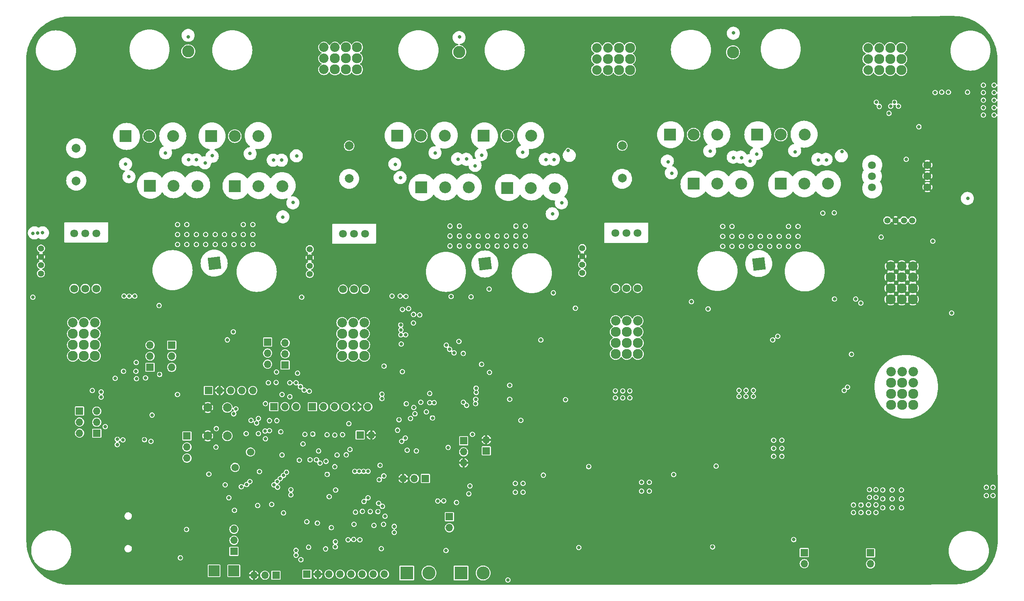
<source format=gbr>
%TF.GenerationSoftware,KiCad,Pcbnew,7.0.1*%
%TF.CreationDate,2023-11-27T14:14:32+03:00*%
%TF.ProjectId,motordriver,6d6f746f-7264-4726-9976-65722e6b6963,rev?*%
%TF.SameCoordinates,Original*%
%TF.FileFunction,Copper,L2,Inr*%
%TF.FilePolarity,Positive*%
%FSLAX46Y46*%
G04 Gerber Fmt 4.6, Leading zero omitted, Abs format (unit mm)*
G04 Created by KiCad (PCBNEW 7.0.1) date 2023-11-27 14:14:32*
%MOMM*%
%LPD*%
G01*
G04 APERTURE LIST*
G04 Aperture macros list*
%AMHorizOval*
0 Thick line with rounded ends*
0 $1 width*
0 $2 $3 position (X,Y) of the first rounded end (center of the circle)*
0 $4 $5 position (X,Y) of the second rounded end (center of the circle)*
0 Add line between two ends*
20,1,$1,$2,$3,$4,$5,0*
0 Add two circle primitives to create the rounded ends*
1,1,$1,$2,$3*
1,1,$1,$4,$5*%
%AMRotRect*
0 Rectangle, with rotation*
0 The origin of the aperture is its center*
0 $1 length*
0 $2 width*
0 $3 Rotation angle, in degrees counterclockwise*
0 Add horizontal line*
21,1,$1,$2,0,0,$3*%
G04 Aperture macros list end*
%TA.AperFunction,ComponentPad*%
%ADD10R,2.715000X2.715000*%
%TD*%
%TA.AperFunction,ComponentPad*%
%ADD11C,2.715000*%
%TD*%
%TA.AperFunction,ComponentPad*%
%ADD12R,1.700000X1.700000*%
%TD*%
%TA.AperFunction,ComponentPad*%
%ADD13O,1.700000X1.700000*%
%TD*%
%TA.AperFunction,ComponentPad*%
%ADD14C,2.175000*%
%TD*%
%TA.AperFunction,ComponentPad*%
%ADD15C,2.300000*%
%TD*%
%TA.AperFunction,ComponentPad*%
%ADD16C,1.800000*%
%TD*%
%TA.AperFunction,ComponentPad*%
%ADD17C,1.416000*%
%TD*%
%TA.AperFunction,ComponentPad*%
%ADD18C,2.000000*%
%TD*%
%TA.AperFunction,ComponentPad*%
%ADD19R,3.000000X3.000000*%
%TD*%
%TA.AperFunction,ComponentPad*%
%ADD20C,3.000000*%
%TD*%
%TA.AperFunction,ComponentPad*%
%ADD21R,2.500000X2.500000*%
%TD*%
%TA.AperFunction,ComponentPad*%
%ADD22C,1.700000*%
%TD*%
%TA.AperFunction,ComponentPad*%
%ADD23RotRect,2.800000X2.800000X97.000000*%
%TD*%
%TA.AperFunction,ComponentPad*%
%ADD24HorizOval,2.800000X0.000000X0.000000X0.000000X0.000000X0*%
%TD*%
%TA.AperFunction,ViaPad*%
%ADD25C,0.800000*%
%TD*%
G04 APERTURE END LIST*
D10*
%TO.N,Net-(D20-K)*%
%TO.C,Q11*%
X190850000Y-51730000D03*
D11*
%TO.N,+48V*%
X196300000Y-51730000D03*
%TO.N,/MOSFET CAP/PH_W_IN*%
X201750000Y-51730000D03*
%TD*%
D12*
%TO.N,/GATEDRIVER/ISENC*%
%TO.C,J15*%
X35450000Y-115200000D03*
D13*
%TO.N,/MCU/PA0_ADC1_IN1_ISEN_C*%
X35450000Y-117740000D03*
%TO.N,/LEVEL CONVERTER/CS_PH_W_ADC*%
X35450000Y-120280000D03*
%TD*%
D14*
%TO.N,Earth_Protective*%
%TO.C,WSC3*%
X226700000Y-106200000D03*
X224160000Y-106200000D03*
X221620000Y-106200000D03*
X226700000Y-108740000D03*
D15*
X224160000Y-108740000D03*
X221620000Y-108740000D03*
X226700000Y-111280000D03*
X224160000Y-111280000D03*
X221620000Y-111280000D03*
X226700000Y-113820000D03*
X224160000Y-113820000D03*
X221620000Y-113820000D03*
%TD*%
D12*
%TO.N,/GATEDRIVER/VR_VIN*%
%TO.C,J2*%
X128750000Y-124345000D03*
D13*
%TO.N,GND*%
X128750000Y-121805000D03*
%TD*%
D14*
%TO.N,+48V*%
%TO.C,WSC7*%
X91490800Y-31699200D03*
X91490800Y-34239200D03*
X91490800Y-36779200D03*
X94030800Y-31699200D03*
D15*
X94030800Y-34239200D03*
X94030800Y-36779200D03*
X96570800Y-31699200D03*
X96570800Y-34239200D03*
X96570800Y-36779200D03*
X99110800Y-31699200D03*
X99110800Y-34239200D03*
X99110800Y-36779200D03*
%TD*%
D12*
%TO.N,/MCU/MOTOR_TEMP_SENSE*%
%TO.C,J4*%
X88870000Y-114220000D03*
D13*
%TO.N,Net-(J4-Pin_2)*%
X91410000Y-114220000D03*
%TO.N,Net-(J4-Pin_3)*%
X93950000Y-114220000D03*
%TO.N,Net-(J4-Pin_4)*%
X96490000Y-114220000D03*
%TO.N,GND*%
X99030000Y-114220000D03*
%TO.N,+5V*%
X101570000Y-114220000D03*
%TD*%
D14*
%TO.N,+48V*%
%TO.C,WSC8*%
X154076400Y-31800800D03*
X154076400Y-34340800D03*
X154076400Y-36880800D03*
X156616400Y-31800800D03*
D15*
X156616400Y-34340800D03*
X156616400Y-36880800D03*
X159156400Y-31800800D03*
X159156400Y-34340800D03*
X159156400Y-36880800D03*
X161696400Y-31800800D03*
X161696400Y-34340800D03*
X161696400Y-36880800D03*
%TD*%
D10*
%TO.N,Net-(D11-K)*%
%TO.C,Q1*%
X45996000Y-52070000D03*
D11*
%TO.N,+48V*%
X51446000Y-52070000D03*
%TO.N,/MOSFET CAP/PH_U_IN*%
X56896000Y-52070000D03*
%TD*%
D16*
%TO.N,/MOSFET CAP/PH_U_IN*%
%TO.C,LESR1*%
X34225000Y-74400000D03*
X36765000Y-74400000D03*
X39305000Y-74400000D03*
%TO.N,/MOSFET CAP/PH_U*%
X39305000Y-87100000D03*
X36765000Y-87100000D03*
X34225000Y-87100000D03*
D17*
%TO.N,unconnected-(LESR1-VREF-Pad11)*%
X26595000Y-83607000D03*
%TO.N,/LEVEL CONVERTER/CS_PH_U_RAW*%
X26595000Y-81703000D03*
%TO.N,GND*%
X26595000Y-79797000D03*
%TO.N,+5V*%
X26605000Y-77892000D03*
%TD*%
D12*
%TO.N,Net-(J1-Pin_1)*%
%TO.C,J1*%
X99817000Y-120700000D03*
D13*
%TO.N,GND*%
X102357000Y-120700000D03*
%TD*%
D10*
%TO.N,Net-(D16-K)*%
%TO.C,Q6*%
X113828000Y-63862000D03*
D11*
%TO.N,/MOSFET CAP/PH_V_IN*%
X119278000Y-63862000D03*
%TO.N,/MOSFET CAP/SB_IN*%
X124728000Y-63862000D03*
%TD*%
D14*
%TO.N,/MOSFET CAP/PH_W*%
%TO.C,WSC6*%
X163500000Y-94500000D03*
X160960000Y-94500000D03*
X158420000Y-94500000D03*
X163500000Y-97040000D03*
D15*
X160960000Y-97040000D03*
X158420000Y-97040000D03*
X163500000Y-99580000D03*
X160960000Y-99580000D03*
X158420000Y-99580000D03*
X163500000Y-102120000D03*
X160960000Y-102120000D03*
X158420000Y-102120000D03*
%TD*%
D12*
%TO.N,/MCU/PB11_USART3_RX*%
%TO.C,J5*%
X114780000Y-130700000D03*
D13*
%TO.N,/MCU/PB10_USART3_TX*%
X112240000Y-130700000D03*
%TO.N,GND*%
X109700000Y-130700000D03*
%TD*%
D18*
%TO.N,GND*%
%TO.C,SW1*%
X64842000Y-120904000D03*
X64842000Y-114404000D03*
%TO.N,/MCU/NRST*%
X69342000Y-120904000D03*
X69342000Y-114404000D03*
%TD*%
D19*
%TO.N,/MCU/CANL*%
%TO.C,J7*%
X122936000Y-152400000D03*
D20*
%TO.N,/MCU/CANH*%
X128016000Y-152400000D03*
%TD*%
D10*
%TO.N,Net-(D19-K)*%
%TO.C,Q12*%
X176300000Y-63000000D03*
D11*
%TO.N,/MOSFET CAP/PH_W_IN*%
X181750000Y-63000000D03*
%TO.N,/MOSFET CAP/SC_IN*%
X187200000Y-63000000D03*
%TD*%
D18*
%TO.N,+48V*%
%TO.C,C116*%
X159918400Y-54250000D03*
%TO.N,GNDD*%
X159918400Y-61750000D03*
%TD*%
D14*
%TO.N,GND*%
%TO.C,WSC2*%
X226568000Y-81940400D03*
X224028000Y-81940400D03*
X221488000Y-81940400D03*
X226568000Y-84480400D03*
D15*
X224028000Y-84480400D03*
X221488000Y-84480400D03*
X226568000Y-87020400D03*
X224028000Y-87020400D03*
X221488000Y-87020400D03*
X226568000Y-89560400D03*
X224028000Y-89560400D03*
X221488000Y-89560400D03*
%TD*%
D12*
%TO.N,+5V*%
%TO.C,J9*%
X87590000Y-152660000D03*
D13*
%TO.N,GND*%
X90130000Y-152660000D03*
%TO.N,/MOSFET CAP/A_IN1*%
X92670000Y-152660000D03*
%TO.N,/MOSFET CAP/A'_IN1*%
X95210000Y-152660000D03*
%TO.N,/MOSFET CAP/B_IN1*%
X97750000Y-152660000D03*
%TO.N,/MOSFET CAP/B'_IN1*%
X100290000Y-152660000D03*
%TO.N,/MOSFET CAP/Z_IN1*%
X102830000Y-152660000D03*
%TO.N,/MOSFET CAP/Z'_IN1*%
X105370000Y-152660000D03*
%TD*%
D12*
%TO.N,/LEVEL CONVERTER/CS_PH_U_ADC*%
%TO.C,J16*%
X56591200Y-100091000D03*
D13*
%TO.N,/MCU/MUX_A0*%
X56591200Y-102631000D03*
%TO.N,/GATEDRIVER/ISENA*%
X56591200Y-105171000D03*
%TD*%
D12*
%TO.N,/GATEDRIVER/ISENB*%
%TO.C,J14*%
X82600000Y-104625000D03*
D13*
%TO.N,/MCU/PA1_ADC2_IN2_ISEN_B*%
X82600000Y-102085000D03*
%TO.N,/LEVEL CONVERTER/CS_PH_U_ADC*%
X82600000Y-99545000D03*
%TD*%
D12*
%TO.N,/GATEDRIVER/ISENA*%
%TO.C,J13*%
X51612800Y-105156000D03*
D13*
%TO.N,/MCU/PB0_ADC1_IN15_ISEN_A*%
X51612800Y-102616000D03*
%TO.N,/LEVEL CONVERTER/CS_PH_U_ADC*%
X51612800Y-100076000D03*
%TD*%
D10*
%TO.N,Net-(D25-K)*%
%TO.C,Q10*%
X196250000Y-63000000D03*
D11*
%TO.N,/MOSFET CAP/PH_W_IN*%
X201700000Y-63000000D03*
%TO.N,/MOSFET CAP/SC_IN*%
X207150000Y-63000000D03*
%TD*%
D12*
%TO.N,+12V*%
%TO.C,M2*%
X216865200Y-147777200D03*
D13*
%TO.N,Net-(M2--)*%
X216865200Y-150317200D03*
%TD*%
D12*
%TO.N,+3V3*%
%TO.C,J3*%
X80503000Y-152908000D03*
D13*
%TO.N,Net-(J3-Pin_2)*%
X77963000Y-152908000D03*
%TO.N,GND*%
X75423000Y-152908000D03*
%TD*%
D10*
%TO.N,Net-(D17-K)*%
%TO.C,Q7*%
X128143000Y-51990000D03*
D11*
%TO.N,+48V*%
X133593000Y-51990000D03*
%TO.N,/MOSFET CAP/PH_V_IN*%
X139043000Y-51990000D03*
%TD*%
D10*
%TO.N,Net-(D22-K)*%
%TO.C,Q9*%
X170850000Y-51730000D03*
D11*
%TO.N,+48V*%
X176300000Y-51730000D03*
%TO.N,/MOSFET CAP/PH_W_IN*%
X181750000Y-51730000D03*
%TD*%
D12*
%TO.N,+12V*%
%TO.C,M1*%
X201676000Y-147721400D03*
D13*
%TO.N,Net-(M1--)*%
X201676000Y-150261400D03*
%TD*%
D21*
%TO.N,/MCU/PA4_DAC1_OUT1*%
%TO.C,TP8*%
X66294000Y-151892000D03*
%TD*%
D14*
%TO.N,/MOSFET CAP/PH_V*%
%TO.C,WSC5*%
X100750000Y-94920000D03*
X98210000Y-94920000D03*
X95670000Y-94920000D03*
X100750000Y-97460000D03*
D15*
X98210000Y-97460000D03*
X95670000Y-97460000D03*
X100750000Y-100000000D03*
X98210000Y-100000000D03*
X95670000Y-100000000D03*
X100750000Y-102540000D03*
X98210000Y-102540000D03*
X95670000Y-102540000D03*
%TD*%
D18*
%TO.N,+48V*%
%TO.C,C96*%
X34671000Y-54857000D03*
%TO.N,GNDD*%
X34671000Y-62357000D03*
%TD*%
D12*
%TO.N,/LEVEL CONVERTER/CS_PH_V_ADC*%
%TO.C,J17*%
X78587600Y-99360000D03*
D13*
%TO.N,/MCU/MUX_A1*%
X78587600Y-101900000D03*
%TO.N,/GATEDRIVER/ISENB*%
X78587600Y-104440000D03*
%TD*%
D10*
%TO.N,Net-(D12-K)*%
%TO.C,Q2*%
X51584000Y-63528000D03*
D11*
%TO.N,/MOSFET CAP/PH_U_IN*%
X57034000Y-63528000D03*
%TO.N,/MOSFET CAP/SA_IN*%
X62484000Y-63528000D03*
%TD*%
D14*
%TO.N,+48V*%
%TO.C,WSC1*%
X216306400Y-31851600D03*
X216306400Y-34391600D03*
X216306400Y-36931600D03*
X218846400Y-31851600D03*
D15*
X218846400Y-34391600D03*
X218846400Y-36931600D03*
X221386400Y-31851600D03*
X221386400Y-34391600D03*
X221386400Y-36931600D03*
X223926400Y-31851600D03*
X223926400Y-34391600D03*
X223926400Y-36931600D03*
%TD*%
D12*
%TO.N,/MCU/DAC_OUT2*%
%TO.C,J12*%
X70866000Y-147432000D03*
D13*
%TO.N,/MCU/PA5_DAC1_OUT2*%
X70866000Y-144892000D03*
%TO.N,/MCU/R{slash}E*%
X70866000Y-142352000D03*
%TD*%
D12*
%TO.N,Net-(J6-Pin_1)*%
%TO.C,J6*%
X120280000Y-139475000D03*
D13*
%TO.N,/MCU/CANL*%
X120280000Y-142015000D03*
%TD*%
D22*
%TO.N,/MCU/OSC_OUT*%
%TO.C,Y2*%
X71122233Y-128157767D03*
%TO.N,/MCU/OSC_IN*%
X74657767Y-124622233D03*
%TD*%
D12*
%TO.N,/LEVEL CONVERTER/CS_PH_W_ADC*%
%TO.C,J18*%
X39400000Y-120310000D03*
D13*
%TO.N,/MCU/MUX_A2*%
X39400000Y-117770000D03*
%TO.N,/GATEDRIVER/ISENC*%
X39400000Y-115230000D03*
%TD*%
D14*
%TO.N,/MOSFET CAP/PH_U*%
%TO.C,WSC4*%
X39000000Y-94920000D03*
X36460000Y-94920000D03*
X33920000Y-94920000D03*
X39000000Y-97460000D03*
D15*
X36460000Y-97460000D03*
X33920000Y-97460000D03*
X39000000Y-100000000D03*
X36460000Y-100000000D03*
X33920000Y-100000000D03*
X39000000Y-102540000D03*
X36460000Y-102540000D03*
X33920000Y-102540000D03*
%TD*%
D10*
%TO.N,Net-(D14-K)*%
%TO.C,Q3*%
X65607000Y-52088000D03*
D11*
%TO.N,+48V*%
X71057000Y-52088000D03*
%TO.N,/MOSFET CAP/PH_U_IN*%
X76507000Y-52088000D03*
%TD*%
D16*
%TO.N,GNDD*%
%TO.C,LESR4*%
X217233000Y-63794800D03*
X217233000Y-61254800D03*
X217233000Y-58714800D03*
%TO.N,GND*%
X229933000Y-58714800D03*
X229933000Y-61254800D03*
X229933000Y-63794800D03*
D17*
%TO.N,unconnected-(LESR4-VREF-Pad11)*%
X226440000Y-71424800D03*
%TO.N,/GATEDRIVER/CS_DC_V*%
X224536000Y-71424800D03*
%TO.N,GND*%
X222630000Y-71424800D03*
%TO.N,+5V*%
X220725000Y-71414800D03*
%TD*%
D12*
%TO.N,/MCU/NRST*%
%TO.C,J20*%
X60080000Y-120930000D03*
D13*
%TO.N,/MCU/PG10_OUT*%
X60080000Y-123470000D03*
%TO.N,/MCU/PG10_MUX_S2*%
X60080000Y-126010000D03*
%TD*%
D19*
%TO.N,/MCU/A_OUT*%
%TO.C,J11*%
X110490000Y-152400000D03*
D20*
%TO.N,/MCU/B_OUT*%
X115570000Y-152400000D03*
%TD*%
D12*
%TO.N,/MCU/PA11_FDCAN1_RX*%
%TO.C,J10*%
X123550000Y-122040000D03*
D13*
%TO.N,/MCU/PA12_FDCAN1_TX*%
X123550000Y-124580000D03*
%TO.N,GND*%
X123550000Y-127120000D03*
%TD*%
D10*
%TO.N,Net-(D13-K)*%
%TO.C,Q4*%
X71057000Y-63588000D03*
D11*
%TO.N,/MOSFET CAP/PH_U_IN*%
X76507000Y-63588000D03*
%TO.N,/MOSFET CAP/SA_IN*%
X81957000Y-63588000D03*
%TD*%
D16*
%TO.N,/MOSFET CAP/PH_V_IN*%
%TO.C,LESR2*%
X95880000Y-74543000D03*
X98420000Y-74543000D03*
X100960000Y-74543000D03*
%TO.N,/MOSFET CAP/PH_V*%
X100960000Y-87243000D03*
X98420000Y-87243000D03*
X95880000Y-87243000D03*
D17*
%TO.N,unconnected-(LESR2-VREF-Pad11)*%
X88250000Y-83750000D03*
%TO.N,/LEVEL CONVERTER/CS_PH_V_RAW*%
X88250000Y-81846000D03*
%TO.N,GND*%
X88250000Y-79940000D03*
%TO.N,+5V*%
X88260000Y-78035000D03*
%TD*%
D10*
%TO.N,Net-(D18-K)*%
%TO.C,Q8*%
X133550000Y-64000000D03*
D11*
%TO.N,/MOSFET CAP/PH_V_IN*%
X139000000Y-64000000D03*
%TO.N,/MOSFET CAP/SB_IN*%
X144450000Y-64000000D03*
%TD*%
D12*
%TO.N,/MCU/BOOT0*%
%TO.C,J19*%
X80020000Y-114210000D03*
D13*
%TO.N,/MCU/PB8_OUT*%
X82560000Y-114210000D03*
%TO.N,/ENCODER_PH_W*%
X85100000Y-114210000D03*
%TD*%
D12*
%TO.N,/MCU/3V3_MCU*%
%TO.C,J8*%
X65024000Y-110490000D03*
D13*
%TO.N,GND*%
X67564000Y-110490000D03*
%TO.N,/MCU/NRST*%
X70104000Y-110490000D03*
%TO.N,/MCU/SWDIO*%
X72644000Y-110490000D03*
%TO.N,/MCU/SWCLK*%
X75184000Y-110490000D03*
%TD*%
D18*
%TO.N,+48V*%
%TO.C,C95*%
X97282000Y-54289000D03*
%TO.N,GNDD*%
X97282000Y-61789000D03*
%TD*%
D21*
%TO.N,/MCU/DAC_OUT2*%
%TO.C,TP9*%
X70844000Y-151892000D03*
%TD*%
D10*
%TO.N,Net-(D15-K)*%
%TO.C,Q5*%
X108300000Y-51990000D03*
D11*
%TO.N,+48V*%
X113750000Y-51990000D03*
%TO.N,/MOSFET CAP/PH_V_IN*%
X119200000Y-51990000D03*
%TD*%
D16*
%TO.N,/MOSFET CAP/PH_W_IN*%
%TO.C,LESR3*%
X158380000Y-74293000D03*
X160920000Y-74293000D03*
X163460000Y-74293000D03*
%TO.N,/MOSFET CAP/PH_W*%
X163460000Y-86993000D03*
X160920000Y-86993000D03*
X158380000Y-86993000D03*
D17*
%TO.N,unconnected-(LESR3-VREF-Pad11)*%
X150750000Y-83500000D03*
%TO.N,/LEVEL CONVERTER/CS_PH_W_RAW*%
X150750000Y-81596000D03*
%TO.N,GND*%
X150750000Y-79690000D03*
%TO.N,+5V*%
X150760000Y-77785000D03*
%TD*%
D23*
%TO.N,GNDD*%
%TO.C,C76*%
X66372798Y-81248361D03*
D24*
%TO.N,+48V*%
X60401200Y-32613600D03*
%TD*%
D23*
%TO.N,GNDD*%
%TO.C,C118*%
X128501198Y-81400761D03*
D24*
%TO.N,+48V*%
X122529600Y-32766000D03*
%TD*%
D23*
%TO.N,GNDD*%
%TO.C,C120*%
X191289998Y-81451561D03*
D24*
%TO.N,+48V*%
X185318400Y-32816800D03*
%TD*%
D25*
%TO.N,VCC*%
X245215284Y-45529500D03*
X243459000Y-132715000D03*
X242744666Y-43815981D03*
X245215284Y-40386000D03*
X245215284Y-47244000D03*
X245215284Y-43815000D03*
X245215284Y-42100500D03*
X242744666Y-40386981D03*
X235458000Y-92710000D03*
X242744666Y-47244981D03*
X242744666Y-42101481D03*
X242744666Y-45530481D03*
X243459000Y-134620000D03*
X244983000Y-134620000D03*
X214630000Y-90424000D03*
X244983000Y-132715000D03*
%TO.N,GND*%
X127100000Y-37600000D03*
X44719665Y-152968437D03*
X83319229Y-117669925D03*
X130830000Y-100840000D03*
X90500000Y-144800000D03*
X66990000Y-112980000D03*
X205100000Y-99700000D03*
X196596921Y-111596665D03*
X105230000Y-138260000D03*
X227000000Y-57700000D03*
X120431449Y-110788289D03*
X153924000Y-136779000D03*
X233600000Y-62100000D03*
X64069000Y-37531000D03*
X230632000Y-55981600D03*
X158115000Y-140208000D03*
X121510949Y-107549788D03*
X192966040Y-102602913D03*
X145754992Y-135508641D03*
X203400000Y-104000000D03*
X229006400Y-55930800D03*
X108900000Y-111360000D03*
X103300000Y-117300000D03*
X129520000Y-111200000D03*
X125230000Y-114740000D03*
X78610000Y-141540000D03*
X231368008Y-131800008D03*
X50029200Y-94979200D03*
X57380000Y-122150000D03*
X170050389Y-131667572D03*
X59060000Y-91560000D03*
X185011687Y-91604991D03*
X43410000Y-116260000D03*
X138800000Y-104200000D03*
X166943780Y-134871170D03*
X233600000Y-57600000D03*
X173350157Y-137821293D03*
X207500000Y-115800000D03*
X231700000Y-62200000D03*
X178962000Y-140093000D03*
X109590000Y-144820000D03*
X240665000Y-138049000D03*
X183153000Y-136664000D03*
X48524231Y-151145505D03*
X164688240Y-124242063D03*
X99580000Y-149780000D03*
X118272448Y-108629288D03*
X119351949Y-109708788D03*
X193160000Y-120130000D03*
X187325000Y-143510000D03*
X144407728Y-137842872D03*
X120443264Y-108617473D03*
X129510000Y-112450000D03*
X183153000Y-140093000D03*
X226900000Y-64800000D03*
X153905000Y-143637000D03*
X151074476Y-91578230D03*
X164688240Y-122400563D03*
X203700000Y-115800000D03*
X94500000Y-141540000D03*
X119363764Y-107537973D03*
X174300000Y-93500000D03*
X227100000Y-56000000D03*
X205100000Y-101700000D03*
X158096000Y-143625000D03*
X164500000Y-115700000D03*
X69300000Y-103700000D03*
X231700000Y-64600000D03*
X84900000Y-122600000D03*
X48524231Y-149383011D03*
X221869000Y-122556816D03*
X158496000Y-147828000D03*
X233600000Y-59800000D03*
X195393693Y-93295369D03*
X187344000Y-136652000D03*
X200200000Y-118618000D03*
X142900000Y-94000000D03*
X126200000Y-90100000D03*
X185336127Y-97889029D03*
X97170000Y-122660000D03*
X163615170Y-126462138D03*
X137880372Y-135119089D03*
X244711394Y-70763117D03*
X63800000Y-99800000D03*
X193220000Y-124170000D03*
X192750400Y-153439100D03*
X240125007Y-70696349D03*
X174300000Y-91707900D03*
X198100000Y-118700000D03*
X232700000Y-61100000D03*
X120431448Y-106470288D03*
X125230000Y-149190000D03*
X136700000Y-94000000D03*
X236710000Y-77570000D03*
X140965331Y-131915130D03*
X122590449Y-108629289D03*
X64041000Y-35941000D03*
X178943000Y-143510000D03*
X178962000Y-136652000D03*
X149733000Y-140208000D03*
X97800000Y-116500000D03*
X205100000Y-97900000D03*
X224917000Y-124588816D03*
X76530000Y-139650000D03*
X67150000Y-103800000D03*
X174686423Y-135520056D03*
X189181000Y-37719000D03*
X234500000Y-58700000D03*
X71290000Y-112690000D03*
X44729896Y-149443448D03*
X52700000Y-111300000D03*
X72644000Y-115012500D03*
X234600000Y-61000000D03*
X90540000Y-129190000D03*
X221869000Y-124588816D03*
X130851500Y-98721500D03*
X221869000Y-146933601D03*
X173361155Y-133182966D03*
X194755421Y-111596665D03*
X149714000Y-143625000D03*
X203708000Y-117000000D03*
X203400000Y-99700000D03*
X125730000Y-108458000D03*
X126400000Y-117370000D03*
X143027470Y-135514140D03*
X41330000Y-113200000D03*
X203400000Y-101700000D03*
X67000000Y-114720000D03*
X70700000Y-123200000D03*
X146200000Y-110200000D03*
X187344000Y-140093000D03*
X166000000Y-115700000D03*
X70538872Y-93281728D03*
X167400000Y-115700000D03*
X207600000Y-118400000D03*
X208026000Y-153416000D03*
X232700000Y-63500000D03*
X139800000Y-113700000D03*
X222612830Y-51283130D03*
X89200000Y-144800000D03*
X205100000Y-104000000D03*
X226900000Y-59300000D03*
X226900000Y-61100000D03*
X241682394Y-65080524D03*
X232424995Y-130304141D03*
X149733000Y-136767000D03*
X127059000Y-35941000D03*
X231700000Y-59900000D03*
X189200000Y-35900000D03*
X88326000Y-89066570D03*
X75140000Y-115010000D03*
X192913921Y-111596665D03*
X88700000Y-124475500D03*
X242951000Y-138049000D03*
X235446061Y-66819151D03*
X65278000Y-94234000D03*
X117627129Y-90855013D03*
X76600000Y-150800000D03*
X122650000Y-149170000D03*
X105380000Y-114680000D03*
X135688000Y-99888000D03*
X189344924Y-93975255D03*
X164688240Y-120559063D03*
X144402229Y-133295388D03*
X232400186Y-133322826D03*
X183134000Y-143522000D03*
X61340000Y-113800000D03*
X230311022Y-130302000D03*
X129522701Y-113575500D03*
X232700000Y-58700000D03*
X61340000Y-111630000D03*
X231700000Y-57700000D03*
X120780000Y-136900000D03*
X143090000Y-103570000D03*
X214211500Y-93726000D03*
X119610000Y-128280000D03*
X193180000Y-122060000D03*
X69410000Y-124390000D03*
X84020000Y-130730000D03*
X48514000Y-152908000D03*
X158115000Y-136767000D03*
X26644323Y-89066570D03*
X58547000Y-138422924D03*
X238506000Y-138049000D03*
X224917000Y-122556816D03*
X60980000Y-97239500D03*
X132630000Y-103183600D03*
X230286213Y-133320684D03*
X121522764Y-109696973D03*
X207600000Y-117000000D03*
X233892272Y-70709336D03*
X132198890Y-131481265D03*
X228400000Y-59900000D03*
X192532000Y-126492000D03*
X133229959Y-128469223D03*
X205100000Y-106400000D03*
X203400000Y-106400000D03*
X153924000Y-140208000D03*
X88800000Y-122500000D03*
X171947903Y-135503559D03*
X203708000Y-118400000D03*
X90900000Y-134700000D03*
X82262701Y-133612701D03*
X88900000Y-134700000D03*
X234700000Y-63500000D03*
X44729896Y-151205942D03*
X195060699Y-128231815D03*
X117348000Y-147810000D03*
X228300000Y-62300000D03*
X226900000Y-62800000D03*
X235800000Y-62100000D03*
X187886800Y-148919600D03*
X127760000Y-149220000D03*
X230639230Y-51181530D03*
%TO.N,Net-(D8-K)*%
X219684600Y-135380817D03*
X218109800Y-133275616D03*
X214689267Y-138524950D03*
X218109800Y-136763882D03*
X219684600Y-133326018D03*
X216399532Y-136763882D03*
X219684600Y-137435617D03*
X216636599Y-135019749D03*
X216636599Y-133275616D03*
X221818200Y-137435617D03*
X212979000Y-136780816D03*
X221818200Y-133326018D03*
X221818200Y-135380817D03*
X218109801Y-138508016D03*
X216399534Y-138508016D03*
X212979000Y-138524950D03*
X214689266Y-136780816D03*
X223951800Y-135380817D03*
X223951800Y-137435617D03*
X218109800Y-135019749D03*
X223951800Y-133326018D03*
%TO.N,+5V*%
X51816000Y-122174000D03*
X86415523Y-89066570D03*
X164338000Y-133604000D03*
X24744323Y-89066570D03*
X149174476Y-91578230D03*
X119520000Y-147250000D03*
X40412299Y-110824500D03*
X118980000Y-135840000D03*
X104648000Y-146812000D03*
X166116000Y-131572000D03*
X219305600Y-75285600D03*
X166116000Y-133604000D03*
X164338000Y-131572000D03*
X99730000Y-144780000D03*
%TO.N,Net-(U11-FB)*%
X141823607Y-129929387D03*
X149951603Y-146538544D03*
X152224000Y-127967000D03*
%TO.N,+3V3*%
X110388400Y-113538000D03*
X91897200Y-146862800D03*
X117602000Y-135860000D03*
X109474000Y-106172000D03*
X135382000Y-133858000D03*
X141274800Y-98907600D03*
X97220000Y-118110000D03*
X122580400Y-29311600D03*
X78740000Y-108712000D03*
X60350400Y-29260800D03*
X137160000Y-131826000D03*
X212496400Y-102158800D03*
X69342000Y-98856800D03*
X225044000Y-57404000D03*
X194447200Y-98872000D03*
X137160000Y-133858000D03*
X80518000Y-108661200D03*
X58572400Y-148894800D03*
X185420000Y-28346400D03*
X231140000Y-76200000D03*
X105537000Y-139369800D03*
X107631100Y-141700000D03*
X135382000Y-131826000D03*
%TO.N,/GATEDRIVER/ISENC*%
X86950000Y-110400000D03*
%TO.N,+12V*%
X186691558Y-111862627D03*
X186687253Y-110456229D03*
X188342558Y-111862627D03*
X188338253Y-110456229D03*
X194640200Y-125604816D03*
X158381772Y-112200668D03*
X196545200Y-123763316D03*
X196545200Y-121921816D03*
X160015695Y-110607602D03*
X160032772Y-112200668D03*
X158364695Y-110607602D03*
X161666695Y-110607602D03*
X189989253Y-110456229D03*
X189993558Y-111862627D03*
X196545200Y-125604816D03*
X161683772Y-112200668D03*
X194640200Y-121921816D03*
X194640200Y-123763316D03*
%TO.N,+BATT*%
X71000000Y-138000000D03*
X60000000Y-142400000D03*
%TO.N,/MCU/3V3_MCU*%
X79502000Y-136652000D03*
X94200000Y-133324500D03*
X88960000Y-120510000D03*
X78100000Y-121600000D03*
X97500000Y-124050000D03*
X86690000Y-122780000D03*
X57900000Y-111400000D03*
X82250000Y-138610000D03*
%TO.N,/MCU/VREF*%
X87120000Y-120580000D03*
X81900000Y-125310000D03*
%TO.N,/GATEDRIVER/SW*%
X123500000Y-113200000D03*
%TO.N,/GATEDRIVER/BST*%
X126300000Y-113500000D03*
%TO.N,/MOSFET CAP/PH_U*%
X53701077Y-90978248D03*
%TO.N,/MOSFET CAP/PH_V*%
X125270000Y-88990000D03*
%TO.N,/MOSFET CAP/PH_W*%
X179628800Y-91748600D03*
X179628800Y-91748600D03*
%TO.N,+48V*%
X239115600Y-42011600D03*
X221488000Y-45212000D03*
X218897200Y-45262800D03*
X127660400Y-104495600D03*
X233222800Y-42011600D03*
X218177910Y-44315326D03*
X223266000Y-45212000D03*
X227970400Y-49916400D03*
X221122644Y-46851757D03*
X231698800Y-42062400D03*
X210820000Y-110490000D03*
X234746800Y-42011600D03*
X222397046Y-44315326D03*
X129489200Y-106324400D03*
X211582000Y-109728000D03*
%TO.N,Net-(U5-FB)*%
X180650034Y-146423326D03*
X181453000Y-127852000D03*
X171704000Y-129794000D03*
%TO.N,/MCU/PA6_ADC2_IN3_VA*%
X80009977Y-132149977D03*
X72543645Y-132590500D03*
%TO.N,/MCU/PA7_ADC2_IN4_VB*%
X79000000Y-117400000D03*
X120700000Y-88900000D03*
X80844199Y-132700500D03*
X110300000Y-88900000D03*
X66800000Y-119253000D03*
X83700000Y-111900000D03*
X86100000Y-109600000D03*
X73800000Y-132100000D03*
%TO.N,/MCU/PB1_ADC1_IN12_VC*%
X109350000Y-122150000D03*
X92700000Y-134875500D03*
X120015000Y-123571000D03*
X76300000Y-136899500D03*
%TO.N,/LEVEL CONVERTER/CS_PH_U_ADC*%
X70739000Y-97028000D03*
%TO.N,/LEVEL CONVERTER/CS_PH_W_ADC*%
X85470023Y-106529977D03*
X195580000Y-98044000D03*
X43600000Y-107700000D03*
X80600000Y-106245500D03*
X105300000Y-104900000D03*
X53825500Y-106800000D03*
%TO.N,/GATEDRIVER/FB*%
X125550000Y-120550000D03*
X126397467Y-109951879D03*
X136652000Y-117348000D03*
%TO.N,VDC*%
X112100000Y-114400000D03*
X146900000Y-112600000D03*
%TO.N,Net-(C90-Pad2)*%
X95758000Y-120620000D03*
%TO.N,Net-(C91-Pad2)*%
X93980000Y-120740000D03*
%TO.N,Net-(C92-Pad2)*%
X92202000Y-120670000D03*
%TO.N,/MCU/MOTOR_TEMP_SENSE*%
X52070000Y-116130000D03*
%TO.N,/MOSFET CAP/A_IN1*%
X94120000Y-146390000D03*
%TO.N,/MOSFET CAP/A'_IN1*%
X94130000Y-145220000D03*
%TO.N,/MOSFET CAP/B'_IN1*%
X98320000Y-144710000D03*
%TO.N,/MOSFET CAP/B_IN1*%
X97050000Y-144770000D03*
%TO.N,/MCU/PB11_USART3_RX*%
X85100000Y-148300000D03*
%TO.N,/MCU/R{slash}E*%
X86240000Y-149340000D03*
%TO.N,/MCU/PB10_USART3_TX*%
X85100000Y-147200000D03*
%TO.N,Net-(J1-Pin_1)*%
X92260546Y-129749500D03*
X93990000Y-127978000D03*
X104374500Y-127700000D03*
%TO.N,/GATEDRIVER/VR_VIN*%
X124206755Y-113906755D03*
%TO.N,/MCU/SWDIO*%
X76475048Y-116924952D03*
X82198027Y-130001694D03*
%TO.N,/MCU/SWCLK*%
X81900000Y-111400000D03*
X80700000Y-117400000D03*
X82904977Y-129254977D03*
%TO.N,/MCU/PA11_FDCAN1_RX*%
X83910000Y-134460000D03*
X100700000Y-136000000D03*
X124730000Y-134230000D03*
X121900000Y-136200000D03*
%TO.N,/MCU/PA12_FDCAN1_TX*%
X101600000Y-135124500D03*
X83924500Y-133305156D03*
X125000000Y-132400000D03*
%TO.N,/MOSFET CAP/PH_U_IN*%
X60502800Y-57505600D03*
X74523600Y-56083200D03*
X81788000Y-57556400D03*
X62280800Y-57505600D03*
X122478800Y-99212400D03*
X79908400Y-57556400D03*
X46736000Y-61417200D03*
X55119000Y-55981600D03*
%TO.N,/MOSFET CAP/PH_V_IN*%
X109067600Y-61671200D03*
X142392400Y-57505600D03*
X110923832Y-91713004D03*
X122275600Y-57404000D03*
X144272000Y-57454800D03*
X137109200Y-55778400D03*
X124206000Y-57353200D03*
X116992400Y-55930800D03*
%TO.N,/MOSFET CAP/PH_W_IN*%
X187299600Y-57048400D03*
X204876400Y-57607200D03*
X185470800Y-57099200D03*
X171297600Y-60655200D03*
X180086000Y-55575200D03*
X199593200Y-55676800D03*
X206756000Y-57556400D03*
X109169200Y-97696962D03*
%TO.N,/GATEDRIVER/GH_A*%
X85242400Y-56642000D03*
X123460366Y-101981520D03*
X65887600Y-56591200D03*
%TO.N,/MCU/BOOT0*%
X92000000Y-126774500D03*
X81600000Y-119990500D03*
%TO.N,/ENCODER_PH_W*%
X90290000Y-124390000D03*
X103870000Y-138300000D03*
%TO.N,/MCU/PB4_DRV835X_SPI_MISO*%
X99600994Y-129069500D03*
X104800000Y-111347900D03*
X110196711Y-121396711D03*
X89800000Y-126400000D03*
X108400000Y-119600000D03*
%TO.N,/GATEDRIVER/GL_A*%
X64262000Y-58267600D03*
X45974000Y-58470800D03*
X121361200Y-101854000D03*
%TO.N,/GATEDRIVER/GH_B*%
X109524800Y-91897200D03*
X147506344Y-55399879D03*
X127660400Y-56438800D03*
%TO.N,/GATEDRIVER/GL_B*%
X107899200Y-58623200D03*
X126187200Y-58928000D03*
X112014000Y-94983500D03*
%TO.N,/GATEDRIVER/GH_C*%
X110228296Y-97696104D03*
X190754000Y-56184800D03*
X210312000Y-55626000D03*
%TO.N,/GATEDRIVER/GL_C*%
X189230000Y-57861200D03*
X109220000Y-99822000D03*
X170434000Y-57962800D03*
%TO.N,/MCU/MUX_A0*%
X38400000Y-110500000D03*
X41350000Y-118780000D03*
X48500000Y-107800000D03*
%TO.N,/MCU/MUX_A1*%
X50350000Y-121790000D03*
%TO.N,/MCU/PA15_TIM1_BKIN_FAULT*%
X115783793Y-111191609D03*
%TO.N,/GATEDRIVER/RT{slash}SD*%
X134100000Y-112500000D03*
X126450000Y-110950000D03*
X134100000Y-109300000D03*
%TO.N,/GATEDRIVER/RCL*%
X126312374Y-112500576D03*
%TO.N,/MCU/PA2_TIM_CH3_FAN*%
X107631100Y-143075500D03*
X69700000Y-135100000D03*
X103000000Y-141500000D03*
X105200000Y-141200000D03*
X199268900Y-144731100D03*
X76700000Y-129100000D03*
X133700000Y-154000000D03*
X65100000Y-129700000D03*
%TO.N,/MCU/PG10_OUT*%
X66760000Y-123490000D03*
%TO.N,/MCU/PB0_ADC1_IN15_ISEN_A*%
X50600000Y-107600000D03*
X68830546Y-132140500D03*
X80764977Y-131394977D03*
%TO.N,/MCU/PA1_ADC2_IN2_ISEN_B*%
X74506755Y-131393245D03*
X83700000Y-108697900D03*
X78100000Y-113500000D03*
X79000000Y-119700000D03*
%TO.N,/MCU/PA0_ADC1_IN1_ISEN_C*%
X70832701Y-115857299D03*
X40400000Y-112000000D03*
%TO.N,/ENCODER_PH_U*%
X96648000Y-125262000D03*
X104900000Y-137100000D03*
X102120000Y-138300000D03*
%TO.N,/ENCODER_PH_V*%
X100310000Y-138230000D03*
X94542701Y-125315500D03*
X104040691Y-136375500D03*
%TO.N,/GATEDRIVER/SPA*%
X84399270Y-67310000D03*
X120332700Y-101041200D03*
%TO.N,/GATEDRIVER/SNA*%
X82092800Y-70662800D03*
X119583200Y-100083200D03*
%TO.N,/GATEDRIVER/SPB*%
X146050000Y-67360800D03*
X113481965Y-93128900D03*
%TO.N,/GATEDRIVER/SNB*%
X112064800Y-93014800D03*
X143967200Y-69951600D03*
%TO.N,/GATEDRIVER/SPC*%
X208534000Y-69697600D03*
X109169200Y-96570800D03*
%TO.N,/GATEDRIVER/SNC*%
X109118400Y-95453200D03*
X205943200Y-69748400D03*
%TO.N,/MCU/FET_TEMP_B*%
X46870000Y-88850000D03*
X25860000Y-74340000D03*
X48400000Y-106100000D03*
%TO.N,/MCU/FET_TEMP_C*%
X26980000Y-74230000D03*
X48120000Y-88830000D03*
X48450000Y-104050000D03*
%TO.N,/MCU/FET_TEMP_A*%
X24720000Y-74380000D03*
X45660000Y-88830000D03*
X45530000Y-106090000D03*
%TO.N,/MCU/PC15_MUX_S1*%
X74803000Y-117348000D03*
X44100000Y-121700000D03*
%TO.N,/MCU/PC14_MUX_S0*%
X45390000Y-121830000D03*
X76060661Y-117970000D03*
%TO.N,/MCU/PB5_DRV835X_SPI_MOSI*%
X100600497Y-129069500D03*
X112399978Y-115849500D03*
X115774500Y-113262299D03*
X88300000Y-126400000D03*
%TO.N,/MCU/PB3_DRV835X_SPI_SCK*%
X111379000Y-116900000D03*
X90600000Y-127175500D03*
X98601491Y-129069500D03*
X116800000Y-113300000D03*
%TO.N,/MCU/PB9_DRV835X_SPI_CS*%
X85845007Y-126463860D03*
X101600000Y-129069500D03*
X114974500Y-115400000D03*
X113713927Y-113189427D03*
%TO.N,/MCU/PC13_ENABLE*%
X73650500Y-120396000D03*
X71300000Y-114700000D03*
X88130000Y-110670000D03*
X76500000Y-120396000D03*
X116400000Y-116800000D03*
X104800000Y-112363500D03*
%TO.N,/MCU/PA9_TIM1_CH2_INH_B*%
X110617000Y-124206000D03*
X104200000Y-131000000D03*
%TO.N,/MCU/PA8_TIM1_CH1_INH_C*%
X112693403Y-124370201D03*
X105232100Y-130100000D03*
%TO.N,Net-(R134-Pad2)*%
X93200000Y-142000000D03*
%TO.N,Net-(R135-Pad2)*%
X89990500Y-140932500D03*
%TO.N,Net-(R136-Pad2)*%
X87600000Y-140640000D03*
%TO.N,/MOSFET CAP/ENC_A_3V3*%
X98390000Y-141200000D03*
%TO.N,/MOSFET CAP/ENC_B_3V3*%
X98740000Y-138440000D03*
%TO.N,/MOSFET CAP/ENC_Z_3V3*%
X87980000Y-146500000D03*
%TO.N,/LEVEL CONVERTER/CS_PH_V_ADC*%
X107110000Y-88800000D03*
X129410000Y-87200000D03*
%TO.N,GNDD*%
X60071000Y-72390000D03*
X182952819Y-75097971D03*
X126895755Y-75042601D03*
X66548000Y-74676000D03*
X60071000Y-76962000D03*
X62230000Y-74676000D03*
X68707000Y-74676000D03*
X57912000Y-72390000D03*
X191588819Y-77383971D03*
X122577755Y-72756601D03*
X64389000Y-74676000D03*
X75184000Y-72390000D03*
X126895755Y-77328601D03*
X137690755Y-75042601D03*
X133372755Y-77328601D03*
X131213755Y-77328601D03*
X191588819Y-75097971D03*
X120418755Y-75042601D03*
X73025000Y-74676000D03*
X137690755Y-72756601D03*
X187270819Y-75097971D03*
X135531755Y-77328601D03*
X129054755Y-75042601D03*
X75184000Y-76962000D03*
X200224819Y-77383971D03*
X60071000Y-74676000D03*
X122577755Y-75042601D03*
X195906819Y-77383971D03*
X182952819Y-77383971D03*
X70866000Y-76962000D03*
X189429819Y-77383971D03*
X68707000Y-76962000D03*
X189429819Y-75097971D03*
X200224819Y-75097971D03*
X198065819Y-77383971D03*
X182952819Y-72811971D03*
X70866000Y-74676000D03*
X75184000Y-74676000D03*
X64389000Y-76962000D03*
X195906819Y-75097971D03*
X185111819Y-77383971D03*
X120418755Y-72756601D03*
X187270819Y-77383971D03*
X57912000Y-74676000D03*
X198065819Y-75097971D03*
X62230000Y-76962000D03*
X193747819Y-77383971D03*
X66548000Y-76962000D03*
X73025000Y-72390000D03*
X185111819Y-75097971D03*
X133372755Y-75042601D03*
X124736755Y-75042601D03*
X200224819Y-72811971D03*
X135531755Y-75042601D03*
X193747819Y-75097971D03*
X73025000Y-76962000D03*
X137690755Y-77328601D03*
X135531755Y-72756601D03*
X124736755Y-77328601D03*
X131213755Y-75042601D03*
X198065819Y-72811971D03*
X122577755Y-77328601D03*
X185111819Y-72811971D03*
X120418755Y-77328601D03*
X129054755Y-77328601D03*
X57912000Y-76962000D03*
%TO.N,/LEVEL CONVERTER/CS_DC_V_ADC*%
X85100000Y-108700000D03*
X144145000Y-88085000D03*
X239200000Y-66400000D03*
X175800000Y-90105900D03*
X44100000Y-122900000D03*
X109000000Y-88800000D03*
X208600000Y-89500000D03*
X213487000Y-89500000D03*
%TO.N,Net-(U4-VREF)*%
X108700000Y-117212500D03*
%TO.N,Net-(U6-VREF+)*%
X81493321Y-130710492D03*
X78000000Y-119800000D03*
%TD*%
%TA.AperFunction,Conductor*%
%TO.N,GND*%
G36*
X236002401Y-24500572D02*
G01*
X236413358Y-24512990D01*
X236413502Y-24513033D01*
X236413502Y-24512995D01*
X236413544Y-24512996D01*
X236604005Y-24518981D01*
X236611240Y-24519424D01*
X236957867Y-24550922D01*
X237217543Y-24575469D01*
X237224465Y-24576323D01*
X237554746Y-24626591D01*
X237826394Y-24669616D01*
X237832961Y-24670840D01*
X238153368Y-24739619D01*
X238154291Y-24739821D01*
X238428301Y-24801069D01*
X238434519Y-24802631D01*
X238747044Y-24889755D01*
X238748312Y-24890115D01*
X239020915Y-24969314D01*
X239026748Y-24971167D01*
X239080615Y-24989755D01*
X239331468Y-25076319D01*
X239333022Y-25076867D01*
X239602038Y-25173718D01*
X239607461Y-25175816D01*
X239609924Y-25176836D01*
X239904009Y-25298650D01*
X239905802Y-25299409D01*
X240169461Y-25413504D01*
X240174469Y-25415806D01*
X240462238Y-25555921D01*
X240464186Y-25556891D01*
X240721023Y-25687757D01*
X240725557Y-25690189D01*
X241003834Y-25847138D01*
X241005956Y-25848363D01*
X241254584Y-25995402D01*
X241258734Y-25997969D01*
X241526651Y-26171191D01*
X241528857Y-26172653D01*
X241768179Y-26335296D01*
X241771935Y-26337953D01*
X242028608Y-26526816D01*
X242031019Y-26528638D01*
X242159986Y-26628675D01*
X242259835Y-26706126D01*
X242263209Y-26708839D01*
X242389553Y-26814134D01*
X242507775Y-26912659D01*
X242510392Y-26914902D01*
X242727714Y-27106498D01*
X242730704Y-27109222D01*
X242962463Y-27327385D01*
X242965151Y-27329994D01*
X243170004Y-27534847D01*
X243172613Y-27537535D01*
X243390776Y-27769294D01*
X243393500Y-27772284D01*
X243585096Y-27989606D01*
X243587339Y-27992223D01*
X243791150Y-28236778D01*
X243793872Y-28240163D01*
X243971342Y-28468956D01*
X243973201Y-28471417D01*
X244046018Y-28570377D01*
X244162033Y-28728046D01*
X244164715Y-28731837D01*
X244327319Y-28971101D01*
X244328835Y-28973389D01*
X244411342Y-29101000D01*
X244502012Y-29241237D01*
X244504613Y-29245442D01*
X244651611Y-29494002D01*
X244652885Y-29496207D01*
X244809786Y-29774398D01*
X244812265Y-29779019D01*
X244943091Y-30035781D01*
X244944093Y-30037793D01*
X245084186Y-30325516D01*
X245086501Y-30330553D01*
X245200589Y-30594196D01*
X245201348Y-30595989D01*
X245324177Y-30892524D01*
X245326285Y-30897974D01*
X245423131Y-31166976D01*
X245423679Y-31168530D01*
X245528828Y-31473240D01*
X245530687Y-31479094D01*
X245609874Y-31751657D01*
X245610243Y-31752954D01*
X245697367Y-32065479D01*
X245698936Y-32071728D01*
X245760173Y-32345690D01*
X245760397Y-32346714D01*
X245829152Y-32667007D01*
X245830387Y-32673634D01*
X245873361Y-32944958D01*
X245873476Y-32945699D01*
X245923670Y-33275499D01*
X245924532Y-33282486D01*
X245949095Y-33542332D01*
X245949136Y-33542780D01*
X245980571Y-33888712D01*
X245981019Y-33896039D01*
X245987004Y-34086494D01*
X245987008Y-34086643D01*
X245999443Y-34498114D01*
X245999500Y-34501860D01*
X245999500Y-40086692D01*
X245981227Y-40151482D01*
X245931795Y-40197177D01*
X245865771Y-40210310D01*
X245802614Y-40187010D01*
X245760939Y-40134144D01*
X245739820Y-40083159D01*
X245643566Y-39957717D01*
X245518124Y-39861463D01*
X245372046Y-39800956D01*
X245215284Y-39780317D01*
X245058521Y-39800956D01*
X244912443Y-39861463D01*
X244787001Y-39957717D01*
X244690747Y-40083159D01*
X244630240Y-40229237D01*
X244609601Y-40386000D01*
X244630240Y-40542762D01*
X244690747Y-40688840D01*
X244787001Y-40814282D01*
X244912442Y-40910535D01*
X244912443Y-40910536D01*
X245058522Y-40971044D01*
X245215284Y-40991682D01*
X245372046Y-40971044D01*
X245518125Y-40910536D01*
X245643566Y-40814282D01*
X245739820Y-40688841D01*
X245760938Y-40637856D01*
X245802614Y-40584990D01*
X245865771Y-40561690D01*
X245931795Y-40574823D01*
X245981227Y-40620518D01*
X245999500Y-40685308D01*
X245999500Y-41801192D01*
X245981227Y-41865982D01*
X245931795Y-41911677D01*
X245865771Y-41924810D01*
X245802614Y-41901510D01*
X245760939Y-41848644D01*
X245739820Y-41797659D01*
X245643566Y-41672217D01*
X245518124Y-41575963D01*
X245372046Y-41515456D01*
X245215284Y-41494817D01*
X245058521Y-41515456D01*
X244912443Y-41575963D01*
X244787001Y-41672217D01*
X244690747Y-41797659D01*
X244630240Y-41943737D01*
X244609601Y-42100499D01*
X244630240Y-42257262D01*
X244690747Y-42403340D01*
X244787001Y-42528782D01*
X244902338Y-42617282D01*
X244912443Y-42625036D01*
X245058522Y-42685544D01*
X245215284Y-42706182D01*
X245372046Y-42685544D01*
X245518125Y-42625036D01*
X245643566Y-42528782D01*
X245739820Y-42403341D01*
X245760938Y-42352356D01*
X245802614Y-42299490D01*
X245865771Y-42276190D01*
X245931795Y-42289323D01*
X245981227Y-42335018D01*
X245999500Y-42399808D01*
X245999500Y-43515692D01*
X245981227Y-43580482D01*
X245931795Y-43626177D01*
X245865771Y-43639310D01*
X245802614Y-43616010D01*
X245760939Y-43563144D01*
X245739820Y-43512159D01*
X245643566Y-43386717D01*
X245518124Y-43290463D01*
X245372046Y-43229956D01*
X245215284Y-43209317D01*
X245058521Y-43229956D01*
X244912443Y-43290463D01*
X244787001Y-43386717D01*
X244690747Y-43512159D01*
X244630240Y-43658237D01*
X244609601Y-43815000D01*
X244630240Y-43971762D01*
X244690747Y-44117840D01*
X244787001Y-44243282D01*
X244880892Y-44315326D01*
X244912443Y-44339536D01*
X245058522Y-44400044D01*
X245215284Y-44420682D01*
X245372046Y-44400044D01*
X245518125Y-44339536D01*
X245643566Y-44243282D01*
X245739820Y-44117841D01*
X245760938Y-44066856D01*
X245802614Y-44013990D01*
X245865771Y-43990690D01*
X245931795Y-44003823D01*
X245981227Y-44049518D01*
X245999500Y-44114308D01*
X245999500Y-45230192D01*
X245981227Y-45294982D01*
X245931795Y-45340677D01*
X245865771Y-45353810D01*
X245802614Y-45330510D01*
X245760939Y-45277644D01*
X245739820Y-45226659D01*
X245643566Y-45101217D01*
X245518124Y-45004963D01*
X245372046Y-44944456D01*
X245215284Y-44923817D01*
X245058521Y-44944456D01*
X244912443Y-45004963D01*
X244787001Y-45101217D01*
X244690747Y-45226659D01*
X244630240Y-45372737D01*
X244609601Y-45529499D01*
X244630240Y-45686262D01*
X244690747Y-45832340D01*
X244787001Y-45957782D01*
X244912442Y-46054035D01*
X244912443Y-46054036D01*
X245058522Y-46114544D01*
X245215284Y-46135182D01*
X245372046Y-46114544D01*
X245518125Y-46054036D01*
X245643566Y-45957782D01*
X245739820Y-45832341D01*
X245760938Y-45781356D01*
X245802614Y-45728490D01*
X245865771Y-45705190D01*
X245931795Y-45718323D01*
X245981227Y-45764018D01*
X245999500Y-45828808D01*
X245999500Y-46944692D01*
X245981227Y-47009482D01*
X245931795Y-47055177D01*
X245865771Y-47068310D01*
X245802614Y-47045010D01*
X245760939Y-46992144D01*
X245739820Y-46941159D01*
X245643566Y-46815717D01*
X245518124Y-46719463D01*
X245372046Y-46658956D01*
X245215284Y-46638317D01*
X245058521Y-46658956D01*
X244912443Y-46719463D01*
X244787001Y-46815717D01*
X244690747Y-46941159D01*
X244630240Y-47087237D01*
X244609601Y-47244000D01*
X244630240Y-47400762D01*
X244690747Y-47546840D01*
X244787001Y-47672282D01*
X244912443Y-47768536D01*
X245058522Y-47829044D01*
X245215284Y-47849682D01*
X245372046Y-47829044D01*
X245518125Y-47768536D01*
X245643566Y-47672282D01*
X245739820Y-47546841D01*
X245760938Y-47495856D01*
X245802614Y-47442990D01*
X245865771Y-47419690D01*
X245931795Y-47432823D01*
X245981227Y-47478518D01*
X245999500Y-47543308D01*
X245999500Y-114500018D01*
X246056496Y-145026029D01*
X246056439Y-145030007D01*
X246044008Y-145441356D01*
X246044004Y-145441505D01*
X246038019Y-145631959D01*
X246037571Y-145639286D01*
X246006136Y-145985219D01*
X246006095Y-145985667D01*
X245981532Y-146245512D01*
X245980670Y-146252499D01*
X245930476Y-146582299D01*
X245930361Y-146583040D01*
X245887387Y-146854364D01*
X245886152Y-146860991D01*
X245817397Y-147181284D01*
X245817173Y-147182308D01*
X245755936Y-147456270D01*
X245754367Y-147462519D01*
X245667243Y-147775044D01*
X245666874Y-147776341D01*
X245587687Y-148048904D01*
X245585828Y-148054757D01*
X245480691Y-148359438D01*
X245480143Y-148360994D01*
X245383283Y-148630031D01*
X245381175Y-148635480D01*
X245258348Y-148932009D01*
X245257589Y-148933802D01*
X245143501Y-149197445D01*
X245141186Y-149202482D01*
X245001093Y-149490205D01*
X245000091Y-149492217D01*
X244869265Y-149748979D01*
X244866786Y-149753600D01*
X244709885Y-150031791D01*
X244708611Y-150033996D01*
X244561613Y-150282556D01*
X244559012Y-150286761D01*
X244385863Y-150554567D01*
X244384290Y-150556940D01*
X244221715Y-150796161D01*
X244219033Y-150799952D01*
X244030220Y-151056557D01*
X244028323Y-151059068D01*
X243850872Y-151287835D01*
X243848150Y-151291220D01*
X243644339Y-151535775D01*
X243642096Y-151538392D01*
X243450500Y-151755714D01*
X243447776Y-151758704D01*
X243229613Y-151990463D01*
X243227004Y-151993151D01*
X243022151Y-152198004D01*
X243019463Y-152200613D01*
X242787704Y-152418776D01*
X242784714Y-152421500D01*
X242567392Y-152613096D01*
X242564775Y-152615339D01*
X242320220Y-152819150D01*
X242316835Y-152821872D01*
X242088068Y-152999323D01*
X242085557Y-153001220D01*
X241828952Y-153190033D01*
X241825161Y-153192715D01*
X241585940Y-153355290D01*
X241583567Y-153356863D01*
X241315761Y-153530012D01*
X241311556Y-153532613D01*
X241062996Y-153679611D01*
X241060791Y-153680885D01*
X240782600Y-153837786D01*
X240777979Y-153840265D01*
X240521217Y-153971091D01*
X240519205Y-153972093D01*
X240231482Y-154112186D01*
X240226445Y-154114501D01*
X239962802Y-154228589D01*
X239961009Y-154229348D01*
X239664474Y-154352177D01*
X239659024Y-154354285D01*
X239390022Y-154451131D01*
X239388468Y-154451679D01*
X239083758Y-154556828D01*
X239077904Y-154558687D01*
X238805341Y-154637874D01*
X238804044Y-154638243D01*
X238491519Y-154725367D01*
X238485270Y-154726936D01*
X238211308Y-154788173D01*
X238210284Y-154788397D01*
X237889991Y-154857152D01*
X237883364Y-154858387D01*
X237612040Y-154901361D01*
X237611299Y-154901476D01*
X237281499Y-154951670D01*
X237274511Y-154952532D01*
X237014745Y-154977087D01*
X237014298Y-154977128D01*
X236668287Y-155008571D01*
X236660960Y-155009019D01*
X236470726Y-155014997D01*
X236470576Y-155015001D01*
X236058847Y-155027443D01*
X236055102Y-155027500D01*
X236008188Y-155027500D01*
X236005825Y-155027987D01*
X225557407Y-155127496D01*
X225557095Y-155127499D01*
X222989468Y-155145497D01*
X222988599Y-155145500D01*
X42989100Y-155145500D01*
X33308728Y-155127595D01*
X33308254Y-155127500D01*
X33258860Y-155127500D01*
X33255114Y-155127443D01*
X32843642Y-155115008D01*
X32843495Y-155114964D01*
X32843494Y-155115004D01*
X32653039Y-155109019D01*
X32645712Y-155108571D01*
X32299700Y-155077128D01*
X32299253Y-155077087D01*
X32039487Y-155052532D01*
X32032499Y-155051670D01*
X31702699Y-155001476D01*
X31701958Y-155001361D01*
X31430634Y-154958387D01*
X31424007Y-154957152D01*
X31103714Y-154888397D01*
X31102690Y-154888173D01*
X30828728Y-154826936D01*
X30822479Y-154825367D01*
X30509954Y-154738243D01*
X30508657Y-154737874D01*
X30236094Y-154658687D01*
X30230240Y-154656828D01*
X29925530Y-154551679D01*
X29923976Y-154551131D01*
X29654974Y-154454285D01*
X29649524Y-154452177D01*
X29352989Y-154329348D01*
X29351196Y-154328589D01*
X29087553Y-154214501D01*
X29082516Y-154212186D01*
X28794793Y-154072093D01*
X28792781Y-154071091D01*
X28596519Y-153971091D01*
X28536010Y-153940260D01*
X28531408Y-153937791D01*
X28351337Y-153836231D01*
X28253207Y-153780885D01*
X28251002Y-153779611D01*
X28002442Y-153632613D01*
X27998237Y-153630012D01*
X27933614Y-153588230D01*
X27730389Y-153456835D01*
X27728101Y-153455319D01*
X27488837Y-153292715D01*
X27485046Y-153290033D01*
X27310703Y-153161749D01*
X64843500Y-153161749D01*
X64855132Y-153220230D01*
X64899447Y-153286552D01*
X64965769Y-153330867D01*
X65024251Y-153342500D01*
X65024252Y-153342500D01*
X67563748Y-153342500D01*
X67563749Y-153342500D01*
X67592989Y-153336683D01*
X67622231Y-153330867D01*
X67688552Y-153286552D01*
X67732867Y-153220231D01*
X67744500Y-153161749D01*
X69393500Y-153161749D01*
X69405132Y-153220230D01*
X69449447Y-153286552D01*
X69515769Y-153330867D01*
X69574251Y-153342500D01*
X69574252Y-153342500D01*
X72113748Y-153342500D01*
X72113749Y-153342500D01*
X72142989Y-153336683D01*
X72172231Y-153330867D01*
X72238552Y-153286552D01*
X72282867Y-153220231D01*
X72294450Y-153162000D01*
X74347451Y-153162000D01*
X74389139Y-153308518D01*
X74480338Y-153491670D01*
X74603639Y-153654948D01*
X74754840Y-153792785D01*
X74928793Y-153900492D01*
X75119581Y-153974404D01*
X75169000Y-153983642D01*
X75169000Y-153162000D01*
X75677000Y-153162000D01*
X75677000Y-153983642D01*
X75726418Y-153974404D01*
X75917206Y-153900492D01*
X76091159Y-153792785D01*
X76242360Y-153654948D01*
X76365661Y-153491670D01*
X76456860Y-153308518D01*
X76498549Y-153162000D01*
X75677000Y-153162000D01*
X75169000Y-153162000D01*
X74347451Y-153162000D01*
X72294450Y-153162000D01*
X72294500Y-153161748D01*
X72294500Y-152908000D01*
X76907417Y-152908000D01*
X76927699Y-153113932D01*
X76927700Y-153113934D01*
X76987768Y-153311954D01*
X77085315Y-153494450D01*
X77120797Y-153537685D01*
X77216589Y-153654410D01*
X77254333Y-153685385D01*
X77376550Y-153785685D01*
X77559046Y-153883232D01*
X77757066Y-153943300D01*
X77963000Y-153963583D01*
X78168934Y-153943300D01*
X78366954Y-153883232D01*
X78549450Y-153785685D01*
X78559120Y-153777749D01*
X79452500Y-153777749D01*
X79464132Y-153836230D01*
X79508447Y-153902552D01*
X79574769Y-153946867D01*
X79633251Y-153958500D01*
X79633252Y-153958500D01*
X81372748Y-153958500D01*
X81372749Y-153958500D01*
X81401989Y-153952683D01*
X81431231Y-153946867D01*
X81471815Y-153919749D01*
X108789500Y-153919749D01*
X108801132Y-153978230D01*
X108845447Y-154044552D01*
X108911769Y-154088867D01*
X108970251Y-154100500D01*
X108970252Y-154100500D01*
X112009748Y-154100500D01*
X112009749Y-154100500D01*
X112038989Y-154094683D01*
X112068231Y-154088867D01*
X112134552Y-154044552D01*
X112178867Y-153978231D01*
X112190500Y-153919748D01*
X112190500Y-152400000D01*
X113864731Y-152400000D01*
X113883777Y-152654154D01*
X113940492Y-152902637D01*
X114033608Y-153139891D01*
X114159202Y-153357427D01*
X114161041Y-153360612D01*
X114319950Y-153559877D01*
X114506783Y-153733232D01*
X114717366Y-153876805D01*
X114946996Y-153987389D01*
X115190542Y-154062513D01*
X115442565Y-154100500D01*
X115697435Y-154100500D01*
X115949458Y-154062513D01*
X116193004Y-153987389D01*
X116333460Y-153919749D01*
X121235500Y-153919749D01*
X121247132Y-153978230D01*
X121291447Y-154044552D01*
X121357769Y-154088867D01*
X121416251Y-154100500D01*
X121416252Y-154100500D01*
X124455748Y-154100500D01*
X124455749Y-154100500D01*
X124484989Y-154094683D01*
X124514231Y-154088867D01*
X124580552Y-154044552D01*
X124624867Y-153978231D01*
X124636500Y-153919748D01*
X124636500Y-152399999D01*
X126310731Y-152399999D01*
X126329777Y-152654154D01*
X126386492Y-152902637D01*
X126479608Y-153139891D01*
X126605202Y-153357427D01*
X126607041Y-153360612D01*
X126765950Y-153559877D01*
X126952783Y-153733232D01*
X127163366Y-153876805D01*
X127392996Y-153987389D01*
X127636542Y-154062513D01*
X127888565Y-154100500D01*
X128143435Y-154100500D01*
X128395458Y-154062513D01*
X128598120Y-154000000D01*
X133094317Y-154000000D01*
X133114956Y-154156762D01*
X133175463Y-154302840D01*
X133271717Y-154428282D01*
X133397159Y-154524536D01*
X133543238Y-154585044D01*
X133700000Y-154605682D01*
X133856762Y-154585044D01*
X134002841Y-154524536D01*
X134128282Y-154428282D01*
X134224536Y-154302841D01*
X134285044Y-154156762D01*
X134305682Y-154000000D01*
X134285044Y-153843238D01*
X134224536Y-153697159D01*
X134211071Y-153679611D01*
X134128282Y-153571717D01*
X134002840Y-153475463D01*
X133856762Y-153414956D01*
X133700000Y-153394317D01*
X133543237Y-153414956D01*
X133397159Y-153475463D01*
X133271717Y-153571717D01*
X133175463Y-153697159D01*
X133114956Y-153843237D01*
X133094317Y-154000000D01*
X128598120Y-154000000D01*
X128639004Y-153987389D01*
X128868634Y-153876805D01*
X129079217Y-153733232D01*
X129266050Y-153559877D01*
X129424959Y-153360612D01*
X129552393Y-153139888D01*
X129645508Y-152902637D01*
X129702222Y-152654157D01*
X129721268Y-152400000D01*
X129702222Y-152145843D01*
X129645508Y-151897363D01*
X129552393Y-151660112D01*
X129551690Y-151658895D01*
X129488675Y-151549749D01*
X129424959Y-151439388D01*
X129266050Y-151240123D01*
X129079217Y-151066768D01*
X128868634Y-150923195D01*
X128639004Y-150812611D01*
X128395458Y-150737487D01*
X128143435Y-150699500D01*
X127888565Y-150699500D01*
X127636542Y-150737487D01*
X127392996Y-150812611D01*
X127163366Y-150923195D01*
X127058074Y-150994981D01*
X126952781Y-151066769D01*
X126765950Y-151240123D01*
X126607038Y-151439392D01*
X126479608Y-151660108D01*
X126386492Y-151897362D01*
X126329777Y-152145845D01*
X126310731Y-152399999D01*
X124636500Y-152399999D01*
X124636500Y-150880252D01*
X124630054Y-150847848D01*
X124624867Y-150821769D01*
X124580552Y-150755447D01*
X124514230Y-150711132D01*
X124455749Y-150699500D01*
X124455748Y-150699500D01*
X121416252Y-150699500D01*
X121416251Y-150699500D01*
X121357769Y-150711132D01*
X121291447Y-150755447D01*
X121247132Y-150821769D01*
X121235500Y-150880251D01*
X121235500Y-153919749D01*
X116333460Y-153919749D01*
X116422634Y-153876805D01*
X116633217Y-153733232D01*
X116820050Y-153559877D01*
X116978959Y-153360612D01*
X117106393Y-153139888D01*
X117199508Y-152902637D01*
X117256222Y-152654157D01*
X117275268Y-152400000D01*
X117256222Y-152145843D01*
X117199508Y-151897363D01*
X117106393Y-151660112D01*
X117105690Y-151658895D01*
X117042675Y-151549749D01*
X116978959Y-151439388D01*
X116820050Y-151240123D01*
X116633217Y-151066768D01*
X116422634Y-150923195D01*
X116193004Y-150812611D01*
X115949458Y-150737487D01*
X115697435Y-150699500D01*
X115442565Y-150699500D01*
X115190542Y-150737487D01*
X114946996Y-150812611D01*
X114717366Y-150923195D01*
X114612074Y-150994981D01*
X114506781Y-151066769D01*
X114319950Y-151240123D01*
X114161038Y-151439392D01*
X114033608Y-151660108D01*
X113940492Y-151897362D01*
X113883777Y-152145845D01*
X113864731Y-152400000D01*
X112190500Y-152400000D01*
X112190500Y-150880252D01*
X112184054Y-150847848D01*
X112178867Y-150821769D01*
X112134552Y-150755447D01*
X112068230Y-150711132D01*
X112009749Y-150699500D01*
X112009748Y-150699500D01*
X108970252Y-150699500D01*
X108970251Y-150699500D01*
X108911769Y-150711132D01*
X108845447Y-150755447D01*
X108801132Y-150821769D01*
X108789500Y-150880251D01*
X108789500Y-153919749D01*
X81471815Y-153919749D01*
X81497552Y-153902552D01*
X81541867Y-153836231D01*
X81552876Y-153780885D01*
X81553500Y-153777749D01*
X81553500Y-153529749D01*
X86539500Y-153529749D01*
X86551132Y-153588230D01*
X86595447Y-153654552D01*
X86661769Y-153698867D01*
X86720251Y-153710500D01*
X86720252Y-153710500D01*
X88459748Y-153710500D01*
X88459749Y-153710500D01*
X88488989Y-153704683D01*
X88518231Y-153698867D01*
X88584552Y-153654552D01*
X88628867Y-153588231D01*
X88639930Y-153532613D01*
X88640500Y-153529749D01*
X88640500Y-152914000D01*
X89054451Y-152914000D01*
X89096139Y-153060518D01*
X89187338Y-153243670D01*
X89310639Y-153406948D01*
X89461840Y-153544785D01*
X89635793Y-153652492D01*
X89826581Y-153726404D01*
X89876000Y-153735642D01*
X89876000Y-152914000D01*
X90384000Y-152914000D01*
X90384000Y-153735642D01*
X90433418Y-153726404D01*
X90624206Y-153652492D01*
X90798159Y-153544785D01*
X90949360Y-153406948D01*
X91072661Y-153243670D01*
X91163860Y-153060518D01*
X91205549Y-152914000D01*
X90384000Y-152914000D01*
X89876000Y-152914000D01*
X89054451Y-152914000D01*
X88640500Y-152914000D01*
X88640500Y-152659999D01*
X91614417Y-152659999D01*
X91634699Y-152865932D01*
X91647460Y-152908000D01*
X91694768Y-153063954D01*
X91792315Y-153246450D01*
X91843253Y-153308518D01*
X91923589Y-153406410D01*
X92003569Y-153472047D01*
X92083550Y-153537685D01*
X92266046Y-153635232D01*
X92464066Y-153695300D01*
X92670000Y-153715583D01*
X92875934Y-153695300D01*
X93073954Y-153635232D01*
X93256450Y-153537685D01*
X93416410Y-153406410D01*
X93547685Y-153246450D01*
X93645232Y-153063954D01*
X93705300Y-152865934D01*
X93725583Y-152660000D01*
X93725583Y-152659999D01*
X94154417Y-152659999D01*
X94174699Y-152865932D01*
X94187460Y-152908000D01*
X94234768Y-153063954D01*
X94332315Y-153246450D01*
X94383253Y-153308518D01*
X94463589Y-153406410D01*
X94543569Y-153472047D01*
X94623550Y-153537685D01*
X94806046Y-153635232D01*
X95004066Y-153695300D01*
X95210000Y-153715583D01*
X95415934Y-153695300D01*
X95613954Y-153635232D01*
X95796450Y-153537685D01*
X95956410Y-153406410D01*
X96087685Y-153246450D01*
X96185232Y-153063954D01*
X96245300Y-152865934D01*
X96265583Y-152660000D01*
X96265583Y-152659999D01*
X96694417Y-152659999D01*
X96714699Y-152865932D01*
X96727460Y-152908000D01*
X96774768Y-153063954D01*
X96872315Y-153246450D01*
X96923253Y-153308518D01*
X97003589Y-153406410D01*
X97083569Y-153472047D01*
X97163550Y-153537685D01*
X97346046Y-153635232D01*
X97544066Y-153695300D01*
X97750000Y-153715583D01*
X97955934Y-153695300D01*
X98153954Y-153635232D01*
X98336450Y-153537685D01*
X98496410Y-153406410D01*
X98627685Y-153246450D01*
X98725232Y-153063954D01*
X98785300Y-152865934D01*
X98805583Y-152660000D01*
X98805583Y-152659999D01*
X99234417Y-152659999D01*
X99254699Y-152865932D01*
X99267460Y-152908000D01*
X99314768Y-153063954D01*
X99412315Y-153246450D01*
X99463253Y-153308518D01*
X99543589Y-153406410D01*
X99623569Y-153472047D01*
X99703550Y-153537685D01*
X99886046Y-153635232D01*
X100084066Y-153695300D01*
X100290000Y-153715583D01*
X100495934Y-153695300D01*
X100693954Y-153635232D01*
X100876450Y-153537685D01*
X101036410Y-153406410D01*
X101167685Y-153246450D01*
X101265232Y-153063954D01*
X101325300Y-152865934D01*
X101345583Y-152660000D01*
X101345583Y-152659999D01*
X101774417Y-152659999D01*
X101794699Y-152865932D01*
X101807460Y-152908000D01*
X101854768Y-153063954D01*
X101952315Y-153246450D01*
X102003253Y-153308518D01*
X102083589Y-153406410D01*
X102163569Y-153472047D01*
X102243550Y-153537685D01*
X102426046Y-153635232D01*
X102624066Y-153695300D01*
X102830000Y-153715583D01*
X103035934Y-153695300D01*
X103233954Y-153635232D01*
X103416450Y-153537685D01*
X103576410Y-153406410D01*
X103707685Y-153246450D01*
X103805232Y-153063954D01*
X103865300Y-152865934D01*
X103885583Y-152660000D01*
X103885583Y-152659999D01*
X104314417Y-152659999D01*
X104334699Y-152865932D01*
X104347460Y-152908000D01*
X104394768Y-153063954D01*
X104492315Y-153246450D01*
X104543253Y-153308518D01*
X104623589Y-153406410D01*
X104703569Y-153472047D01*
X104783550Y-153537685D01*
X104966046Y-153635232D01*
X105164066Y-153695300D01*
X105370000Y-153715583D01*
X105575934Y-153695300D01*
X105773954Y-153635232D01*
X105956450Y-153537685D01*
X106116410Y-153406410D01*
X106247685Y-153246450D01*
X106345232Y-153063954D01*
X106405300Y-152865934D01*
X106425583Y-152660000D01*
X106405300Y-152454066D01*
X106345232Y-152256046D01*
X106247685Y-152073550D01*
X106175626Y-151985745D01*
X106116410Y-151913589D01*
X106017428Y-151832358D01*
X105956450Y-151782315D01*
X105773954Y-151684768D01*
X105674943Y-151654733D01*
X105575932Y-151624699D01*
X105392497Y-151606632D01*
X105370000Y-151604417D01*
X105369999Y-151604417D01*
X105164067Y-151624699D01*
X104966043Y-151684769D01*
X104783551Y-151782314D01*
X104623589Y-151913589D01*
X104492314Y-152073551D01*
X104394769Y-152256043D01*
X104334699Y-152454067D01*
X104314417Y-152659999D01*
X103885583Y-152659999D01*
X103865300Y-152454066D01*
X103805232Y-152256046D01*
X103707685Y-152073550D01*
X103635626Y-151985745D01*
X103576410Y-151913589D01*
X103477428Y-151832358D01*
X103416450Y-151782315D01*
X103233954Y-151684768D01*
X103134943Y-151654733D01*
X103035932Y-151624699D01*
X102852497Y-151606632D01*
X102830000Y-151604417D01*
X102829999Y-151604417D01*
X102624067Y-151624699D01*
X102426043Y-151684769D01*
X102243551Y-151782314D01*
X102083589Y-151913589D01*
X101952314Y-152073551D01*
X101854769Y-152256043D01*
X101794699Y-152454067D01*
X101774417Y-152659999D01*
X101345583Y-152659999D01*
X101325300Y-152454066D01*
X101265232Y-152256046D01*
X101167685Y-152073550D01*
X101095626Y-151985745D01*
X101036410Y-151913589D01*
X100937428Y-151832358D01*
X100876450Y-151782315D01*
X100693954Y-151684768D01*
X100594943Y-151654733D01*
X100495932Y-151624699D01*
X100312497Y-151606632D01*
X100290000Y-151604417D01*
X100289999Y-151604417D01*
X100084067Y-151624699D01*
X99886043Y-151684769D01*
X99703551Y-151782314D01*
X99543589Y-151913589D01*
X99412314Y-152073551D01*
X99314769Y-152256043D01*
X99254699Y-152454067D01*
X99234417Y-152659999D01*
X98805583Y-152659999D01*
X98785300Y-152454066D01*
X98725232Y-152256046D01*
X98627685Y-152073550D01*
X98555626Y-151985745D01*
X98496410Y-151913589D01*
X98397428Y-151832358D01*
X98336450Y-151782315D01*
X98153954Y-151684768D01*
X98054943Y-151654733D01*
X97955932Y-151624699D01*
X97772497Y-151606632D01*
X97750000Y-151604417D01*
X97749999Y-151604417D01*
X97544067Y-151624699D01*
X97346043Y-151684769D01*
X97163551Y-151782314D01*
X97003589Y-151913589D01*
X96872314Y-152073551D01*
X96774769Y-152256043D01*
X96714699Y-152454067D01*
X96694417Y-152659999D01*
X96265583Y-152659999D01*
X96245300Y-152454066D01*
X96185232Y-152256046D01*
X96087685Y-152073550D01*
X96015626Y-151985745D01*
X95956410Y-151913589D01*
X95857428Y-151832358D01*
X95796450Y-151782315D01*
X95613954Y-151684768D01*
X95514943Y-151654733D01*
X95415932Y-151624699D01*
X95232497Y-151606632D01*
X95210000Y-151604417D01*
X95209999Y-151604417D01*
X95004067Y-151624699D01*
X94806043Y-151684769D01*
X94623551Y-151782314D01*
X94463589Y-151913589D01*
X94332314Y-152073551D01*
X94234769Y-152256043D01*
X94174699Y-152454067D01*
X94154417Y-152659999D01*
X93725583Y-152659999D01*
X93705300Y-152454066D01*
X93645232Y-152256046D01*
X93547685Y-152073550D01*
X93475626Y-151985745D01*
X93416410Y-151913589D01*
X93317428Y-151832358D01*
X93256450Y-151782315D01*
X93073954Y-151684768D01*
X92974943Y-151654733D01*
X92875932Y-151624699D01*
X92692497Y-151606632D01*
X92670000Y-151604417D01*
X92669999Y-151604417D01*
X92464067Y-151624699D01*
X92266043Y-151684769D01*
X92083551Y-151782314D01*
X91923589Y-151913589D01*
X91792314Y-152073551D01*
X91694769Y-152256043D01*
X91634699Y-152454067D01*
X91614417Y-152659999D01*
X88640500Y-152659999D01*
X88640500Y-152405999D01*
X89054450Y-152405999D01*
X89054451Y-152406000D01*
X89876000Y-152406000D01*
X89876000Y-151584358D01*
X90384000Y-151584358D01*
X90384000Y-152406000D01*
X91205549Y-152406000D01*
X91205549Y-152405999D01*
X91163860Y-152259481D01*
X91072661Y-152076329D01*
X90949360Y-151913051D01*
X90798159Y-151775214D01*
X90624206Y-151667507D01*
X90433418Y-151593595D01*
X90384000Y-151584358D01*
X89876000Y-151584358D01*
X89826581Y-151593595D01*
X89635793Y-151667507D01*
X89461840Y-151775214D01*
X89310639Y-151913051D01*
X89187338Y-152076329D01*
X89096139Y-152259481D01*
X89054450Y-152405999D01*
X88640500Y-152405999D01*
X88640500Y-151790251D01*
X88628867Y-151731769D01*
X88584552Y-151665447D01*
X88518230Y-151621132D01*
X88459749Y-151609500D01*
X88459748Y-151609500D01*
X86720252Y-151609500D01*
X86720251Y-151609500D01*
X86661769Y-151621132D01*
X86595447Y-151665447D01*
X86551132Y-151731769D01*
X86539500Y-151790251D01*
X86539500Y-153529749D01*
X81553500Y-153529749D01*
X81553500Y-152038251D01*
X81541867Y-151979769D01*
X81497552Y-151913447D01*
X81431230Y-151869132D01*
X81372749Y-151857500D01*
X81372748Y-151857500D01*
X79633252Y-151857500D01*
X79633251Y-151857500D01*
X79574769Y-151869132D01*
X79508447Y-151913447D01*
X79464132Y-151979769D01*
X79452500Y-152038251D01*
X79452500Y-153777749D01*
X78559120Y-153777749D01*
X78709410Y-153654410D01*
X78840685Y-153494450D01*
X78938232Y-153311954D01*
X78998300Y-153113934D01*
X79018583Y-152908000D01*
X78998300Y-152702066D01*
X78938232Y-152504046D01*
X78840685Y-152321550D01*
X78775047Y-152241569D01*
X78709410Y-152161589D01*
X78611952Y-152081609D01*
X78549450Y-152030315D01*
X78366954Y-151932768D01*
X78250235Y-151897362D01*
X78168932Y-151872699D01*
X77963000Y-151852417D01*
X77757067Y-151872699D01*
X77559043Y-151932769D01*
X77376551Y-152030314D01*
X77216589Y-152161589D01*
X77085314Y-152321551D01*
X76987769Y-152504043D01*
X76927699Y-152702067D01*
X76907417Y-152908000D01*
X72294500Y-152908000D01*
X72294500Y-152653999D01*
X74347450Y-152653999D01*
X74347451Y-152654000D01*
X75169000Y-152654000D01*
X75169000Y-151832358D01*
X75677000Y-151832358D01*
X75677000Y-152654000D01*
X76498549Y-152654000D01*
X76498549Y-152653999D01*
X76456860Y-152507481D01*
X76365661Y-152324329D01*
X76242360Y-152161051D01*
X76091159Y-152023214D01*
X75917206Y-151915507D01*
X75726418Y-151841595D01*
X75677000Y-151832358D01*
X75169000Y-151832358D01*
X75119581Y-151841595D01*
X74928793Y-151915507D01*
X74754840Y-152023214D01*
X74603639Y-152161051D01*
X74480338Y-152324329D01*
X74389139Y-152507481D01*
X74347450Y-152653999D01*
X72294500Y-152653999D01*
X72294500Y-150622252D01*
X72282867Y-150563769D01*
X72276718Y-150554567D01*
X72238552Y-150497447D01*
X72172230Y-150453132D01*
X72113749Y-150441500D01*
X72113748Y-150441500D01*
X69574252Y-150441500D01*
X69574251Y-150441500D01*
X69515769Y-150453132D01*
X69449447Y-150497447D01*
X69405132Y-150563769D01*
X69393500Y-150622251D01*
X69393500Y-153161749D01*
X67744500Y-153161749D01*
X67744500Y-153161748D01*
X67744500Y-150622252D01*
X67732867Y-150563769D01*
X67726718Y-150554567D01*
X67688552Y-150497447D01*
X67622230Y-150453132D01*
X67563749Y-150441500D01*
X67563748Y-150441500D01*
X65024252Y-150441500D01*
X65024251Y-150441500D01*
X64965769Y-150453132D01*
X64899447Y-150497447D01*
X64855132Y-150563769D01*
X64843500Y-150622251D01*
X64843500Y-153161749D01*
X27310703Y-153161749D01*
X27228417Y-153101201D01*
X27225956Y-153099342D01*
X26997163Y-152921872D01*
X26993778Y-152919150D01*
X26749223Y-152715339D01*
X26746606Y-152713096D01*
X26529284Y-152521500D01*
X26526294Y-152518776D01*
X26294535Y-152300613D01*
X26291847Y-152298004D01*
X26086994Y-152093151D01*
X26084385Y-152090463D01*
X25866222Y-151858704D01*
X25863498Y-151855714D01*
X25671902Y-151638392D01*
X25669659Y-151635775D01*
X25660428Y-151624699D01*
X25465839Y-151391209D01*
X25463126Y-151387835D01*
X25451450Y-151372782D01*
X25285638Y-151159019D01*
X25283816Y-151156608D01*
X25094953Y-150899935D01*
X25092296Y-150896179D01*
X24929653Y-150656857D01*
X24928191Y-150654651D01*
X24754969Y-150386734D01*
X24752402Y-150382584D01*
X24605363Y-150133956D01*
X24604138Y-150131834D01*
X24447189Y-149853557D01*
X24444757Y-149849023D01*
X24313891Y-149592186D01*
X24312905Y-149590205D01*
X24303451Y-149570789D01*
X24172806Y-149302469D01*
X24170497Y-149297445D01*
X24165617Y-149286169D01*
X24056409Y-149033802D01*
X24055650Y-149032009D01*
X23991725Y-148877681D01*
X23932816Y-148735461D01*
X23930713Y-148730024D01*
X23900804Y-148646949D01*
X23851631Y-148510364D01*
X23833867Y-148461022D01*
X23833319Y-148459468D01*
X23781657Y-148309756D01*
X23728167Y-148154748D01*
X23726311Y-148148904D01*
X23700836Y-148061220D01*
X23647115Y-147876312D01*
X23646755Y-147875044D01*
X23559631Y-147562519D01*
X23558069Y-147556301D01*
X23496821Y-147282291D01*
X23496601Y-147281284D01*
X23482580Y-147215969D01*
X24367538Y-147215969D01*
X24387161Y-147640406D01*
X24445862Y-148061220D01*
X24543138Y-148474815D01*
X24678167Y-148877686D01*
X24849784Y-149266362D01*
X25056536Y-149637552D01*
X25056539Y-149637557D01*
X25120378Y-149730750D01*
X25296662Y-149988093D01*
X25568096Y-150314968D01*
X25868538Y-150615410D01*
X26195413Y-150886844D01*
X26214548Y-150899952D01*
X26545950Y-151126968D01*
X26599073Y-151156557D01*
X26917144Y-151333722D01*
X27305820Y-151505339D01*
X27708691Y-151640368D01*
X27897470Y-151684768D01*
X28122290Y-151737645D01*
X28543104Y-151796346D01*
X28967538Y-151815969D01*
X29391972Y-151796346D01*
X29812786Y-151737645D01*
X30226388Y-151640367D01*
X30629250Y-151505341D01*
X30629255Y-151505339D01*
X31017931Y-151333722D01*
X31185973Y-151240123D01*
X31389126Y-151126968D01*
X31739657Y-150886848D01*
X31747602Y-150880251D01*
X31897896Y-150755448D01*
X32066538Y-150615410D01*
X32366979Y-150314969D01*
X32411463Y-150261399D01*
X200620417Y-150261399D01*
X200640699Y-150467332D01*
X200667881Y-150556940D01*
X200698190Y-150656857D01*
X200700769Y-150665356D01*
X200739324Y-150737487D01*
X200798315Y-150847850D01*
X200830320Y-150886848D01*
X200929589Y-151007810D01*
X200992048Y-151059068D01*
X201089550Y-151139085D01*
X201272046Y-151236632D01*
X201470066Y-151296700D01*
X201676000Y-151316983D01*
X201881934Y-151296700D01*
X202079954Y-151236632D01*
X202262450Y-151139085D01*
X202422410Y-151007810D01*
X202553685Y-150847850D01*
X202651232Y-150665354D01*
X202711300Y-150467334D01*
X202726087Y-150317199D01*
X215809617Y-150317199D01*
X215829899Y-150523132D01*
X215842226Y-150563769D01*
X215886928Y-150711133D01*
X215889969Y-150721156D01*
X215898698Y-150737487D01*
X215987515Y-150903650D01*
X216031809Y-150957623D01*
X216118789Y-151063610D01*
X216195992Y-151126968D01*
X216278750Y-151194885D01*
X216461246Y-151292432D01*
X216659266Y-151352500D01*
X216865200Y-151372783D01*
X217071134Y-151352500D01*
X217269154Y-151292432D01*
X217451650Y-151194885D01*
X217611610Y-151063610D01*
X217742885Y-150903650D01*
X217840432Y-150721154D01*
X217900500Y-150523134D01*
X217920783Y-150317200D01*
X217900500Y-150111266D01*
X217840432Y-149913246D01*
X217742885Y-149730750D01*
X217666400Y-149637552D01*
X217611610Y-149570789D01*
X217500790Y-149479843D01*
X217451650Y-149439515D01*
X217269154Y-149341968D01*
X217122380Y-149297445D01*
X217071132Y-149281899D01*
X216865200Y-149261617D01*
X216659267Y-149281899D01*
X216461243Y-149341969D01*
X216278751Y-149439514D01*
X216118789Y-149570789D01*
X215987514Y-149730751D01*
X215889969Y-149913243D01*
X215889968Y-149913245D01*
X215889968Y-149913246D01*
X215886389Y-149925044D01*
X215829899Y-150111267D01*
X215809617Y-150317199D01*
X202726087Y-150317199D01*
X202731583Y-150261400D01*
X202711300Y-150055466D01*
X202651232Y-149857446D01*
X202553685Y-149674950D01*
X202468203Y-149570789D01*
X202422410Y-149514989D01*
X202324952Y-149435009D01*
X202262450Y-149383715D01*
X202079954Y-149286168D01*
X201980943Y-149256133D01*
X201881932Y-149226099D01*
X201676000Y-149205817D01*
X201470067Y-149226099D01*
X201272043Y-149286169D01*
X201089551Y-149383714D01*
X200929589Y-149514989D01*
X200798314Y-149674951D01*
X200700769Y-149857443D01*
X200640699Y-150055467D01*
X200620417Y-150261399D01*
X32411463Y-150261399D01*
X32638417Y-149988088D01*
X32878537Y-149637557D01*
X33067978Y-149297445D01*
X33085291Y-149266362D01*
X33249351Y-148894800D01*
X57966717Y-148894800D01*
X57987356Y-149051562D01*
X58047863Y-149197640D01*
X58144117Y-149323082D01*
X58254647Y-149407894D01*
X58269559Y-149419336D01*
X58415638Y-149479844D01*
X58572400Y-149500482D01*
X58729162Y-149479844D01*
X58875241Y-149419336D01*
X58978635Y-149339999D01*
X85634317Y-149339999D01*
X85654956Y-149496762D01*
X85715463Y-149642840D01*
X85811717Y-149768282D01*
X85916942Y-149849023D01*
X85937159Y-149864536D01*
X86083238Y-149925044D01*
X86240000Y-149945682D01*
X86396762Y-149925044D01*
X86542841Y-149864536D01*
X86668282Y-149768282D01*
X86764536Y-149642841D01*
X86825044Y-149496762D01*
X86845682Y-149340000D01*
X86825044Y-149183238D01*
X86764536Y-149037159D01*
X86726195Y-148987192D01*
X86668282Y-148911717D01*
X86542840Y-148815463D01*
X86396762Y-148754956D01*
X86240000Y-148734317D01*
X86083237Y-148754956D01*
X85937159Y-148815463D01*
X85811717Y-148911717D01*
X85715463Y-149037159D01*
X85654956Y-149183237D01*
X85634317Y-149339999D01*
X58978635Y-149339999D01*
X59000682Y-149323082D01*
X59096936Y-149197641D01*
X59157444Y-149051562D01*
X59178082Y-148894800D01*
X59157444Y-148738038D01*
X59096936Y-148591959D01*
X59091079Y-148584326D01*
X59000682Y-148466517D01*
X58875240Y-148370263D01*
X58729162Y-148309756D01*
X58668345Y-148301749D01*
X69815500Y-148301749D01*
X69827132Y-148360230D01*
X69871447Y-148426552D01*
X69937769Y-148470867D01*
X69996251Y-148482500D01*
X69996252Y-148482500D01*
X71735748Y-148482500D01*
X71735749Y-148482500D01*
X71774383Y-148474815D01*
X71794231Y-148470867D01*
X71860552Y-148426552D01*
X71904867Y-148360231D01*
X71916500Y-148301748D01*
X71916500Y-148300000D01*
X84494317Y-148300000D01*
X84514956Y-148456762D01*
X84575463Y-148602840D01*
X84671717Y-148728282D01*
X84728369Y-148771752D01*
X84797159Y-148824536D01*
X84943238Y-148885044D01*
X85100000Y-148905682D01*
X85256762Y-148885044D01*
X85402841Y-148824536D01*
X85528282Y-148728282D01*
X85624536Y-148602841D01*
X85629379Y-148591149D01*
X200625500Y-148591149D01*
X200637132Y-148649630D01*
X200681447Y-148715952D01*
X200747769Y-148760267D01*
X200806251Y-148771900D01*
X200806252Y-148771900D01*
X202545748Y-148771900D01*
X202545749Y-148771900D01*
X202574989Y-148766083D01*
X202604231Y-148760267D01*
X202670552Y-148715952D01*
X202714867Y-148649631D01*
X202715400Y-148646949D01*
X215814700Y-148646949D01*
X215826332Y-148705430D01*
X215870647Y-148771752D01*
X215936969Y-148816067D01*
X215995451Y-148827700D01*
X215995452Y-148827700D01*
X217734948Y-148827700D01*
X217734949Y-148827700D01*
X217764189Y-148821883D01*
X217793431Y-148816067D01*
X217859752Y-148771752D01*
X217904067Y-148705431D01*
X217915700Y-148646948D01*
X217915700Y-147325480D01*
X234820315Y-147325480D01*
X234839938Y-147749917D01*
X234898639Y-148170731D01*
X234995915Y-148584326D01*
X235130944Y-148987197D01*
X235302561Y-149375873D01*
X235509313Y-149747063D01*
X235509316Y-149747068D01*
X235579157Y-149849023D01*
X235749439Y-150097604D01*
X236020873Y-150424479D01*
X236321315Y-150724921D01*
X236648190Y-150996355D01*
X236648196Y-150996359D01*
X236998727Y-151236479D01*
X237074695Y-151278792D01*
X237369921Y-151443233D01*
X237758597Y-151614850D01*
X238161468Y-151749879D01*
X238505809Y-151830866D01*
X238575067Y-151847156D01*
X238995881Y-151905857D01*
X239420315Y-151925480D01*
X239844749Y-151905857D01*
X240265563Y-151847156D01*
X240679165Y-151749878D01*
X241082027Y-151614852D01*
X241082032Y-151614850D01*
X241470708Y-151443233D01*
X241597190Y-151372783D01*
X241841903Y-151236479D01*
X242192434Y-150996359D01*
X242519315Y-150724921D01*
X242819756Y-150424480D01*
X243091194Y-150097599D01*
X243331314Y-149747068D01*
X243480157Y-149479843D01*
X243538068Y-149375873D01*
X243709685Y-148987197D01*
X243709687Y-148987192D01*
X243844713Y-148584330D01*
X243941991Y-148170728D01*
X244000692Y-147749914D01*
X244020315Y-147325480D01*
X244000692Y-146901046D01*
X243941991Y-146480232D01*
X243886786Y-146245512D01*
X243844714Y-146066633D01*
X243709685Y-145663762D01*
X243538068Y-145275086D01*
X243344052Y-144926762D01*
X243331314Y-144903892D01*
X243091194Y-144553361D01*
X243091190Y-144553355D01*
X242819756Y-144226480D01*
X242519314Y-143926038D01*
X242192439Y-143654604D01*
X241972266Y-143503782D01*
X241841903Y-143414481D01*
X241793104Y-143387300D01*
X241470708Y-143207726D01*
X241082032Y-143036109D01*
X240679161Y-142901080D01*
X240265566Y-142803804D01*
X239844752Y-142745103D01*
X239420315Y-142725480D01*
X238995877Y-142745103D01*
X238575063Y-142803804D01*
X238161468Y-142901080D01*
X237758597Y-143036109D01*
X237369921Y-143207726D01*
X236998731Y-143414478D01*
X236648190Y-143654604D01*
X236321315Y-143926038D01*
X236020873Y-144226480D01*
X235749439Y-144553355D01*
X235509313Y-144903896D01*
X235302561Y-145275086D01*
X235130944Y-145663762D01*
X234995915Y-146066633D01*
X234898639Y-146480228D01*
X234839938Y-146901042D01*
X234820315Y-147325480D01*
X217915700Y-147325480D01*
X217915700Y-146907452D01*
X217904067Y-146848969D01*
X217904066Y-146848968D01*
X217859752Y-146782647D01*
X217793430Y-146738332D01*
X217734949Y-146726700D01*
X217734948Y-146726700D01*
X215995452Y-146726700D01*
X215995451Y-146726700D01*
X215936969Y-146738332D01*
X215870647Y-146782647D01*
X215826332Y-146848969D01*
X215814700Y-146907451D01*
X215814700Y-148646949D01*
X202715400Y-148646949D01*
X202726500Y-148591148D01*
X202726500Y-146851652D01*
X202725966Y-146848969D01*
X202714867Y-146793169D01*
X202670552Y-146726847D01*
X202604230Y-146682532D01*
X202545749Y-146670900D01*
X202545748Y-146670900D01*
X200806252Y-146670900D01*
X200806251Y-146670900D01*
X200747769Y-146682532D01*
X200681447Y-146726847D01*
X200637132Y-146793169D01*
X200625500Y-146851651D01*
X200625500Y-148591149D01*
X85629379Y-148591149D01*
X85685044Y-148456762D01*
X85705682Y-148300000D01*
X85685044Y-148143238D01*
X85624536Y-147997159D01*
X85528282Y-147871718D01*
X85497861Y-147848375D01*
X85462136Y-147804844D01*
X85449348Y-147750000D01*
X85462136Y-147695156D01*
X85497862Y-147651624D01*
X85528282Y-147628282D01*
X85624536Y-147502841D01*
X85685044Y-147356762D01*
X85705682Y-147200000D01*
X85685044Y-147043238D01*
X85624536Y-146897159D01*
X85600101Y-146865314D01*
X85528282Y-146771717D01*
X85402840Y-146675463D01*
X85256762Y-146614956D01*
X85100000Y-146594317D01*
X84943237Y-146614956D01*
X84797159Y-146675463D01*
X84671717Y-146771717D01*
X84575463Y-146897159D01*
X84514956Y-147043237D01*
X84494317Y-147200000D01*
X84514956Y-147356762D01*
X84575463Y-147502840D01*
X84646520Y-147595444D01*
X84671718Y-147628282D01*
X84702138Y-147651624D01*
X84737863Y-147695156D01*
X84750651Y-147750000D01*
X84737863Y-147804844D01*
X84702138Y-147848376D01*
X84671716Y-147871719D01*
X84575463Y-147997159D01*
X84514956Y-148143237D01*
X84494317Y-148300000D01*
X71916500Y-148300000D01*
X71916500Y-146562252D01*
X71904867Y-146503769D01*
X71902349Y-146500000D01*
X87374317Y-146500000D01*
X87394956Y-146656762D01*
X87455463Y-146802840D01*
X87551717Y-146928282D01*
X87656090Y-147008369D01*
X87677159Y-147024536D01*
X87823238Y-147085044D01*
X87980000Y-147105682D01*
X88136762Y-147085044D01*
X88282841Y-147024536D01*
X88408282Y-146928282D01*
X88458529Y-146862799D01*
X91291517Y-146862799D01*
X91312156Y-147019562D01*
X91372663Y-147165640D01*
X91468917Y-147291082D01*
X91554514Y-147356762D01*
X91594359Y-147387336D01*
X91740438Y-147447844D01*
X91897200Y-147468482D01*
X92053962Y-147447844D01*
X92200041Y-147387336D01*
X92325482Y-147291082D01*
X92421736Y-147165641D01*
X92482244Y-147019562D01*
X92502882Y-146862800D01*
X92482244Y-146706038D01*
X92421736Y-146559959D01*
X92378620Y-146503769D01*
X92325482Y-146434517D01*
X92267466Y-146390000D01*
X93514317Y-146390000D01*
X93534956Y-146546762D01*
X93595463Y-146692840D01*
X93691717Y-146818282D01*
X93749735Y-146862800D01*
X93817159Y-146914536D01*
X93963238Y-146975044D01*
X94120000Y-146995682D01*
X94276762Y-146975044D01*
X94422841Y-146914536D01*
X94548282Y-146818282D01*
X94553102Y-146812000D01*
X104042317Y-146812000D01*
X104062956Y-146968762D01*
X104123463Y-147114840D01*
X104219717Y-147240282D01*
X104345159Y-147336536D01*
X104491238Y-147397044D01*
X104648000Y-147417682D01*
X104804762Y-147397044D01*
X104950841Y-147336536D01*
X105063617Y-147250000D01*
X118914317Y-147250000D01*
X118934956Y-147406762D01*
X118995463Y-147552840D01*
X119091717Y-147678282D01*
X119185071Y-147749914D01*
X119217159Y-147774536D01*
X119363238Y-147835044D01*
X119520000Y-147855682D01*
X119676762Y-147835044D01*
X119822841Y-147774536D01*
X119948282Y-147678282D01*
X120044536Y-147552841D01*
X120105044Y-147406762D01*
X120125682Y-147250000D01*
X120105044Y-147093238D01*
X120044536Y-146947159D01*
X119948282Y-146821717D01*
X119822840Y-146725463D01*
X119676762Y-146664956D01*
X119520000Y-146644317D01*
X119363237Y-146664956D01*
X119217159Y-146725463D01*
X119091717Y-146821717D01*
X118995463Y-146947159D01*
X118934956Y-147093237D01*
X118914317Y-147250000D01*
X105063617Y-147250000D01*
X105076282Y-147240282D01*
X105172536Y-147114841D01*
X105233044Y-146968762D01*
X105253682Y-146812000D01*
X105233044Y-146655238D01*
X105184708Y-146538544D01*
X149345920Y-146538544D01*
X149366559Y-146695306D01*
X149427066Y-146841384D01*
X149523320Y-146966826D01*
X149577462Y-147008370D01*
X149648762Y-147063080D01*
X149794841Y-147123588D01*
X149951603Y-147144226D01*
X150108365Y-147123588D01*
X150254444Y-147063080D01*
X150379885Y-146966826D01*
X150476139Y-146841385D01*
X150536647Y-146695306D01*
X150557285Y-146538544D01*
X150542116Y-146423326D01*
X180044351Y-146423326D01*
X180064990Y-146580088D01*
X180125497Y-146726166D01*
X180221751Y-146851608D01*
X180321676Y-146928282D01*
X180347193Y-146947862D01*
X180493272Y-147008370D01*
X180650034Y-147029008D01*
X180806796Y-147008370D01*
X180952875Y-146947862D01*
X181078316Y-146851608D01*
X181174570Y-146726167D01*
X181235078Y-146580088D01*
X181255716Y-146423326D01*
X181235078Y-146266564D01*
X181174570Y-146120485D01*
X181148998Y-146087159D01*
X181078316Y-145995043D01*
X180952874Y-145898789D01*
X180806796Y-145838282D01*
X180650034Y-145817643D01*
X180493271Y-145838282D01*
X180347193Y-145898789D01*
X180221751Y-145995043D01*
X180125497Y-146120485D01*
X180064990Y-146266563D01*
X180044351Y-146423326D01*
X150542116Y-146423326D01*
X150536647Y-146381782D01*
X150476139Y-146235703D01*
X150379885Y-146110261D01*
X150254443Y-146014007D01*
X150108365Y-145953500D01*
X149951603Y-145932861D01*
X149794840Y-145953500D01*
X149648762Y-146014007D01*
X149523320Y-146110261D01*
X149427066Y-146235703D01*
X149366559Y-146381781D01*
X149345920Y-146538544D01*
X105184708Y-146538544D01*
X105172536Y-146509159D01*
X105150337Y-146480228D01*
X105076282Y-146383717D01*
X104950840Y-146287463D01*
X104804762Y-146226956D01*
X104648000Y-146206317D01*
X104491237Y-146226956D01*
X104345159Y-146287463D01*
X104219717Y-146383717D01*
X104123463Y-146509159D01*
X104062956Y-146655237D01*
X104042317Y-146812000D01*
X94553102Y-146812000D01*
X94644536Y-146692841D01*
X94705044Y-146546762D01*
X94725682Y-146390000D01*
X94705044Y-146233238D01*
X94644536Y-146087159D01*
X94610311Y-146042556D01*
X94548282Y-145961717D01*
X94477249Y-145907212D01*
X94441523Y-145863680D01*
X94428735Y-145808835D01*
X94441523Y-145753992D01*
X94477247Y-145710461D01*
X94558282Y-145648282D01*
X94654536Y-145522841D01*
X94715044Y-145376762D01*
X94735682Y-145220000D01*
X94715044Y-145063238D01*
X94654536Y-144917159D01*
X94615865Y-144866762D01*
X94558282Y-144791717D01*
X94529980Y-144770000D01*
X96444317Y-144770000D01*
X96464956Y-144926762D01*
X96525463Y-145072840D01*
X96621717Y-145198282D01*
X96721811Y-145275086D01*
X96747159Y-145294536D01*
X96893238Y-145355044D01*
X97050000Y-145375682D01*
X97206762Y-145355044D01*
X97352841Y-145294536D01*
X97478282Y-145198282D01*
X97574536Y-145072841D01*
X97585936Y-145045318D01*
X97625009Y-144994395D01*
X97684311Y-144969831D01*
X97747949Y-144978209D01*
X97798873Y-145017284D01*
X97891717Y-145138282D01*
X97982944Y-145208282D01*
X98017159Y-145234536D01*
X98163238Y-145295044D01*
X98320000Y-145315682D01*
X98476762Y-145295044D01*
X98622841Y-145234536D01*
X98748282Y-145138282D01*
X98844536Y-145012841D01*
X98903007Y-144871677D01*
X98942077Y-144820761D01*
X99001378Y-144796197D01*
X99065016Y-144804574D01*
X99115940Y-144843648D01*
X99140504Y-144902949D01*
X99144956Y-144936762D01*
X99205463Y-145082840D01*
X99301717Y-145208282D01*
X99363431Y-145255636D01*
X99427159Y-145304536D01*
X99573238Y-145365044D01*
X99730000Y-145385682D01*
X99886762Y-145365044D01*
X100032841Y-145304536D01*
X100158282Y-145208282D01*
X100254536Y-145082841D01*
X100315044Y-144936762D01*
X100335682Y-144780000D01*
X100334365Y-144770000D01*
X100329244Y-144731099D01*
X198663217Y-144731099D01*
X198683856Y-144887862D01*
X198744363Y-145033940D01*
X198840617Y-145159382D01*
X198919617Y-145220000D01*
X198966059Y-145255636D01*
X199112138Y-145316144D01*
X199268900Y-145336782D01*
X199425662Y-145316144D01*
X199571741Y-145255636D01*
X199697182Y-145159382D01*
X199793436Y-145033941D01*
X199853944Y-144887862D01*
X199874582Y-144731100D01*
X199853944Y-144574338D01*
X199793436Y-144428259D01*
X199697182Y-144302817D01*
X199571740Y-144206563D01*
X199425662Y-144146056D01*
X199268900Y-144125417D01*
X199112137Y-144146056D01*
X198966059Y-144206563D01*
X198840617Y-144302817D01*
X198744363Y-144428259D01*
X198683856Y-144574337D01*
X198663217Y-144731099D01*
X100329244Y-144731099D01*
X100326466Y-144710000D01*
X100315044Y-144623238D01*
X100254536Y-144477159D01*
X100217014Y-144428259D01*
X100158282Y-144351717D01*
X100032840Y-144255463D01*
X99886762Y-144194956D01*
X99730000Y-144174317D01*
X99573237Y-144194956D01*
X99427159Y-144255463D01*
X99301717Y-144351717D01*
X99205464Y-144477158D01*
X99173900Y-144553361D01*
X99159947Y-144587048D01*
X99146995Y-144618316D01*
X99107921Y-144669239D01*
X99048619Y-144693802D01*
X98984981Y-144685424D01*
X98934058Y-144646350D01*
X98909495Y-144587048D01*
X98905044Y-144553238D01*
X98844536Y-144407159D01*
X98801994Y-144351717D01*
X98748282Y-144281717D01*
X98622840Y-144185463D01*
X98476762Y-144124956D01*
X98320000Y-144104317D01*
X98163237Y-144124956D01*
X98017159Y-144185463D01*
X97891717Y-144281717D01*
X97795464Y-144407157D01*
X97784063Y-144434683D01*
X97744988Y-144485605D01*
X97685687Y-144510168D01*
X97622049Y-144501790D01*
X97571126Y-144462715D01*
X97478282Y-144341717D01*
X97352840Y-144245463D01*
X97206762Y-144184956D01*
X97050000Y-144164317D01*
X96893237Y-144184956D01*
X96747159Y-144245463D01*
X96621717Y-144341717D01*
X96525463Y-144467159D01*
X96464956Y-144613237D01*
X96444317Y-144770000D01*
X94529980Y-144770000D01*
X94432840Y-144695463D01*
X94286762Y-144634956D01*
X94130000Y-144614317D01*
X93973237Y-144634956D01*
X93827159Y-144695463D01*
X93701717Y-144791717D01*
X93605463Y-144917159D01*
X93544956Y-145063237D01*
X93524317Y-145219999D01*
X93544956Y-145376762D01*
X93605463Y-145522840D01*
X93701717Y-145648282D01*
X93772750Y-145702787D01*
X93808476Y-145746319D01*
X93821264Y-145801163D01*
X93808476Y-145856006D01*
X93772751Y-145899539D01*
X93691716Y-145961719D01*
X93595463Y-146087159D01*
X93534956Y-146233237D01*
X93514317Y-146390000D01*
X92267466Y-146390000D01*
X92200040Y-146338263D01*
X92053962Y-146277756D01*
X91897200Y-146257117D01*
X91740437Y-146277756D01*
X91594359Y-146338263D01*
X91468917Y-146434517D01*
X91372663Y-146559959D01*
X91312156Y-146706037D01*
X91291517Y-146862799D01*
X88458529Y-146862799D01*
X88504536Y-146802841D01*
X88565044Y-146656762D01*
X88585682Y-146500000D01*
X88565044Y-146343238D01*
X88504536Y-146197159D01*
X88459088Y-146137930D01*
X88408282Y-146071717D01*
X88282840Y-145975463D01*
X88136762Y-145914956D01*
X87980000Y-145894317D01*
X87823237Y-145914956D01*
X87677159Y-145975463D01*
X87551717Y-146071717D01*
X87455463Y-146197159D01*
X87394956Y-146343237D01*
X87374317Y-146500000D01*
X71902349Y-146500000D01*
X71889137Y-146480228D01*
X71860552Y-146437447D01*
X71794230Y-146393132D01*
X71735749Y-146381500D01*
X71735748Y-146381500D01*
X69996252Y-146381500D01*
X69996251Y-146381500D01*
X69937769Y-146393132D01*
X69871447Y-146437447D01*
X69827132Y-146503769D01*
X69815500Y-146562251D01*
X69815500Y-148301749D01*
X58668345Y-148301749D01*
X58572400Y-148289117D01*
X58415637Y-148309756D01*
X58269559Y-148370263D01*
X58144117Y-148466517D01*
X58047863Y-148591959D01*
X57987356Y-148738037D01*
X57966717Y-148894800D01*
X33249351Y-148894800D01*
X33256908Y-148877686D01*
X33298043Y-148754956D01*
X33391936Y-148474819D01*
X33392866Y-148470867D01*
X33430758Y-148309756D01*
X33489214Y-148061217D01*
X33547915Y-147640403D01*
X33567538Y-147215969D01*
X33547915Y-146791535D01*
X33545286Y-146772685D01*
X45754740Y-146772685D01*
X45764754Y-146957407D01*
X45814245Y-147135658D01*
X45900899Y-147299103D01*
X46020663Y-147440100D01*
X46167936Y-147552055D01*
X46335830Y-147629731D01*
X46335831Y-147629731D01*
X46335833Y-147629732D01*
X46516503Y-147669500D01*
X46655113Y-147669500D01*
X46655115Y-147669500D01*
X46724011Y-147662006D01*
X46792910Y-147654514D01*
X46968221Y-147595444D01*
X47126736Y-147500070D01*
X47261041Y-147372849D01*
X47364858Y-147219730D01*
X47433331Y-147047875D01*
X47463260Y-146865317D01*
X47453350Y-146682532D01*
X47453245Y-146680592D01*
X47403754Y-146502341D01*
X47317100Y-146338896D01*
X47197336Y-146197899D01*
X47050063Y-146085944D01*
X46882169Y-146008268D01*
X46701497Y-145968500D01*
X46562887Y-145968500D01*
X46562885Y-145968500D01*
X46425091Y-145983485D01*
X46249779Y-146042556D01*
X46091262Y-146137931D01*
X45956960Y-146265149D01*
X45853140Y-146418272D01*
X45784669Y-146590121D01*
X45769519Y-146682533D01*
X45754899Y-146771718D01*
X45754740Y-146772685D01*
X33545286Y-146772685D01*
X33489214Y-146370721D01*
X33448393Y-146197159D01*
X33391937Y-145957122D01*
X33256908Y-145554251D01*
X33085291Y-145165575D01*
X32932910Y-144892000D01*
X69810417Y-144892000D01*
X69830699Y-145097932D01*
X69839820Y-145128000D01*
X69890768Y-145295954D01*
X69988315Y-145478450D01*
X70024745Y-145522840D01*
X70119589Y-145638410D01*
X70198034Y-145702787D01*
X70279550Y-145769685D01*
X70462046Y-145867232D01*
X70660066Y-145927300D01*
X70866000Y-145947583D01*
X71071934Y-145927300D01*
X71269954Y-145867232D01*
X71452450Y-145769685D01*
X71612410Y-145638410D01*
X71743685Y-145478450D01*
X71841232Y-145295954D01*
X71901300Y-145097934D01*
X71921583Y-144892000D01*
X71901300Y-144686066D01*
X71841232Y-144488046D01*
X71743685Y-144305550D01*
X71662449Y-144206563D01*
X71612410Y-144145589D01*
X71514952Y-144065609D01*
X71452450Y-144014315D01*
X71269954Y-143916768D01*
X71170943Y-143886733D01*
X71071932Y-143856699D01*
X70866000Y-143836417D01*
X70660067Y-143856699D01*
X70462043Y-143916769D01*
X70279551Y-144014314D01*
X70119589Y-144145589D01*
X69988314Y-144305551D01*
X69890769Y-144488043D01*
X69830699Y-144686067D01*
X69810417Y-144892000D01*
X32932910Y-144892000D01*
X32905978Y-144843648D01*
X32878537Y-144794381D01*
X32638417Y-144443850D01*
X32638413Y-144443844D01*
X32366979Y-144116969D01*
X32066537Y-143816527D01*
X31739662Y-143545093D01*
X31548992Y-143414481D01*
X31389126Y-143304970D01*
X31389121Y-143304967D01*
X31017931Y-143098215D01*
X30629255Y-142926598D01*
X30226384Y-142791569D01*
X29812789Y-142694293D01*
X29391975Y-142635592D01*
X28967538Y-142615969D01*
X28543100Y-142635592D01*
X28122286Y-142694293D01*
X27708691Y-142791569D01*
X27305820Y-142926598D01*
X26917144Y-143098215D01*
X26545954Y-143304967D01*
X26195413Y-143545093D01*
X25868538Y-143816527D01*
X25568096Y-144116969D01*
X25296662Y-144443844D01*
X25056536Y-144794385D01*
X24849784Y-145165575D01*
X24678167Y-145554251D01*
X24543138Y-145957122D01*
X24445862Y-146370717D01*
X24387161Y-146791531D01*
X24367538Y-147215969D01*
X23482580Y-147215969D01*
X23427840Y-146960961D01*
X23426616Y-146954394D01*
X23383585Y-146682703D01*
X23333323Y-146352465D01*
X23332469Y-146345543D01*
X23307905Y-146085681D01*
X23276424Y-145739240D01*
X23275981Y-145732007D01*
X23269998Y-145541606D01*
X23257557Y-145129886D01*
X23257500Y-145126141D01*
X23257500Y-145076757D01*
X23257403Y-145076273D01*
X23257345Y-145045320D01*
X23252406Y-142400000D01*
X59394317Y-142400000D01*
X59414956Y-142556762D01*
X59475463Y-142702840D01*
X59571717Y-142828282D01*
X59655650Y-142892685D01*
X59697159Y-142924536D01*
X59843238Y-142985044D01*
X60000000Y-143005682D01*
X60156762Y-142985044D01*
X60302841Y-142924536D01*
X60428282Y-142828282D01*
X60524536Y-142702841D01*
X60585044Y-142556762D01*
X60605682Y-142400000D01*
X60599363Y-142351999D01*
X69810417Y-142351999D01*
X69830699Y-142557932D01*
X69854257Y-142635592D01*
X69890768Y-142755954D01*
X69988315Y-142938450D01*
X70030811Y-142990232D01*
X70119589Y-143098410D01*
X70199569Y-143164047D01*
X70279550Y-143229685D01*
X70462046Y-143327232D01*
X70660066Y-143387300D01*
X70866000Y-143407583D01*
X71071934Y-143387300D01*
X71269954Y-143327232D01*
X71452450Y-143229685D01*
X71612410Y-143098410D01*
X71631212Y-143075500D01*
X107025417Y-143075500D01*
X107046056Y-143232262D01*
X107106563Y-143378340D01*
X107202817Y-143503782D01*
X107328258Y-143600035D01*
X107328259Y-143600036D01*
X107474338Y-143660544D01*
X107631100Y-143681182D01*
X107787862Y-143660544D01*
X107933941Y-143600036D01*
X108059382Y-143503782D01*
X108155636Y-143378341D01*
X108216144Y-143232262D01*
X108236782Y-143075500D01*
X108216144Y-142918738D01*
X108155636Y-142772659D01*
X108134492Y-142745103D01*
X108059382Y-142647217D01*
X107933940Y-142550963D01*
X107816482Y-142502311D01*
X107769644Y-142468282D01*
X107743360Y-142416697D01*
X107743360Y-142358803D01*
X107769644Y-142307218D01*
X107816482Y-142273189D01*
X107888790Y-142243238D01*
X107933941Y-142224536D01*
X108059382Y-142128282D01*
X108146307Y-142014999D01*
X119224417Y-142014999D01*
X119244699Y-142220932D01*
X119260551Y-142273189D01*
X119304768Y-142418954D01*
X119402315Y-142601450D01*
X119439875Y-142647217D01*
X119533589Y-142761410D01*
X119613569Y-142827047D01*
X119693550Y-142892685D01*
X119876046Y-142990232D01*
X120074066Y-143050300D01*
X120280000Y-143070583D01*
X120485934Y-143050300D01*
X120683954Y-142990232D01*
X120866450Y-142892685D01*
X121026410Y-142761410D01*
X121157685Y-142601450D01*
X121255232Y-142418954D01*
X121315300Y-142220934D01*
X121335583Y-142015000D01*
X121315300Y-141809066D01*
X121255232Y-141611046D01*
X121157685Y-141428550D01*
X121049247Y-141296417D01*
X121026410Y-141268589D01*
X120899619Y-141164536D01*
X120866450Y-141137315D01*
X120743726Y-141071717D01*
X120683956Y-141039769D01*
X120683955Y-141039768D01*
X120683954Y-141039768D01*
X120584943Y-141009733D01*
X120485932Y-140979699D01*
X120280000Y-140959417D01*
X120074067Y-140979699D01*
X119876043Y-141039769D01*
X119693551Y-141137314D01*
X119533589Y-141268589D01*
X119402314Y-141428551D01*
X119304769Y-141611043D01*
X119244699Y-141809067D01*
X119224417Y-142014999D01*
X108146307Y-142014999D01*
X108155636Y-142002841D01*
X108216144Y-141856762D01*
X108236782Y-141700000D01*
X108216144Y-141543238D01*
X108155636Y-141397159D01*
X108139990Y-141376769D01*
X108059382Y-141271717D01*
X107933940Y-141175463D01*
X107787862Y-141114956D01*
X107631099Y-141094317D01*
X107474337Y-141114956D01*
X107328259Y-141175463D01*
X107202817Y-141271717D01*
X107106563Y-141397159D01*
X107046056Y-141543237D01*
X107025417Y-141700000D01*
X107046056Y-141856762D01*
X107106563Y-142002840D01*
X107202817Y-142128282D01*
X107299070Y-142202139D01*
X107328259Y-142224536D01*
X107445718Y-142273189D01*
X107492555Y-142307218D01*
X107518839Y-142358803D01*
X107518839Y-142416697D01*
X107492555Y-142468282D01*
X107445718Y-142502311D01*
X107328258Y-142550964D01*
X107202817Y-142647217D01*
X107106563Y-142772659D01*
X107046056Y-142918737D01*
X107025417Y-143075500D01*
X71631212Y-143075500D01*
X71743685Y-142938450D01*
X71841232Y-142755954D01*
X71901300Y-142557934D01*
X71921583Y-142352000D01*
X71901300Y-142146066D01*
X71856992Y-142000000D01*
X92594317Y-142000000D01*
X92614956Y-142156762D01*
X92675463Y-142302840D01*
X92771717Y-142428282D01*
X92852745Y-142490456D01*
X92897159Y-142524536D01*
X93043238Y-142585044D01*
X93200000Y-142605682D01*
X93356762Y-142585044D01*
X93502841Y-142524536D01*
X93628282Y-142428282D01*
X93724536Y-142302841D01*
X93785044Y-142156762D01*
X93805682Y-142000000D01*
X93785044Y-141843238D01*
X93724536Y-141697159D01*
X93724535Y-141697158D01*
X93628282Y-141571717D01*
X93502840Y-141475463D01*
X93356762Y-141414956D01*
X93200000Y-141394317D01*
X93043237Y-141414956D01*
X92897159Y-141475463D01*
X92771717Y-141571717D01*
X92675463Y-141697159D01*
X92614956Y-141843237D01*
X92594317Y-142000000D01*
X71856992Y-142000000D01*
X71841232Y-141948046D01*
X71743685Y-141765550D01*
X71616888Y-141611046D01*
X71612410Y-141605589D01*
X71483746Y-141499999D01*
X71452450Y-141474315D01*
X71308103Y-141397159D01*
X71269956Y-141376769D01*
X71269955Y-141376768D01*
X71269954Y-141376768D01*
X71159416Y-141343237D01*
X71071932Y-141316699D01*
X70866000Y-141296417D01*
X70660067Y-141316699D01*
X70462043Y-141376769D01*
X70279551Y-141474314D01*
X70119589Y-141605589D01*
X69988314Y-141765551D01*
X69890769Y-141948043D01*
X69830699Y-142146067D01*
X69810417Y-142351999D01*
X60599363Y-142351999D01*
X60585044Y-142243238D01*
X60524536Y-142097159D01*
X60468811Y-142024536D01*
X60428282Y-141971717D01*
X60302840Y-141875463D01*
X60156762Y-141814956D01*
X60000000Y-141794317D01*
X59843237Y-141814956D01*
X59697159Y-141875463D01*
X59571717Y-141971717D01*
X59475463Y-142097159D01*
X59414956Y-142243237D01*
X59394317Y-142400000D01*
X23252406Y-142400000D01*
X23249120Y-140640000D01*
X86994317Y-140640000D01*
X87014956Y-140796762D01*
X87075463Y-140942840D01*
X87171717Y-141068282D01*
X87261684Y-141137315D01*
X87297159Y-141164536D01*
X87443238Y-141225044D01*
X87579360Y-141242964D01*
X87599999Y-141245682D01*
X87599999Y-141245681D01*
X87600000Y-141245682D01*
X87756762Y-141225044D01*
X87902841Y-141164536D01*
X88028282Y-141068282D01*
X88124536Y-140942841D01*
X88128820Y-140932499D01*
X89384817Y-140932499D01*
X89405456Y-141089262D01*
X89465963Y-141235340D01*
X89562217Y-141360782D01*
X89687659Y-141457036D01*
X89833738Y-141517544D01*
X89990500Y-141538182D01*
X90147262Y-141517544D01*
X90293341Y-141457036D01*
X90418782Y-141360782D01*
X90515036Y-141235341D01*
X90529675Y-141200000D01*
X97784317Y-141200000D01*
X97804956Y-141356762D01*
X97865463Y-141502840D01*
X97961717Y-141628282D01*
X98055183Y-141700000D01*
X98087159Y-141724536D01*
X98233238Y-141785044D01*
X98390000Y-141805682D01*
X98546762Y-141785044D01*
X98692841Y-141724536D01*
X98818282Y-141628282D01*
X98914536Y-141502841D01*
X98915713Y-141499999D01*
X102394317Y-141499999D01*
X102414956Y-141656762D01*
X102475463Y-141802840D01*
X102571717Y-141928282D01*
X102628325Y-141971718D01*
X102697159Y-142024536D01*
X102843238Y-142085044D01*
X103000000Y-142105682D01*
X103156762Y-142085044D01*
X103302841Y-142024536D01*
X103428282Y-141928282D01*
X103524536Y-141802841D01*
X103585044Y-141656762D01*
X103605682Y-141500000D01*
X103585044Y-141343238D01*
X103525713Y-141200000D01*
X104594317Y-141200000D01*
X104614956Y-141356762D01*
X104675463Y-141502840D01*
X104771717Y-141628282D01*
X104865183Y-141700000D01*
X104897159Y-141724536D01*
X105043238Y-141785044D01*
X105200000Y-141805682D01*
X105356762Y-141785044D01*
X105502841Y-141724536D01*
X105628282Y-141628282D01*
X105724536Y-141502841D01*
X105785044Y-141356762D01*
X105805682Y-141200000D01*
X105785044Y-141043238D01*
X105724536Y-140897159D01*
X105631367Y-140775738D01*
X105628282Y-140771717D01*
X105502840Y-140675463D01*
X105356762Y-140614956D01*
X105200000Y-140594317D01*
X105043237Y-140614956D01*
X104897159Y-140675463D01*
X104771717Y-140771717D01*
X104675463Y-140897159D01*
X104614956Y-141043237D01*
X104594317Y-141200000D01*
X103525713Y-141200000D01*
X103524536Y-141197159D01*
X103499504Y-141164536D01*
X103428282Y-141071717D01*
X103302840Y-140975463D01*
X103156762Y-140914956D01*
X103000000Y-140894317D01*
X102843237Y-140914956D01*
X102697159Y-140975463D01*
X102571717Y-141071717D01*
X102475463Y-141197159D01*
X102414956Y-141343237D01*
X102394317Y-141499999D01*
X98915713Y-141499999D01*
X98975044Y-141356762D01*
X98995682Y-141200000D01*
X98975044Y-141043238D01*
X98914536Y-140897159D01*
X98821367Y-140775738D01*
X98818282Y-140771717D01*
X98692840Y-140675463D01*
X98546762Y-140614956D01*
X98390000Y-140594317D01*
X98233237Y-140614956D01*
X98087159Y-140675463D01*
X97961717Y-140771717D01*
X97865463Y-140897159D01*
X97804956Y-141043237D01*
X97784317Y-141200000D01*
X90529675Y-141200000D01*
X90575544Y-141089262D01*
X90596182Y-140932500D01*
X90575544Y-140775738D01*
X90515036Y-140629659D01*
X90487917Y-140594317D01*
X90418782Y-140504217D01*
X90293340Y-140407963D01*
X90147262Y-140347456D01*
X90126701Y-140344749D01*
X119229500Y-140344749D01*
X119241132Y-140403230D01*
X119285447Y-140469552D01*
X119351769Y-140513867D01*
X119410251Y-140525500D01*
X119410252Y-140525500D01*
X121149748Y-140525500D01*
X121149749Y-140525500D01*
X121178989Y-140519683D01*
X121208231Y-140513867D01*
X121274552Y-140469552D01*
X121318867Y-140403231D01*
X121324683Y-140373989D01*
X121330500Y-140344749D01*
X121330500Y-138605251D01*
X121318867Y-138546769D01*
X121304288Y-138524950D01*
X212373317Y-138524950D01*
X212393956Y-138681712D01*
X212454463Y-138827790D01*
X212550717Y-138953232D01*
X212676159Y-139049486D01*
X212822238Y-139109994D01*
X212979000Y-139130632D01*
X213135762Y-139109994D01*
X213281841Y-139049486D01*
X213407282Y-138953232D01*
X213503536Y-138827791D01*
X213564044Y-138681712D01*
X213584682Y-138524950D01*
X214083584Y-138524950D01*
X214104223Y-138681712D01*
X214164730Y-138827790D01*
X214260984Y-138953232D01*
X214386426Y-139049486D01*
X214532505Y-139109994D01*
X214689267Y-139130632D01*
X214846029Y-139109994D01*
X214992108Y-139049486D01*
X215117549Y-138953232D01*
X215213803Y-138827791D01*
X215274311Y-138681712D01*
X215294949Y-138524950D01*
X215292720Y-138508016D01*
X215793851Y-138508016D01*
X215814490Y-138664778D01*
X215874997Y-138810856D01*
X215971251Y-138936298D01*
X216057321Y-139002341D01*
X216096693Y-139032552D01*
X216242772Y-139093060D01*
X216399534Y-139113698D01*
X216556296Y-139093060D01*
X216702375Y-139032552D01*
X216827816Y-138936298D01*
X216924070Y-138810857D01*
X216984578Y-138664778D01*
X217005216Y-138508016D01*
X217504118Y-138508016D01*
X217524757Y-138664778D01*
X217585264Y-138810856D01*
X217681518Y-138936298D01*
X217767588Y-139002341D01*
X217806960Y-139032552D01*
X217953039Y-139093060D01*
X218109801Y-139113698D01*
X218266563Y-139093060D01*
X218412642Y-139032552D01*
X218538083Y-138936298D01*
X218634337Y-138810857D01*
X218694845Y-138664778D01*
X218715483Y-138508016D01*
X218694845Y-138351254D01*
X218634337Y-138205175D01*
X218597189Y-138156762D01*
X218538083Y-138079733D01*
X218412641Y-137983479D01*
X218266563Y-137922972D01*
X218109801Y-137902333D01*
X217953038Y-137922972D01*
X217806960Y-137983479D01*
X217681518Y-138079733D01*
X217585264Y-138205175D01*
X217524757Y-138351253D01*
X217504118Y-138508016D01*
X217005216Y-138508016D01*
X216984578Y-138351254D01*
X216924070Y-138205175D01*
X216886922Y-138156762D01*
X216827816Y-138079733D01*
X216702374Y-137983479D01*
X216556296Y-137922972D01*
X216399534Y-137902333D01*
X216242771Y-137922972D01*
X216096693Y-137983479D01*
X215971251Y-138079733D01*
X215874997Y-138205175D01*
X215814490Y-138351253D01*
X215793851Y-138508016D01*
X215292720Y-138508016D01*
X215274311Y-138368188D01*
X215213803Y-138222109D01*
X215163661Y-138156762D01*
X215117549Y-138096667D01*
X214992107Y-138000413D01*
X214846029Y-137939906D01*
X214689267Y-137919267D01*
X214532504Y-137939906D01*
X214386426Y-138000413D01*
X214260984Y-138096667D01*
X214164730Y-138222109D01*
X214104223Y-138368187D01*
X214083584Y-138524950D01*
X213584682Y-138524950D01*
X213564044Y-138368188D01*
X213503536Y-138222109D01*
X213453394Y-138156762D01*
X213407282Y-138096667D01*
X213281840Y-138000413D01*
X213135762Y-137939906D01*
X212979000Y-137919267D01*
X212822237Y-137939906D01*
X212676159Y-138000413D01*
X212550717Y-138096667D01*
X212454463Y-138222109D01*
X212393956Y-138368187D01*
X212373317Y-138524950D01*
X121304288Y-138524950D01*
X121274552Y-138480447D01*
X121208230Y-138436132D01*
X121149749Y-138424500D01*
X121149748Y-138424500D01*
X119410252Y-138424500D01*
X119410251Y-138424500D01*
X119351769Y-138436132D01*
X119285447Y-138480447D01*
X119241132Y-138546769D01*
X119229500Y-138605251D01*
X119229500Y-140344749D01*
X90126701Y-140344749D01*
X89990500Y-140326817D01*
X89833737Y-140347456D01*
X89687659Y-140407963D01*
X89562217Y-140504217D01*
X89465963Y-140629659D01*
X89405456Y-140775737D01*
X89384817Y-140932499D01*
X88128820Y-140932499D01*
X88185044Y-140796762D01*
X88205682Y-140640000D01*
X88185044Y-140483238D01*
X88124536Y-140337159D01*
X88116600Y-140326817D01*
X88028282Y-140211717D01*
X87902840Y-140115463D01*
X87756762Y-140054956D01*
X87600000Y-140034317D01*
X87443237Y-140054956D01*
X87297159Y-140115463D01*
X87171717Y-140211717D01*
X87075463Y-140337159D01*
X87014956Y-140483237D01*
X86994317Y-140640000D01*
X23249120Y-140640000D01*
X23246567Y-139272685D01*
X45754740Y-139272685D01*
X45764754Y-139457407D01*
X45814245Y-139635658D01*
X45900899Y-139799103D01*
X46020663Y-139940100D01*
X46167936Y-140052055D01*
X46335830Y-140129731D01*
X46335831Y-140129731D01*
X46335833Y-140129732D01*
X46516503Y-140169500D01*
X46655113Y-140169500D01*
X46655115Y-140169500D01*
X46724011Y-140162007D01*
X46792910Y-140154514D01*
X46968221Y-140095444D01*
X47126736Y-140000070D01*
X47261041Y-139872849D01*
X47364858Y-139719730D01*
X47433331Y-139547875D01*
X47462525Y-139369800D01*
X104931317Y-139369800D01*
X104951956Y-139526562D01*
X105012463Y-139672640D01*
X105108717Y-139798082D01*
X105206158Y-139872850D01*
X105234159Y-139894336D01*
X105380238Y-139954844D01*
X105516361Y-139972764D01*
X105536999Y-139975482D01*
X105536999Y-139975481D01*
X105537000Y-139975482D01*
X105693762Y-139954844D01*
X105839841Y-139894336D01*
X105965282Y-139798082D01*
X106061536Y-139672641D01*
X106122044Y-139526562D01*
X106142682Y-139369800D01*
X106122044Y-139213038D01*
X106061536Y-139066959D01*
X106045210Y-139045682D01*
X105965282Y-138941517D01*
X105839840Y-138845263D01*
X105693762Y-138784756D01*
X105537000Y-138764117D01*
X105380237Y-138784756D01*
X105234159Y-138845263D01*
X105108717Y-138941517D01*
X105012463Y-139066959D01*
X104951956Y-139213037D01*
X104931317Y-139369800D01*
X47462525Y-139369800D01*
X47463260Y-139365317D01*
X47453245Y-139180593D01*
X47440457Y-139134536D01*
X47403754Y-139002341D01*
X47317100Y-138838896D01*
X47307666Y-138827790D01*
X47197337Y-138697900D01*
X47197336Y-138697899D01*
X47081708Y-138610000D01*
X81644317Y-138610000D01*
X81664956Y-138766762D01*
X81725463Y-138912840D01*
X81821717Y-139038282D01*
X81889276Y-139090121D01*
X81947159Y-139134536D01*
X82093238Y-139195044D01*
X82250000Y-139215682D01*
X82406762Y-139195044D01*
X82552841Y-139134536D01*
X82678282Y-139038282D01*
X82774536Y-138912841D01*
X82835044Y-138766762D01*
X82855682Y-138610000D01*
X82835044Y-138453238D01*
X82829560Y-138439999D01*
X98134317Y-138439999D01*
X98154956Y-138596762D01*
X98215463Y-138742840D01*
X98311717Y-138868282D01*
X98376866Y-138918272D01*
X98437159Y-138964536D01*
X98583238Y-139025044D01*
X98740000Y-139045682D01*
X98896762Y-139025044D01*
X99042841Y-138964536D01*
X99168282Y-138868282D01*
X99264536Y-138742841D01*
X99325044Y-138596762D01*
X99345682Y-138440000D01*
X99325044Y-138283238D01*
X99302992Y-138230000D01*
X99704317Y-138230000D01*
X99724956Y-138386762D01*
X99785463Y-138532840D01*
X99881717Y-138658282D01*
X99933349Y-138697900D01*
X100007159Y-138754536D01*
X100153238Y-138815044D01*
X100310000Y-138835682D01*
X100466762Y-138815044D01*
X100612841Y-138754536D01*
X100738282Y-138658282D01*
X100834536Y-138532841D01*
X100895044Y-138386762D01*
X100906467Y-138299999D01*
X101514317Y-138299999D01*
X101534956Y-138456762D01*
X101595463Y-138602840D01*
X101691717Y-138728282D01*
X101799331Y-138810856D01*
X101817159Y-138824536D01*
X101963238Y-138885044D01*
X102120000Y-138905682D01*
X102276762Y-138885044D01*
X102422841Y-138824536D01*
X102548282Y-138728282D01*
X102644536Y-138602841D01*
X102705044Y-138456762D01*
X102725682Y-138300000D01*
X102725682Y-138299999D01*
X103264317Y-138299999D01*
X103284956Y-138456762D01*
X103345463Y-138602840D01*
X103441717Y-138728282D01*
X103549331Y-138810856D01*
X103567159Y-138824536D01*
X103713238Y-138885044D01*
X103870000Y-138905682D01*
X104026762Y-138885044D01*
X104172841Y-138824536D01*
X104298282Y-138728282D01*
X104394536Y-138602841D01*
X104455044Y-138456762D01*
X104475682Y-138300000D01*
X104455044Y-138143238D01*
X104394536Y-137997159D01*
X104384039Y-137983479D01*
X104298282Y-137871717D01*
X104172840Y-137775463D01*
X104026762Y-137714956D01*
X103869999Y-137694317D01*
X103713237Y-137714956D01*
X103567159Y-137775463D01*
X103441717Y-137871717D01*
X103345463Y-137997159D01*
X103284956Y-138143237D01*
X103264317Y-138299999D01*
X102725682Y-138299999D01*
X102705044Y-138143238D01*
X102644536Y-137997159D01*
X102634039Y-137983479D01*
X102548282Y-137871717D01*
X102422840Y-137775463D01*
X102276762Y-137714956D01*
X102119999Y-137694317D01*
X101963237Y-137714956D01*
X101817159Y-137775463D01*
X101691717Y-137871717D01*
X101595463Y-137997159D01*
X101534956Y-138143237D01*
X101514317Y-138299999D01*
X100906467Y-138299999D01*
X100915682Y-138230000D01*
X100895044Y-138073238D01*
X100834536Y-137927159D01*
X100815487Y-137902334D01*
X100738282Y-137801717D01*
X100612840Y-137705463D01*
X100466762Y-137644956D01*
X100310000Y-137624317D01*
X100153237Y-137644956D01*
X100007159Y-137705463D01*
X99881717Y-137801717D01*
X99785463Y-137927159D01*
X99724956Y-138073237D01*
X99704317Y-138230000D01*
X99302992Y-138230000D01*
X99264536Y-138137159D01*
X99233466Y-138096668D01*
X99168282Y-138011717D01*
X99042840Y-137915463D01*
X98896762Y-137854956D01*
X98739999Y-137834317D01*
X98583237Y-137854956D01*
X98437159Y-137915463D01*
X98311717Y-138011717D01*
X98215463Y-138137159D01*
X98154956Y-138283237D01*
X98134317Y-138439999D01*
X82829560Y-138439999D01*
X82774536Y-138307159D01*
X82715330Y-138230000D01*
X82678282Y-138181717D01*
X82552840Y-138085463D01*
X82406762Y-138024956D01*
X82250000Y-138004317D01*
X82093237Y-138024956D01*
X81947159Y-138085463D01*
X81821717Y-138181717D01*
X81725463Y-138307159D01*
X81664956Y-138453237D01*
X81644317Y-138610000D01*
X47081708Y-138610000D01*
X47050063Y-138585944D01*
X46882169Y-138508268D01*
X46701497Y-138468500D01*
X46562887Y-138468500D01*
X46562885Y-138468500D01*
X46425091Y-138483485D01*
X46249779Y-138542556D01*
X46091262Y-138637931D01*
X45956960Y-138765149D01*
X45853140Y-138918272D01*
X45784669Y-139090121D01*
X45754740Y-139272685D01*
X23246567Y-139272685D01*
X23244191Y-137999999D01*
X70394317Y-137999999D01*
X70414956Y-138156762D01*
X70475463Y-138302840D01*
X70571717Y-138428282D01*
X70675958Y-138508268D01*
X70697159Y-138524536D01*
X70843238Y-138585044D01*
X71000000Y-138605682D01*
X71156762Y-138585044D01*
X71302841Y-138524536D01*
X71428282Y-138428282D01*
X71524536Y-138302841D01*
X71585044Y-138156762D01*
X71605682Y-138000000D01*
X71585044Y-137843238D01*
X71524536Y-137697159D01*
X71515239Y-137685043D01*
X71428282Y-137571717D01*
X71302840Y-137475463D01*
X71156762Y-137414956D01*
X70999999Y-137394317D01*
X70843237Y-137414956D01*
X70697159Y-137475463D01*
X70571717Y-137571717D01*
X70475463Y-137697159D01*
X70414956Y-137843237D01*
X70394317Y-137999999D01*
X23244191Y-137999999D01*
X23242136Y-136899499D01*
X75694317Y-136899499D01*
X75714956Y-137056262D01*
X75775463Y-137202340D01*
X75871717Y-137327782D01*
X75969536Y-137402840D01*
X75997159Y-137424036D01*
X76143238Y-137484544D01*
X76279360Y-137502464D01*
X76299999Y-137505182D01*
X76299999Y-137505181D01*
X76300000Y-137505182D01*
X76456762Y-137484544D01*
X76602841Y-137424036D01*
X76728282Y-137327782D01*
X76824536Y-137202341D01*
X76885044Y-137056262D01*
X76905682Y-136899500D01*
X76885044Y-136742738D01*
X76847459Y-136651999D01*
X78896317Y-136651999D01*
X78916956Y-136808762D01*
X78977463Y-136954840D01*
X79073717Y-137080282D01*
X79199158Y-137176535D01*
X79199159Y-137176536D01*
X79345238Y-137237044D01*
X79502000Y-137257682D01*
X79658762Y-137237044D01*
X79804841Y-137176536D01*
X79930282Y-137080282D01*
X80026536Y-136954841D01*
X80087044Y-136808762D01*
X80107682Y-136652000D01*
X80087044Y-136495238D01*
X80026536Y-136349159D01*
X79990995Y-136302841D01*
X79930282Y-136223717D01*
X79804840Y-136127463D01*
X79658762Y-136066956D01*
X79502000Y-136046317D01*
X79345237Y-136066956D01*
X79199159Y-136127463D01*
X79073717Y-136223717D01*
X78977463Y-136349159D01*
X78916956Y-136495237D01*
X78896317Y-136651999D01*
X76847459Y-136651999D01*
X76824536Y-136596659D01*
X76775123Y-136532262D01*
X76728282Y-136471217D01*
X76602840Y-136374963D01*
X76456762Y-136314456D01*
X76299999Y-136293817D01*
X76143237Y-136314456D01*
X75997159Y-136374963D01*
X75871717Y-136471217D01*
X75775463Y-136596659D01*
X75714956Y-136742737D01*
X75694317Y-136899499D01*
X23242136Y-136899499D01*
X23240456Y-136000000D01*
X100094317Y-136000000D01*
X100114956Y-136156762D01*
X100175463Y-136302840D01*
X100271717Y-136428282D01*
X100358977Y-136495238D01*
X100397159Y-136524536D01*
X100543238Y-136585044D01*
X100679361Y-136602964D01*
X100699999Y-136605682D01*
X100699999Y-136605681D01*
X100700000Y-136605682D01*
X100856762Y-136585044D01*
X101002841Y-136524536D01*
X101128282Y-136428282D01*
X101168783Y-136375500D01*
X103435008Y-136375500D01*
X103455647Y-136532262D01*
X103516154Y-136678340D01*
X103612408Y-136803782D01*
X103646492Y-136829935D01*
X103737850Y-136900036D01*
X103883929Y-136960544D01*
X104020051Y-136978464D01*
X104040690Y-136981182D01*
X104040690Y-136981181D01*
X104040691Y-136981182D01*
X104154495Y-136966199D01*
X104210532Y-136971718D01*
X104258354Y-137001452D01*
X104288094Y-137049271D01*
X104291507Y-137083904D01*
X104292187Y-137083815D01*
X104314956Y-137256762D01*
X104375463Y-137402840D01*
X104471717Y-137528282D01*
X104528325Y-137571718D01*
X104597159Y-137624536D01*
X104743238Y-137685044D01*
X104879360Y-137702964D01*
X104899999Y-137705682D01*
X104899999Y-137705681D01*
X104900000Y-137705682D01*
X105056762Y-137685044D01*
X105202841Y-137624536D01*
X105328282Y-137528282D01*
X105399387Y-137435616D01*
X219078917Y-137435616D01*
X219099556Y-137592379D01*
X219160063Y-137738457D01*
X219256317Y-137863899D01*
X219381758Y-137960152D01*
X219381759Y-137960153D01*
X219527838Y-138020661D01*
X219684600Y-138041299D01*
X219841362Y-138020661D01*
X219987441Y-137960153D01*
X220112882Y-137863899D01*
X220209136Y-137738458D01*
X220269644Y-137592379D01*
X220290282Y-137435617D01*
X220290282Y-137435616D01*
X221212517Y-137435616D01*
X221233156Y-137592379D01*
X221293663Y-137738457D01*
X221389917Y-137863899D01*
X221515358Y-137960152D01*
X221515359Y-137960153D01*
X221661438Y-138020661D01*
X221818200Y-138041299D01*
X221974962Y-138020661D01*
X222121041Y-137960153D01*
X222246482Y-137863899D01*
X222342736Y-137738458D01*
X222403244Y-137592379D01*
X222423882Y-137435617D01*
X222423882Y-137435616D01*
X223346117Y-137435616D01*
X223366756Y-137592379D01*
X223427263Y-137738457D01*
X223523517Y-137863899D01*
X223648958Y-137960152D01*
X223648959Y-137960153D01*
X223795038Y-138020661D01*
X223951800Y-138041299D01*
X224108562Y-138020661D01*
X224254641Y-137960153D01*
X224380082Y-137863899D01*
X224476336Y-137738458D01*
X224536844Y-137592379D01*
X224557482Y-137435617D01*
X224536844Y-137278855D01*
X224476336Y-137132776D01*
X224451186Y-137100000D01*
X224380082Y-137007334D01*
X224254640Y-136911080D01*
X224108562Y-136850573D01*
X223951800Y-136829934D01*
X223795037Y-136850573D01*
X223648959Y-136911080D01*
X223523517Y-137007334D01*
X223427263Y-137132776D01*
X223366756Y-137278854D01*
X223346117Y-137435616D01*
X222423882Y-137435616D01*
X222403244Y-137278855D01*
X222342736Y-137132776D01*
X222317586Y-137100000D01*
X222246482Y-137007334D01*
X222121040Y-136911080D01*
X221974962Y-136850573D01*
X221818200Y-136829934D01*
X221661437Y-136850573D01*
X221515359Y-136911080D01*
X221389917Y-137007334D01*
X221293663Y-137132776D01*
X221233156Y-137278854D01*
X221212517Y-137435616D01*
X220290282Y-137435616D01*
X220269644Y-137278855D01*
X220209136Y-137132776D01*
X220183986Y-137100000D01*
X220112882Y-137007334D01*
X219987440Y-136911080D01*
X219841362Y-136850573D01*
X219684600Y-136829934D01*
X219527837Y-136850573D01*
X219381759Y-136911080D01*
X219256317Y-137007334D01*
X219160063Y-137132776D01*
X219099556Y-137278854D01*
X219078917Y-137435616D01*
X105399387Y-137435616D01*
X105424536Y-137402841D01*
X105485044Y-137256762D01*
X105505682Y-137100000D01*
X105485044Y-136943238D01*
X105424536Y-136797159D01*
X105399001Y-136763881D01*
X105328282Y-136671717D01*
X105202840Y-136575463D01*
X105056762Y-136514956D01*
X104899999Y-136494317D01*
X104786198Y-136509300D01*
X104730154Y-136503780D01*
X104682331Y-136474042D01*
X104652593Y-136426218D01*
X104649183Y-136391595D01*
X104648504Y-136391685D01*
X104635619Y-136293817D01*
X104625735Y-136218738D01*
X104565227Y-136072659D01*
X104509474Y-136000000D01*
X104468973Y-135947217D01*
X104355307Y-135859999D01*
X116996317Y-135859999D01*
X117016956Y-136016762D01*
X117077463Y-136162840D01*
X117173717Y-136288282D01*
X117257453Y-136352534D01*
X117299159Y-136384536D01*
X117445238Y-136445044D01*
X117581361Y-136462964D01*
X117601999Y-136465682D01*
X117601999Y-136465681D01*
X117602000Y-136465682D01*
X117758762Y-136445044D01*
X117904841Y-136384536D01*
X118030282Y-136288282D01*
X118126536Y-136162841D01*
X118180581Y-136032362D01*
X118214610Y-135985526D01*
X118266195Y-135959242D01*
X118324089Y-135959242D01*
X118375674Y-135985526D01*
X118409703Y-136032364D01*
X118455463Y-136142840D01*
X118551717Y-136268282D01*
X118657119Y-136349159D01*
X118677159Y-136364536D01*
X118823238Y-136425044D01*
X118980000Y-136445682D01*
X119136762Y-136425044D01*
X119282841Y-136364536D01*
X119408282Y-136268282D01*
X119460677Y-136199999D01*
X121294317Y-136199999D01*
X121314956Y-136356762D01*
X121375463Y-136502840D01*
X121471717Y-136628282D01*
X121528325Y-136671718D01*
X121597159Y-136724536D01*
X121743238Y-136785044D01*
X121900000Y-136805682D01*
X122056762Y-136785044D01*
X122066972Y-136780815D01*
X212373317Y-136780815D01*
X212393956Y-136937578D01*
X212454463Y-137083656D01*
X212550717Y-137209098D01*
X212612835Y-137256762D01*
X212676159Y-137305352D01*
X212822238Y-137365860D01*
X212979000Y-137386498D01*
X213135762Y-137365860D01*
X213281841Y-137305352D01*
X213407282Y-137209098D01*
X213503536Y-137083657D01*
X213564044Y-136937578D01*
X213584682Y-136780816D01*
X213584682Y-136780815D01*
X214083583Y-136780815D01*
X214104222Y-136937578D01*
X214164729Y-137083656D01*
X214260983Y-137209098D01*
X214323101Y-137256762D01*
X214386425Y-137305352D01*
X214532504Y-137365860D01*
X214689266Y-137386498D01*
X214846028Y-137365860D01*
X214992107Y-137305352D01*
X215117548Y-137209098D01*
X215213802Y-137083657D01*
X215274310Y-136937578D01*
X215294948Y-136780816D01*
X215292718Y-136763881D01*
X215793849Y-136763881D01*
X215814488Y-136920644D01*
X215874995Y-137066722D01*
X215971249Y-137192164D01*
X216055436Y-137256762D01*
X216096691Y-137288418D01*
X216242770Y-137348926D01*
X216399532Y-137369564D01*
X216556294Y-137348926D01*
X216702373Y-137288418D01*
X216827814Y-137192164D01*
X216924068Y-137066723D01*
X216984576Y-136920644D01*
X217005214Y-136763882D01*
X217005214Y-136763881D01*
X217504117Y-136763881D01*
X217524756Y-136920644D01*
X217585263Y-137066722D01*
X217681517Y-137192164D01*
X217765704Y-137256762D01*
X217806959Y-137288418D01*
X217953038Y-137348926D01*
X218109800Y-137369564D01*
X218266562Y-137348926D01*
X218412641Y-137288418D01*
X218538082Y-137192164D01*
X218634336Y-137066723D01*
X218694844Y-136920644D01*
X218715482Y-136763882D01*
X218694844Y-136607120D01*
X218634336Y-136461041D01*
X218609199Y-136428282D01*
X218538082Y-136335599D01*
X218412640Y-136239345D01*
X218266562Y-136178838D01*
X218109800Y-136158199D01*
X217953037Y-136178838D01*
X217806959Y-136239345D01*
X217681517Y-136335599D01*
X217585263Y-136461041D01*
X217524756Y-136607119D01*
X217504117Y-136763881D01*
X217005214Y-136763881D01*
X216984576Y-136607120D01*
X216924068Y-136461041D01*
X216898931Y-136428282D01*
X216827814Y-136335599D01*
X216702372Y-136239345D01*
X216556294Y-136178838D01*
X216399532Y-136158199D01*
X216242769Y-136178838D01*
X216096691Y-136239345D01*
X215971249Y-136335599D01*
X215874995Y-136461041D01*
X215814488Y-136607119D01*
X215793849Y-136763881D01*
X215292718Y-136763881D01*
X215289935Y-136742737D01*
X215274310Y-136624054D01*
X215213802Y-136477975D01*
X215188533Y-136445044D01*
X215117548Y-136352533D01*
X214992106Y-136256279D01*
X214846028Y-136195772D01*
X214689266Y-136175133D01*
X214532503Y-136195772D01*
X214386425Y-136256279D01*
X214260983Y-136352533D01*
X214164729Y-136477975D01*
X214104222Y-136624053D01*
X214083583Y-136780815D01*
X213584682Y-136780815D01*
X213582452Y-136763881D01*
X213579669Y-136742737D01*
X213564044Y-136624054D01*
X213503536Y-136477975D01*
X213478267Y-136445044D01*
X213407282Y-136352533D01*
X213281840Y-136256279D01*
X213135762Y-136195772D01*
X212979000Y-136175133D01*
X212822237Y-136195772D01*
X212676159Y-136256279D01*
X212550717Y-136352533D01*
X212454463Y-136477975D01*
X212393956Y-136624053D01*
X212373317Y-136780815D01*
X122066972Y-136780815D01*
X122202841Y-136724536D01*
X122328282Y-136628282D01*
X122424536Y-136502841D01*
X122485044Y-136356762D01*
X122505682Y-136200000D01*
X122485044Y-136043238D01*
X122424536Y-135897159D01*
X122396022Y-135859999D01*
X122328282Y-135771717D01*
X122202840Y-135675463D01*
X122056762Y-135614956D01*
X121899999Y-135594317D01*
X121743237Y-135614956D01*
X121597159Y-135675463D01*
X121471717Y-135771717D01*
X121375463Y-135897159D01*
X121314956Y-136043237D01*
X121294317Y-136199999D01*
X119460677Y-136199999D01*
X119504536Y-136142841D01*
X119565044Y-135996762D01*
X119585682Y-135840000D01*
X119565044Y-135683238D01*
X119504536Y-135537159D01*
X119504535Y-135537158D01*
X119408282Y-135411717D01*
X119282840Y-135315463D01*
X119136762Y-135254956D01*
X118979999Y-135234317D01*
X118823237Y-135254956D01*
X118677159Y-135315463D01*
X118551717Y-135411717D01*
X118455463Y-135537158D01*
X118401418Y-135667636D01*
X118367388Y-135714474D01*
X118315804Y-135740757D01*
X118257909Y-135740757D01*
X118206325Y-135714473D01*
X118172297Y-135667636D01*
X118126536Y-135557159D01*
X118123177Y-135552782D01*
X118030282Y-135431717D01*
X117904840Y-135335463D01*
X117758762Y-135274956D01*
X117602000Y-135254317D01*
X117445237Y-135274956D01*
X117299159Y-135335463D01*
X117173717Y-135431717D01*
X117077463Y-135557159D01*
X117016956Y-135703237D01*
X116996317Y-135859999D01*
X104355307Y-135859999D01*
X104343531Y-135850963D01*
X104197453Y-135790456D01*
X104040690Y-135769817D01*
X103883928Y-135790456D01*
X103737850Y-135850963D01*
X103612408Y-135947217D01*
X103516154Y-136072659D01*
X103455647Y-136218737D01*
X103435008Y-136375500D01*
X101168783Y-136375500D01*
X101224536Y-136302841D01*
X101285044Y-136156762D01*
X101305682Y-136000000D01*
X101285336Y-135845459D01*
X101293714Y-135781826D01*
X101332787Y-135730903D01*
X101392088Y-135706339D01*
X101426596Y-135710881D01*
X101427053Y-135707413D01*
X101443237Y-135709543D01*
X101443238Y-135709544D01*
X101600000Y-135730182D01*
X101756762Y-135709544D01*
X101902841Y-135649036D01*
X102028282Y-135552782D01*
X102124536Y-135427341D01*
X102185044Y-135281262D01*
X102205682Y-135124500D01*
X102191891Y-135019748D01*
X216030916Y-135019748D01*
X216051555Y-135176511D01*
X216112062Y-135322589D01*
X216208316Y-135448031D01*
X216333758Y-135544285D01*
X216479837Y-135604793D01*
X216615959Y-135622713D01*
X216636598Y-135625431D01*
X216636598Y-135625430D01*
X216636599Y-135625431D01*
X216793361Y-135604793D01*
X216939440Y-135544285D01*
X217064881Y-135448031D01*
X217161135Y-135322590D01*
X217221643Y-135176511D01*
X217242281Y-135019749D01*
X217242281Y-135019748D01*
X217504117Y-135019748D01*
X217524756Y-135176511D01*
X217585263Y-135322589D01*
X217681517Y-135448031D01*
X217806959Y-135544285D01*
X217953038Y-135604793D01*
X218089160Y-135622713D01*
X218109799Y-135625431D01*
X218109799Y-135625430D01*
X218109800Y-135625431D01*
X218266562Y-135604793D01*
X218412641Y-135544285D01*
X218538082Y-135448031D01*
X218589657Y-135380817D01*
X219078917Y-135380817D01*
X219099556Y-135537579D01*
X219160063Y-135683657D01*
X219256317Y-135809099D01*
X219371080Y-135897159D01*
X219381759Y-135905353D01*
X219527838Y-135965861D01*
X219684600Y-135986499D01*
X219841362Y-135965861D01*
X219987441Y-135905353D01*
X220112882Y-135809099D01*
X220209136Y-135683658D01*
X220269644Y-135537579D01*
X220290282Y-135380817D01*
X221212517Y-135380817D01*
X221233156Y-135537579D01*
X221293663Y-135683657D01*
X221389917Y-135809099D01*
X221504680Y-135897159D01*
X221515359Y-135905353D01*
X221661438Y-135965861D01*
X221818200Y-135986499D01*
X221974962Y-135965861D01*
X222121041Y-135905353D01*
X222246482Y-135809099D01*
X222342736Y-135683658D01*
X222403244Y-135537579D01*
X222423882Y-135380817D01*
X223346117Y-135380817D01*
X223366756Y-135537579D01*
X223427263Y-135683657D01*
X223523517Y-135809099D01*
X223638280Y-135897159D01*
X223648959Y-135905353D01*
X223795038Y-135965861D01*
X223951800Y-135986499D01*
X224108562Y-135965861D01*
X224254641Y-135905353D01*
X224380082Y-135809099D01*
X224476336Y-135683658D01*
X224536844Y-135537579D01*
X224557482Y-135380817D01*
X224536844Y-135224055D01*
X224476336Y-135077976D01*
X224453551Y-135048282D01*
X224380082Y-134952534D01*
X224254640Y-134856280D01*
X224108562Y-134795773D01*
X223951800Y-134775134D01*
X223795037Y-134795773D01*
X223648959Y-134856280D01*
X223523517Y-134952534D01*
X223427263Y-135077976D01*
X223366756Y-135224054D01*
X223346117Y-135380817D01*
X222423882Y-135380817D01*
X222403244Y-135224055D01*
X222342736Y-135077976D01*
X222319951Y-135048282D01*
X222246482Y-134952534D01*
X222121040Y-134856280D01*
X221974962Y-134795773D01*
X221818200Y-134775134D01*
X221661437Y-134795773D01*
X221515359Y-134856280D01*
X221389917Y-134952534D01*
X221293663Y-135077976D01*
X221233156Y-135224054D01*
X221212517Y-135380817D01*
X220290282Y-135380817D01*
X220269644Y-135224055D01*
X220209136Y-135077976D01*
X220186351Y-135048282D01*
X220112882Y-134952534D01*
X219987440Y-134856280D01*
X219841362Y-134795773D01*
X219684600Y-134775134D01*
X219527837Y-134795773D01*
X219381759Y-134856280D01*
X219256317Y-134952534D01*
X219160063Y-135077976D01*
X219099556Y-135224054D01*
X219078917Y-135380817D01*
X218589657Y-135380817D01*
X218634336Y-135322590D01*
X218694844Y-135176511D01*
X218715482Y-135019749D01*
X218694844Y-134862987D01*
X218634336Y-134716908D01*
X218589351Y-134658282D01*
X218559977Y-134620000D01*
X242853317Y-134620000D01*
X242873956Y-134776762D01*
X242934463Y-134922840D01*
X243030717Y-135048282D01*
X243156158Y-135144535D01*
X243156159Y-135144536D01*
X243302238Y-135205044D01*
X243459000Y-135225682D01*
X243615762Y-135205044D01*
X243761841Y-135144536D01*
X243887282Y-135048282D01*
X243983536Y-134922841D01*
X244044044Y-134776762D01*
X244064682Y-134620000D01*
X244377317Y-134620000D01*
X244397956Y-134776762D01*
X244458463Y-134922840D01*
X244554717Y-135048282D01*
X244680158Y-135144535D01*
X244680159Y-135144536D01*
X244826238Y-135205044D01*
X244983000Y-135225682D01*
X245139762Y-135205044D01*
X245285841Y-135144536D01*
X245411282Y-135048282D01*
X245507536Y-134922841D01*
X245568044Y-134776762D01*
X245588682Y-134620000D01*
X245568044Y-134463238D01*
X245507536Y-134317159D01*
X245471210Y-134269818D01*
X245411282Y-134191717D01*
X245285840Y-134095463D01*
X245139762Y-134034956D01*
X244982999Y-134014317D01*
X244826237Y-134034956D01*
X244680159Y-134095463D01*
X244554717Y-134191717D01*
X244458463Y-134317159D01*
X244397956Y-134463237D01*
X244377317Y-134620000D01*
X244064682Y-134620000D01*
X244044044Y-134463238D01*
X243983536Y-134317159D01*
X243947210Y-134269818D01*
X243887282Y-134191717D01*
X243761840Y-134095463D01*
X243615762Y-134034956D01*
X243458999Y-134014317D01*
X243302237Y-134034956D01*
X243156159Y-134095463D01*
X243030717Y-134191717D01*
X242934463Y-134317159D01*
X242873956Y-134463237D01*
X242853317Y-134620000D01*
X218559977Y-134620000D01*
X218538082Y-134591466D01*
X218412640Y-134495212D01*
X218266562Y-134434705D01*
X218109800Y-134414066D01*
X217953037Y-134434705D01*
X217806959Y-134495212D01*
X217681517Y-134591466D01*
X217585263Y-134716908D01*
X217524756Y-134862986D01*
X217504117Y-135019748D01*
X217242281Y-135019748D01*
X217221643Y-134862987D01*
X217161135Y-134716908D01*
X217116150Y-134658282D01*
X217064881Y-134591466D01*
X216939439Y-134495212D01*
X216793361Y-134434705D01*
X216636599Y-134414066D01*
X216479836Y-134434705D01*
X216333758Y-134495212D01*
X216208316Y-134591466D01*
X216112062Y-134716908D01*
X216051555Y-134862986D01*
X216030916Y-135019748D01*
X102191891Y-135019748D01*
X102185044Y-134967738D01*
X102124536Y-134821659D01*
X102104673Y-134795773D01*
X102028282Y-134696217D01*
X101902840Y-134599963D01*
X101756762Y-134539456D01*
X101600000Y-134518817D01*
X101443237Y-134539456D01*
X101297159Y-134599963D01*
X101171717Y-134696217D01*
X101075463Y-134821659D01*
X101014956Y-134967737D01*
X100994317Y-135124500D01*
X101014663Y-135279036D01*
X101006288Y-135342668D01*
X100967221Y-135393589D01*
X100907929Y-135418158D01*
X100873403Y-135413618D01*
X100872947Y-135417087D01*
X100856762Y-135414956D01*
X100832167Y-135411718D01*
X100700000Y-135394317D01*
X100543237Y-135414956D01*
X100397159Y-135475463D01*
X100271717Y-135571717D01*
X100175463Y-135697159D01*
X100114956Y-135843237D01*
X100094317Y-136000000D01*
X23240456Y-136000000D01*
X23238776Y-135099999D01*
X69094317Y-135099999D01*
X69114956Y-135256762D01*
X69175463Y-135402840D01*
X69271717Y-135528282D01*
X69357778Y-135594318D01*
X69397159Y-135624536D01*
X69543238Y-135685044D01*
X69679361Y-135702964D01*
X69699999Y-135705682D01*
X69699999Y-135705681D01*
X69700000Y-135705682D01*
X69856762Y-135685044D01*
X70002841Y-135624536D01*
X70128282Y-135528282D01*
X70224536Y-135402841D01*
X70285044Y-135256762D01*
X70305682Y-135100000D01*
X70285044Y-134943238D01*
X70224536Y-134797159D01*
X70208885Y-134776762D01*
X70128282Y-134671717D01*
X70002840Y-134575463D01*
X69856762Y-134514956D01*
X69700000Y-134494317D01*
X69543237Y-134514956D01*
X69397159Y-134575463D01*
X69271717Y-134671717D01*
X69175463Y-134797159D01*
X69114956Y-134943237D01*
X69094317Y-135099999D01*
X23238776Y-135099999D01*
X23237581Y-134460000D01*
X83304317Y-134460000D01*
X83324956Y-134616762D01*
X83385463Y-134762840D01*
X83481717Y-134888282D01*
X83526756Y-134922841D01*
X83607159Y-134984536D01*
X83753238Y-135045044D01*
X83910000Y-135065682D01*
X84066762Y-135045044D01*
X84212841Y-134984536D01*
X84338282Y-134888282D01*
X84348090Y-134875500D01*
X92094317Y-134875500D01*
X92114956Y-135032262D01*
X92175463Y-135178340D01*
X92271717Y-135303782D01*
X92322395Y-135342668D01*
X92397159Y-135400036D01*
X92543238Y-135460544D01*
X92700000Y-135481182D01*
X92856762Y-135460544D01*
X93002841Y-135400036D01*
X93128282Y-135303782D01*
X93224536Y-135178341D01*
X93285044Y-135032262D01*
X93305682Y-134875500D01*
X93285044Y-134718738D01*
X93224536Y-134572659D01*
X93193982Y-134532840D01*
X93128282Y-134447217D01*
X93002840Y-134350963D01*
X92856762Y-134290456D01*
X92700000Y-134269817D01*
X92543237Y-134290456D01*
X92397159Y-134350963D01*
X92271717Y-134447217D01*
X92175463Y-134572659D01*
X92114956Y-134718737D01*
X92094317Y-134875500D01*
X84348090Y-134875500D01*
X84434536Y-134762841D01*
X84495044Y-134616762D01*
X84515682Y-134460000D01*
X84495044Y-134303238D01*
X84464708Y-134230000D01*
X124124317Y-134230000D01*
X124144956Y-134386762D01*
X124205463Y-134532840D01*
X124301717Y-134658282D01*
X124380506Y-134718738D01*
X124427159Y-134754536D01*
X124573238Y-134815044D01*
X124730000Y-134835682D01*
X124886762Y-134815044D01*
X125032841Y-134754536D01*
X125158282Y-134658282D01*
X125254536Y-134532841D01*
X125315044Y-134386762D01*
X125335682Y-134230000D01*
X125315044Y-134073238D01*
X125254536Y-133927159D01*
X125241019Y-133909543D01*
X125201469Y-133858000D01*
X134776317Y-133858000D01*
X134796956Y-134014762D01*
X134857463Y-134160840D01*
X134953717Y-134286282D01*
X135038012Y-134350963D01*
X135079159Y-134382536D01*
X135225238Y-134443044D01*
X135382000Y-134463682D01*
X135538762Y-134443044D01*
X135684841Y-134382536D01*
X135810282Y-134286282D01*
X135906536Y-134160841D01*
X135967044Y-134014762D01*
X135987682Y-133858000D01*
X136554317Y-133858000D01*
X136574956Y-134014762D01*
X136635463Y-134160840D01*
X136731717Y-134286282D01*
X136816012Y-134350963D01*
X136857159Y-134382536D01*
X137003238Y-134443044D01*
X137160000Y-134463682D01*
X137316762Y-134443044D01*
X137462841Y-134382536D01*
X137588282Y-134286282D01*
X137684536Y-134160841D01*
X137745044Y-134014762D01*
X137765682Y-133858000D01*
X137745044Y-133701238D01*
X137704767Y-133604000D01*
X163732317Y-133604000D01*
X163752956Y-133760762D01*
X163813463Y-133906840D01*
X163909717Y-134032282D01*
X164035158Y-134128535D01*
X164035159Y-134128536D01*
X164181238Y-134189044D01*
X164338000Y-134209682D01*
X164494762Y-134189044D01*
X164640841Y-134128536D01*
X164766282Y-134032282D01*
X164862536Y-133906841D01*
X164923044Y-133760762D01*
X164943682Y-133604000D01*
X165510317Y-133604000D01*
X165530956Y-133760762D01*
X165591463Y-133906840D01*
X165687717Y-134032282D01*
X165813158Y-134128535D01*
X165813159Y-134128536D01*
X165959238Y-134189044D01*
X166116000Y-134209682D01*
X166272762Y-134189044D01*
X166418841Y-134128536D01*
X166544282Y-134032282D01*
X166640536Y-133906841D01*
X166701044Y-133760762D01*
X166721682Y-133604000D01*
X166701044Y-133447238D01*
X166640536Y-133301159D01*
X166628554Y-133285544D01*
X166620936Y-133275616D01*
X216030916Y-133275616D01*
X216051555Y-133432378D01*
X216112062Y-133578456D01*
X216208316Y-133703898D01*
X216320221Y-133789765D01*
X216333758Y-133800152D01*
X216479837Y-133860660D01*
X216615960Y-133878580D01*
X216636598Y-133881298D01*
X216636598Y-133881297D01*
X216636599Y-133881298D01*
X216793361Y-133860660D01*
X216939440Y-133800152D01*
X217064881Y-133703898D01*
X217161135Y-133578457D01*
X217221643Y-133432378D01*
X217242281Y-133275616D01*
X217504117Y-133275616D01*
X217524756Y-133432378D01*
X217585263Y-133578456D01*
X217681517Y-133703898D01*
X217793422Y-133789765D01*
X217806959Y-133800152D01*
X217953038Y-133860660D01*
X218089161Y-133878580D01*
X218109799Y-133881298D01*
X218109799Y-133881297D01*
X218109800Y-133881298D01*
X218266562Y-133860660D01*
X218412641Y-133800152D01*
X218538082Y-133703898D01*
X218634336Y-133578457D01*
X218694844Y-133432378D01*
X218708846Y-133326018D01*
X219078917Y-133326018D01*
X219099556Y-133482780D01*
X219160063Y-133628858D01*
X219256317Y-133754300D01*
X219344769Y-133822171D01*
X219381759Y-133850554D01*
X219527838Y-133911062D01*
X219684600Y-133931700D01*
X219841362Y-133911062D01*
X219987441Y-133850554D01*
X220112882Y-133754300D01*
X220209136Y-133628859D01*
X220269644Y-133482780D01*
X220290282Y-133326018D01*
X221212517Y-133326018D01*
X221233156Y-133482780D01*
X221293663Y-133628858D01*
X221389917Y-133754300D01*
X221478369Y-133822171D01*
X221515359Y-133850554D01*
X221661438Y-133911062D01*
X221818200Y-133931700D01*
X221974962Y-133911062D01*
X222121041Y-133850554D01*
X222246482Y-133754300D01*
X222342736Y-133628859D01*
X222403244Y-133482780D01*
X222423882Y-133326018D01*
X223346117Y-133326018D01*
X223366756Y-133482780D01*
X223427263Y-133628858D01*
X223523517Y-133754300D01*
X223611969Y-133822171D01*
X223648959Y-133850554D01*
X223795038Y-133911062D01*
X223951800Y-133931700D01*
X224108562Y-133911062D01*
X224254641Y-133850554D01*
X224380082Y-133754300D01*
X224476336Y-133628859D01*
X224536844Y-133482780D01*
X224557482Y-133326018D01*
X224536844Y-133169256D01*
X224476336Y-133023177D01*
X224447075Y-132985043D01*
X224380082Y-132897735D01*
X224254640Y-132801481D01*
X224108562Y-132740974D01*
X223951800Y-132720335D01*
X223795037Y-132740974D01*
X223648959Y-132801481D01*
X223523517Y-132897735D01*
X223427263Y-133023177D01*
X223366756Y-133169255D01*
X223346117Y-133326018D01*
X222423882Y-133326018D01*
X222403244Y-133169256D01*
X222342736Y-133023177D01*
X222313475Y-132985043D01*
X222246482Y-132897735D01*
X222121040Y-132801481D01*
X221974962Y-132740974D01*
X221818200Y-132720335D01*
X221661437Y-132740974D01*
X221515359Y-132801481D01*
X221389917Y-132897735D01*
X221293663Y-133023177D01*
X221233156Y-133169255D01*
X221212517Y-133326018D01*
X220290282Y-133326018D01*
X220269644Y-133169256D01*
X220209136Y-133023177D01*
X220179875Y-132985043D01*
X220112882Y-132897735D01*
X219987440Y-132801481D01*
X219841362Y-132740974D01*
X219684600Y-132720335D01*
X219527837Y-132740974D01*
X219381759Y-132801481D01*
X219256317Y-132897735D01*
X219160063Y-133023177D01*
X219099556Y-133169255D01*
X219078917Y-133326018D01*
X218708846Y-133326018D01*
X218715482Y-133275616D01*
X218694844Y-133118854D01*
X218634336Y-132972775D01*
X218575592Y-132896218D01*
X218538082Y-132847333D01*
X218412640Y-132751079D01*
X218325537Y-132715000D01*
X242853317Y-132715000D01*
X242873956Y-132871762D01*
X242934463Y-133017840D01*
X243030717Y-133143282D01*
X243137262Y-133225036D01*
X243156159Y-133239536D01*
X243302238Y-133300044D01*
X243459000Y-133320682D01*
X243615762Y-133300044D01*
X243761841Y-133239536D01*
X243887282Y-133143282D01*
X243983536Y-133017841D01*
X244044044Y-132871762D01*
X244064682Y-132715000D01*
X244377317Y-132715000D01*
X244397956Y-132871762D01*
X244458463Y-133017840D01*
X244554717Y-133143282D01*
X244661262Y-133225036D01*
X244680159Y-133239536D01*
X244826238Y-133300044D01*
X244983000Y-133320682D01*
X245139762Y-133300044D01*
X245285841Y-133239536D01*
X245411282Y-133143282D01*
X245507536Y-133017841D01*
X245568044Y-132871762D01*
X245588682Y-132715000D01*
X245568044Y-132558238D01*
X245507536Y-132412159D01*
X245496410Y-132397659D01*
X245411282Y-132286717D01*
X245285840Y-132190463D01*
X245139762Y-132129956D01*
X244982999Y-132109317D01*
X244826237Y-132129956D01*
X244680159Y-132190463D01*
X244554717Y-132286717D01*
X244458463Y-132412159D01*
X244397956Y-132558237D01*
X244377317Y-132715000D01*
X244064682Y-132715000D01*
X244044044Y-132558238D01*
X243983536Y-132412159D01*
X243972410Y-132397659D01*
X243887282Y-132286717D01*
X243761840Y-132190463D01*
X243615762Y-132129956D01*
X243458999Y-132109317D01*
X243302237Y-132129956D01*
X243156159Y-132190463D01*
X243030717Y-132286717D01*
X242934463Y-132412159D01*
X242873956Y-132558237D01*
X242853317Y-132715000D01*
X218325537Y-132715000D01*
X218266562Y-132690572D01*
X218109800Y-132669933D01*
X217953037Y-132690572D01*
X217806959Y-132751079D01*
X217681517Y-132847333D01*
X217585263Y-132972775D01*
X217524756Y-133118853D01*
X217504117Y-133275616D01*
X217242281Y-133275616D01*
X217221643Y-133118854D01*
X217161135Y-132972775D01*
X217102391Y-132896218D01*
X217064881Y-132847333D01*
X216939439Y-132751079D01*
X216793361Y-132690572D01*
X216636599Y-132669933D01*
X216479836Y-132690572D01*
X216333758Y-132751079D01*
X216208316Y-132847333D01*
X216112062Y-132972775D01*
X216051555Y-133118853D01*
X216030916Y-133275616D01*
X166620936Y-133275616D01*
X166544282Y-133175717D01*
X166418840Y-133079463D01*
X166272762Y-133018956D01*
X166116000Y-132998317D01*
X165959237Y-133018956D01*
X165813159Y-133079463D01*
X165687717Y-133175717D01*
X165591463Y-133301159D01*
X165530956Y-133447237D01*
X165510317Y-133604000D01*
X164943682Y-133604000D01*
X164923044Y-133447238D01*
X164862536Y-133301159D01*
X164850554Y-133285544D01*
X164766282Y-133175717D01*
X164640840Y-133079463D01*
X164494762Y-133018956D01*
X164338000Y-132998317D01*
X164181237Y-133018956D01*
X164035159Y-133079463D01*
X163909717Y-133175717D01*
X163813463Y-133301159D01*
X163752956Y-133447237D01*
X163732317Y-133604000D01*
X137704767Y-133604000D01*
X137684536Y-133555159D01*
X137601725Y-133447237D01*
X137588282Y-133429717D01*
X137462840Y-133333463D01*
X137316762Y-133272956D01*
X137160000Y-133252317D01*
X137003237Y-133272956D01*
X136857159Y-133333463D01*
X136731717Y-133429717D01*
X136635463Y-133555159D01*
X136574956Y-133701237D01*
X136554317Y-133858000D01*
X135987682Y-133858000D01*
X135967044Y-133701238D01*
X135906536Y-133555159D01*
X135823725Y-133447237D01*
X135810282Y-133429717D01*
X135684840Y-133333463D01*
X135538762Y-133272956D01*
X135382000Y-133252317D01*
X135225237Y-133272956D01*
X135079159Y-133333463D01*
X134953717Y-133429717D01*
X134857463Y-133555159D01*
X134796956Y-133701237D01*
X134776317Y-133858000D01*
X125201469Y-133858000D01*
X125158282Y-133801717D01*
X125032840Y-133705463D01*
X124886762Y-133644956D01*
X124730000Y-133624317D01*
X124573237Y-133644956D01*
X124427159Y-133705463D01*
X124301717Y-133801717D01*
X124205463Y-133927159D01*
X124144956Y-134073237D01*
X124124317Y-134230000D01*
X84464708Y-134230000D01*
X84434536Y-134157159D01*
X84387196Y-134095464D01*
X84338282Y-134031717D01*
X84279375Y-133986517D01*
X84243649Y-133942985D01*
X84230861Y-133888141D01*
X84243649Y-133833297D01*
X84279375Y-133789765D01*
X84352782Y-133733438D01*
X84377490Y-133701238D01*
X84449036Y-133607997D01*
X84509544Y-133461918D01*
X84527635Y-133324500D01*
X93594317Y-133324500D01*
X93614956Y-133481262D01*
X93675463Y-133627340D01*
X93771717Y-133752782D01*
X93871949Y-133829692D01*
X93897159Y-133849036D01*
X94043238Y-133909544D01*
X94177038Y-133927159D01*
X94199999Y-133930182D01*
X94199999Y-133930181D01*
X94200000Y-133930182D01*
X94356762Y-133909544D01*
X94502841Y-133849036D01*
X94628282Y-133752782D01*
X94724536Y-133627341D01*
X94785044Y-133481262D01*
X94805682Y-133324500D01*
X94785044Y-133167738D01*
X94724536Y-133021659D01*
X94721606Y-133017840D01*
X94628282Y-132896217D01*
X94502840Y-132799963D01*
X94356762Y-132739456D01*
X94200000Y-132718817D01*
X94043237Y-132739456D01*
X93897159Y-132799963D01*
X93771717Y-132896217D01*
X93675463Y-133021659D01*
X93614956Y-133167737D01*
X93594317Y-133324500D01*
X84527635Y-133324500D01*
X84530182Y-133305156D01*
X84509544Y-133148394D01*
X84449036Y-133002315D01*
X84426369Y-132972775D01*
X84352782Y-132876873D01*
X84227340Y-132780619D01*
X84081262Y-132720112D01*
X83924499Y-132699473D01*
X83767737Y-132720112D01*
X83621659Y-132780619D01*
X83496217Y-132876873D01*
X83399963Y-133002315D01*
X83339456Y-133148393D01*
X83318817Y-133305156D01*
X83339456Y-133461918D01*
X83399963Y-133607996D01*
X83474752Y-133705464D01*
X83496218Y-133733438D01*
X83537828Y-133765366D01*
X83555125Y-133778639D01*
X83590850Y-133822171D01*
X83603638Y-133877015D01*
X83590850Y-133931859D01*
X83555125Y-133975391D01*
X83481716Y-134031719D01*
X83385463Y-134157159D01*
X83324956Y-134303237D01*
X83304317Y-134460000D01*
X23237581Y-134460000D01*
X23233251Y-132140499D01*
X68224863Y-132140499D01*
X68245502Y-132297262D01*
X68306009Y-132443340D01*
X68402263Y-132568782D01*
X68474924Y-132624536D01*
X68527705Y-132665036D01*
X68673784Y-132725544D01*
X68830546Y-132746182D01*
X68987308Y-132725544D01*
X69133387Y-132665036D01*
X69230526Y-132590499D01*
X71937962Y-132590499D01*
X71958601Y-132747262D01*
X72019108Y-132893340D01*
X72115362Y-133018782D01*
X72240803Y-133115035D01*
X72240804Y-133115036D01*
X72386883Y-133175544D01*
X72543645Y-133196182D01*
X72700407Y-133175544D01*
X72846486Y-133115036D01*
X72971927Y-133018782D01*
X73068181Y-132893341D01*
X73128689Y-132747262D01*
X73149327Y-132590500D01*
X73149326Y-132590498D01*
X73149812Y-132586813D01*
X73170559Y-132532764D01*
X73213584Y-132494024D01*
X73269506Y-132479040D01*
X73326135Y-132491078D01*
X73371128Y-132527513D01*
X73371718Y-132528283D01*
X73436849Y-132578259D01*
X73497159Y-132624536D01*
X73643238Y-132685044D01*
X73800000Y-132705682D01*
X73956762Y-132685044D01*
X74102841Y-132624536D01*
X74228282Y-132528282D01*
X74324536Y-132402841D01*
X74385044Y-132256762D01*
X74399102Y-132149976D01*
X79404294Y-132149976D01*
X79424933Y-132306739D01*
X79485440Y-132452817D01*
X79581694Y-132578259D01*
X79707136Y-132674513D01*
X79853215Y-132735021D01*
X79989337Y-132752941D01*
X80009976Y-132755659D01*
X80009976Y-132755658D01*
X80009977Y-132755659D01*
X80118822Y-132741329D01*
X80182459Y-132749706D01*
X80233381Y-132788780D01*
X80257946Y-132848080D01*
X80259155Y-132857262D01*
X80275920Y-132897736D01*
X80319663Y-133003341D01*
X80415916Y-133128782D01*
X80541358Y-133225036D01*
X80687437Y-133285544D01*
X80844199Y-133306182D01*
X81000961Y-133285544D01*
X81147040Y-133225036D01*
X81272481Y-133128782D01*
X81368735Y-133003341D01*
X81429243Y-132857262D01*
X81449881Y-132700500D01*
X81429243Y-132543738D01*
X81369705Y-132400000D01*
X124394317Y-132400000D01*
X124414956Y-132556762D01*
X124475463Y-132702840D01*
X124571717Y-132828282D01*
X124660253Y-132896217D01*
X124697159Y-132924536D01*
X124843238Y-132985044D01*
X125000000Y-133005682D01*
X125156762Y-132985044D01*
X125302841Y-132924536D01*
X125428282Y-132828282D01*
X125524536Y-132702841D01*
X125585044Y-132556762D01*
X125605682Y-132400000D01*
X125585044Y-132243238D01*
X125524536Y-132097159D01*
X125491864Y-132054580D01*
X125428282Y-131971717D01*
X125302840Y-131875463D01*
X125183425Y-131826000D01*
X134776317Y-131826000D01*
X134796956Y-131982762D01*
X134857463Y-132128840D01*
X134953717Y-132254282D01*
X135022081Y-132306739D01*
X135079159Y-132350536D01*
X135225238Y-132411044D01*
X135382000Y-132431682D01*
X135538762Y-132411044D01*
X135684841Y-132350536D01*
X135810282Y-132254282D01*
X135906536Y-132128841D01*
X135967044Y-131982762D01*
X135987682Y-131826000D01*
X136554317Y-131826000D01*
X136574956Y-131982762D01*
X136635463Y-132128840D01*
X136731717Y-132254282D01*
X136800081Y-132306739D01*
X136857159Y-132350536D01*
X137003238Y-132411044D01*
X137160000Y-132431682D01*
X137316762Y-132411044D01*
X137462841Y-132350536D01*
X137588282Y-132254282D01*
X137684536Y-132128841D01*
X137745044Y-131982762D01*
X137765682Y-131826000D01*
X137745044Y-131669238D01*
X137704767Y-131572000D01*
X163732317Y-131572000D01*
X163752956Y-131728762D01*
X163813463Y-131874840D01*
X163909717Y-132000282D01*
X164032920Y-132094818D01*
X164035159Y-132096536D01*
X164181238Y-132157044D01*
X164338000Y-132177682D01*
X164494762Y-132157044D01*
X164640841Y-132096536D01*
X164766282Y-132000282D01*
X164862536Y-131874841D01*
X164923044Y-131728762D01*
X164943682Y-131572000D01*
X165510317Y-131572000D01*
X165530956Y-131728762D01*
X165591463Y-131874840D01*
X165687717Y-132000282D01*
X165810920Y-132094818D01*
X165813159Y-132096536D01*
X165959238Y-132157044D01*
X166116000Y-132177682D01*
X166272762Y-132157044D01*
X166418841Y-132096536D01*
X166544282Y-132000282D01*
X166640536Y-131874841D01*
X166701044Y-131728762D01*
X166721682Y-131572000D01*
X166701044Y-131415238D01*
X166640536Y-131269159D01*
X166615462Y-131236482D01*
X166544282Y-131143717D01*
X166418840Y-131047463D01*
X166272762Y-130986956D01*
X166116000Y-130966317D01*
X165959237Y-130986956D01*
X165813159Y-131047463D01*
X165687717Y-131143717D01*
X165591463Y-131269159D01*
X165530956Y-131415237D01*
X165510317Y-131572000D01*
X164943682Y-131572000D01*
X164923044Y-131415238D01*
X164862536Y-131269159D01*
X164837462Y-131236482D01*
X164766282Y-131143717D01*
X164640840Y-131047463D01*
X164494762Y-130986956D01*
X164338000Y-130966317D01*
X164181237Y-130986956D01*
X164035159Y-131047463D01*
X163909717Y-131143717D01*
X163813463Y-131269159D01*
X163752956Y-131415237D01*
X163732317Y-131572000D01*
X137704767Y-131572000D01*
X137684536Y-131523159D01*
X137648825Y-131476619D01*
X137588282Y-131397717D01*
X137462840Y-131301463D01*
X137316762Y-131240956D01*
X137159999Y-131220317D01*
X137003237Y-131240956D01*
X136857159Y-131301463D01*
X136731717Y-131397717D01*
X136635463Y-131523159D01*
X136574956Y-131669237D01*
X136554317Y-131826000D01*
X135987682Y-131826000D01*
X135967044Y-131669238D01*
X135906536Y-131523159D01*
X135870825Y-131476619D01*
X135810282Y-131397717D01*
X135684840Y-131301463D01*
X135538762Y-131240956D01*
X135381999Y-131220317D01*
X135225237Y-131240956D01*
X135079159Y-131301463D01*
X134953717Y-131397717D01*
X134857463Y-131523159D01*
X134796956Y-131669237D01*
X134776317Y-131826000D01*
X125183425Y-131826000D01*
X125156762Y-131814956D01*
X125000000Y-131794317D01*
X124843237Y-131814956D01*
X124697159Y-131875463D01*
X124571717Y-131971717D01*
X124475463Y-132097159D01*
X124414956Y-132243237D01*
X124394317Y-132400000D01*
X81369705Y-132400000D01*
X81368735Y-132397659D01*
X81368734Y-132397658D01*
X81272481Y-132272217D01*
X81147039Y-132175963D01*
X81074440Y-132145892D01*
X81027601Y-132111862D01*
X81001317Y-132060275D01*
X81001319Y-132002379D01*
X81027606Y-131950795D01*
X81055625Y-131930439D01*
X81054867Y-131929451D01*
X81193259Y-131823259D01*
X81215467Y-131794317D01*
X81289513Y-131697818D01*
X81350021Y-131551739D01*
X81366761Y-131424580D01*
X81391326Y-131365278D01*
X81442253Y-131326204D01*
X81477564Y-131321557D01*
X81477136Y-131318305D01*
X81507805Y-131314267D01*
X81650083Y-131295536D01*
X81796162Y-131235028D01*
X81921603Y-131138774D01*
X82017857Y-131013333D01*
X82023380Y-130999999D01*
X103594317Y-130999999D01*
X103614956Y-131156762D01*
X103675463Y-131302840D01*
X103771717Y-131428282D01*
X103834712Y-131476619D01*
X103897159Y-131524536D01*
X104043238Y-131585044D01*
X104200000Y-131605682D01*
X104356762Y-131585044D01*
X104502841Y-131524536D01*
X104628282Y-131428282D01*
X104724536Y-131302841D01*
X104785044Y-131156762D01*
X104805682Y-131000000D01*
X104799626Y-130954000D01*
X108624451Y-130954000D01*
X108666139Y-131100518D01*
X108757338Y-131283670D01*
X108880639Y-131446948D01*
X109031840Y-131584785D01*
X109205793Y-131692492D01*
X109396581Y-131766404D01*
X109446000Y-131775642D01*
X109446000Y-130954000D01*
X109954000Y-130954000D01*
X109954000Y-131775642D01*
X110003418Y-131766404D01*
X110194206Y-131692492D01*
X110368159Y-131584785D01*
X110519360Y-131446948D01*
X110642661Y-131283670D01*
X110733860Y-131100518D01*
X110775549Y-130954000D01*
X109954000Y-130954000D01*
X109446000Y-130954000D01*
X108624451Y-130954000D01*
X104799626Y-130954000D01*
X104785044Y-130843238D01*
X104760383Y-130783703D01*
X104751328Y-130726528D01*
X104769218Y-130671467D01*
X104810156Y-130630529D01*
X104865216Y-130612638D01*
X104922398Y-130621695D01*
X105015990Y-130660461D01*
X105075338Y-130685044D01*
X105211461Y-130702964D01*
X105232099Y-130705682D01*
X105232099Y-130705681D01*
X105232100Y-130705682D01*
X105275259Y-130700000D01*
X111184417Y-130700000D01*
X111204699Y-130905932D01*
X111204700Y-130905934D01*
X111264768Y-131103954D01*
X111362315Y-131286450D01*
X111394940Y-131326204D01*
X111493589Y-131446410D01*
X111570638Y-131509641D01*
X111653550Y-131577685D01*
X111836046Y-131675232D01*
X112034066Y-131735300D01*
X112240000Y-131755583D01*
X112445934Y-131735300D01*
X112643954Y-131675232D01*
X112826450Y-131577685D01*
X112836120Y-131569749D01*
X113729500Y-131569749D01*
X113741132Y-131628230D01*
X113785447Y-131694552D01*
X113851769Y-131738867D01*
X113910251Y-131750500D01*
X113910252Y-131750500D01*
X115649748Y-131750500D01*
X115649749Y-131750500D01*
X115678989Y-131744683D01*
X115708231Y-131738867D01*
X115774552Y-131694552D01*
X115818867Y-131628231D01*
X115824683Y-131598989D01*
X115830500Y-131569749D01*
X115830500Y-129929386D01*
X141217924Y-129929386D01*
X141238563Y-130086149D01*
X141299070Y-130232227D01*
X141395324Y-130357669D01*
X141520765Y-130453922D01*
X141520766Y-130453923D01*
X141666845Y-130514431D01*
X141802968Y-130532351D01*
X141823606Y-130535069D01*
X141823606Y-130535068D01*
X141823607Y-130535069D01*
X141980369Y-130514431D01*
X142126448Y-130453923D01*
X142251889Y-130357669D01*
X142348143Y-130232228D01*
X142408651Y-130086149D01*
X142429289Y-129929387D01*
X142411465Y-129793999D01*
X171098317Y-129793999D01*
X171118956Y-129950762D01*
X171179463Y-130096840D01*
X171275717Y-130222282D01*
X171353818Y-130282210D01*
X171401159Y-130318536D01*
X171547238Y-130379044D01*
X171683361Y-130396964D01*
X171703999Y-130399682D01*
X171703999Y-130399681D01*
X171704000Y-130399682D01*
X171860762Y-130379044D01*
X172006841Y-130318536D01*
X172132282Y-130222282D01*
X172228536Y-130096841D01*
X172289044Y-129950762D01*
X172309682Y-129794000D01*
X172289044Y-129637238D01*
X172228536Y-129491159D01*
X172194390Y-129446659D01*
X172132282Y-129365717D01*
X172006840Y-129269463D01*
X171860762Y-129208956D01*
X171704000Y-129188317D01*
X171547237Y-129208956D01*
X171401159Y-129269463D01*
X171275717Y-129365717D01*
X171179463Y-129491159D01*
X171118956Y-129637237D01*
X171098317Y-129793999D01*
X142411465Y-129793999D01*
X142408651Y-129772625D01*
X142348143Y-129626546D01*
X142307372Y-129573412D01*
X142251889Y-129501104D01*
X142126447Y-129404850D01*
X141980369Y-129344343D01*
X141823607Y-129323704D01*
X141666844Y-129344343D01*
X141520766Y-129404850D01*
X141395324Y-129501104D01*
X141299070Y-129626546D01*
X141238563Y-129772624D01*
X141217924Y-129929386D01*
X115830500Y-129929386D01*
X115830500Y-129830251D01*
X115818867Y-129771769D01*
X115774552Y-129705447D01*
X115708230Y-129661132D01*
X115649749Y-129649500D01*
X115649748Y-129649500D01*
X113910252Y-129649500D01*
X113910251Y-129649500D01*
X113851769Y-129661132D01*
X113785447Y-129705447D01*
X113741132Y-129771769D01*
X113729500Y-129830251D01*
X113729500Y-131569749D01*
X112836120Y-131569749D01*
X112986410Y-131446410D01*
X113117685Y-131286450D01*
X113215232Y-131103954D01*
X113275300Y-130905934D01*
X113295583Y-130700000D01*
X113275300Y-130494066D01*
X113215232Y-130296046D01*
X113117685Y-130113550D01*
X113026829Y-130002841D01*
X112986410Y-129953589D01*
X112888952Y-129873609D01*
X112826450Y-129822315D01*
X112643954Y-129724768D01*
X112507116Y-129683259D01*
X112445932Y-129664699D01*
X112240000Y-129644417D01*
X112034067Y-129664699D01*
X111836043Y-129724769D01*
X111653551Y-129822314D01*
X111493589Y-129953589D01*
X111362314Y-130113551D01*
X111264769Y-130296043D01*
X111204699Y-130494067D01*
X111184417Y-130700000D01*
X105275259Y-130700000D01*
X105388862Y-130685044D01*
X105534941Y-130624536D01*
X105660382Y-130528282D01*
X105723520Y-130445999D01*
X108624450Y-130445999D01*
X108624451Y-130446000D01*
X109446000Y-130446000D01*
X109446000Y-129624358D01*
X109954000Y-129624358D01*
X109954000Y-130446000D01*
X110775549Y-130446000D01*
X110775549Y-130445999D01*
X110733860Y-130299481D01*
X110642661Y-130116329D01*
X110519360Y-129953051D01*
X110368159Y-129815214D01*
X110194206Y-129707507D01*
X110003418Y-129633595D01*
X109954000Y-129624358D01*
X109446000Y-129624358D01*
X109396581Y-129633595D01*
X109205793Y-129707507D01*
X109031840Y-129815214D01*
X108880639Y-129953051D01*
X108757338Y-130116329D01*
X108666139Y-130299481D01*
X108624450Y-130445999D01*
X105723520Y-130445999D01*
X105756636Y-130402841D01*
X105817144Y-130256762D01*
X105837782Y-130100000D01*
X105835958Y-130086149D01*
X105835064Y-130079360D01*
X105817144Y-129943238D01*
X105756636Y-129797159D01*
X105743096Y-129779513D01*
X105660382Y-129671717D01*
X105534940Y-129575463D01*
X105388862Y-129514956D01*
X105232100Y-129494317D01*
X105075337Y-129514956D01*
X104929259Y-129575463D01*
X104803817Y-129671717D01*
X104707563Y-129797159D01*
X104647056Y-129943237D01*
X104626417Y-130099999D01*
X104647055Y-130256760D01*
X104647056Y-130256762D01*
X104671714Y-130316292D01*
X104680771Y-130373472D01*
X104662881Y-130428532D01*
X104621943Y-130469470D01*
X104566883Y-130487361D01*
X104509701Y-130478304D01*
X104356762Y-130414956D01*
X104199999Y-130394317D01*
X104043237Y-130414956D01*
X103897159Y-130475463D01*
X103771717Y-130571717D01*
X103675463Y-130697159D01*
X103614956Y-130843237D01*
X103594317Y-130999999D01*
X82023380Y-130999999D01*
X82078365Y-130867254D01*
X82098652Y-130713157D01*
X82117011Y-130662718D01*
X82154966Y-130624762D01*
X82205403Y-130606404D01*
X82354789Y-130586738D01*
X82500868Y-130526230D01*
X82626309Y-130429976D01*
X82722563Y-130304535D01*
X82783071Y-130158456D01*
X82803709Y-130001694D01*
X82803368Y-129999105D01*
X82811745Y-129935469D01*
X82850820Y-129884544D01*
X82910119Y-129859981D01*
X83061739Y-129840021D01*
X83207818Y-129779513D01*
X83246932Y-129749500D01*
X91654863Y-129749500D01*
X91675502Y-129906262D01*
X91736009Y-130052340D01*
X91832263Y-130177782D01*
X91935190Y-130256760D01*
X91957705Y-130274036D01*
X92103784Y-130334544D01*
X92260546Y-130355182D01*
X92417308Y-130334544D01*
X92563387Y-130274036D01*
X92688828Y-130177782D01*
X92785082Y-130052341D01*
X92845590Y-129906262D01*
X92866228Y-129749500D01*
X92845590Y-129592738D01*
X92785082Y-129446659D01*
X92688828Y-129321217D01*
X92563386Y-129224963D01*
X92417308Y-129164456D01*
X92260546Y-129143817D01*
X92103783Y-129164456D01*
X91957705Y-129224963D01*
X91832263Y-129321217D01*
X91736009Y-129446659D01*
X91675502Y-129592737D01*
X91654863Y-129749500D01*
X83246932Y-129749500D01*
X83333259Y-129683259D01*
X83429513Y-129557818D01*
X83490021Y-129411739D01*
X83510659Y-129254977D01*
X83490021Y-129098215D01*
X83478126Y-129069499D01*
X97995808Y-129069499D01*
X98016447Y-129226262D01*
X98076954Y-129372340D01*
X98173208Y-129497782D01*
X98271771Y-129573411D01*
X98298650Y-129594036D01*
X98444729Y-129654544D01*
X98601491Y-129675182D01*
X98758253Y-129654544D01*
X98904332Y-129594036D01*
X99025758Y-129500862D01*
X99074403Y-129478179D01*
X99128080Y-129478179D01*
X99176728Y-129500864D01*
X99271274Y-129573411D01*
X99298153Y-129594036D01*
X99444232Y-129654544D01*
X99600994Y-129675182D01*
X99757756Y-129654544D01*
X99903835Y-129594036D01*
X100025261Y-129500862D01*
X100073906Y-129478179D01*
X100127583Y-129478179D01*
X100176231Y-129500864D01*
X100270777Y-129573411D01*
X100297656Y-129594036D01*
X100443735Y-129654544D01*
X100600497Y-129675182D01*
X100757259Y-129654544D01*
X100903338Y-129594036D01*
X101024764Y-129500862D01*
X101073409Y-129478179D01*
X101127086Y-129478179D01*
X101175734Y-129500864D01*
X101270280Y-129573411D01*
X101297159Y-129594036D01*
X101443238Y-129654544D01*
X101600000Y-129675182D01*
X101756762Y-129654544D01*
X101902841Y-129594036D01*
X102028282Y-129497782D01*
X102124536Y-129372341D01*
X102185044Y-129226262D01*
X102205682Y-129069500D01*
X102185044Y-128912738D01*
X102124536Y-128766659D01*
X102107314Y-128744215D01*
X102028282Y-128641217D01*
X101902840Y-128544963D01*
X101756762Y-128484456D01*
X101600000Y-128463817D01*
X101443237Y-128484456D01*
X101297159Y-128544963D01*
X101175734Y-128638135D01*
X101127086Y-128660820D01*
X101073409Y-128660820D01*
X101024762Y-128638135D01*
X100903337Y-128544963D01*
X100757259Y-128484456D01*
X100600497Y-128463817D01*
X100443734Y-128484456D01*
X100297656Y-128544963D01*
X100176231Y-128638135D01*
X100127583Y-128660820D01*
X100073906Y-128660820D01*
X100025259Y-128638135D01*
X99903834Y-128544963D01*
X99757756Y-128484456D01*
X99600994Y-128463817D01*
X99444231Y-128484456D01*
X99298153Y-128544963D01*
X99176728Y-128638135D01*
X99128080Y-128660820D01*
X99074403Y-128660820D01*
X99025756Y-128638135D01*
X98904331Y-128544963D01*
X98758253Y-128484456D01*
X98601491Y-128463817D01*
X98444728Y-128484456D01*
X98298650Y-128544963D01*
X98173208Y-128641217D01*
X98076954Y-128766659D01*
X98016447Y-128912737D01*
X97995808Y-129069499D01*
X83478126Y-129069499D01*
X83429513Y-128952136D01*
X83392713Y-128904177D01*
X83333259Y-128826694D01*
X83207817Y-128730440D01*
X83061739Y-128669933D01*
X82904977Y-128649294D01*
X82748214Y-128669933D01*
X82602136Y-128730440D01*
X82476694Y-128826694D01*
X82380440Y-128952136D01*
X82319933Y-129098214D01*
X82299294Y-129254976D01*
X82299636Y-129257568D01*
X82291256Y-129321205D01*
X82252182Y-129372126D01*
X82192882Y-129396689D01*
X82041264Y-129416650D01*
X81895186Y-129477157D01*
X81769744Y-129573411D01*
X81673490Y-129698853D01*
X81612983Y-129844931D01*
X81592695Y-129999028D01*
X81574336Y-130049467D01*
X81536381Y-130087423D01*
X81485942Y-130105781D01*
X81336558Y-130125448D01*
X81190480Y-130185955D01*
X81065038Y-130282209D01*
X80968784Y-130407651D01*
X80908277Y-130553729D01*
X80891536Y-130680887D01*
X80866977Y-130740183D01*
X80816062Y-130779257D01*
X80780733Y-130783912D01*
X80781162Y-130787164D01*
X80608214Y-130809933D01*
X80462136Y-130870440D01*
X80336694Y-130966694D01*
X80240440Y-131092136D01*
X80179933Y-131238214D01*
X80159295Y-131394977D01*
X80160840Y-131406717D01*
X80155320Y-131462760D01*
X80125582Y-131510582D01*
X80077760Y-131540320D01*
X80021717Y-131545840D01*
X80009978Y-131544294D01*
X79853214Y-131564933D01*
X79707136Y-131625440D01*
X79581694Y-131721694D01*
X79485440Y-131847136D01*
X79424933Y-131993214D01*
X79404294Y-132149976D01*
X74399102Y-132149976D01*
X74405021Y-132105019D01*
X74423379Y-132054580D01*
X74461335Y-132016624D01*
X74511774Y-131998266D01*
X74663517Y-131978289D01*
X74809596Y-131917781D01*
X74935037Y-131821527D01*
X75031291Y-131696086D01*
X75091799Y-131550007D01*
X75112437Y-131393245D01*
X75091799Y-131236483D01*
X75031291Y-131090404D01*
X74998342Y-131047464D01*
X74935037Y-130964962D01*
X74809595Y-130868708D01*
X74663517Y-130808201D01*
X74506755Y-130787562D01*
X74349992Y-130808201D01*
X74203914Y-130868708D01*
X74078472Y-130964962D01*
X73982218Y-131090404D01*
X73921711Y-131236482D01*
X73901733Y-131388225D01*
X73883374Y-131438664D01*
X73845419Y-131476619D01*
X73794980Y-131494978D01*
X73643237Y-131514956D01*
X73497159Y-131575463D01*
X73371717Y-131671717D01*
X73275463Y-131797159D01*
X73214956Y-131943237D01*
X73193832Y-132103687D01*
X73173084Y-132157736D01*
X73130059Y-132196475D01*
X73074137Y-132211459D01*
X73017507Y-132199421D01*
X72972516Y-132162986D01*
X72971927Y-132162218D01*
X72971925Y-132162217D01*
X72971925Y-132162216D01*
X72846485Y-132065963D01*
X72700407Y-132005456D01*
X72543644Y-131984817D01*
X72386882Y-132005456D01*
X72240804Y-132065963D01*
X72115362Y-132162217D01*
X72019108Y-132287659D01*
X71958601Y-132433737D01*
X71937962Y-132590499D01*
X69230526Y-132590499D01*
X69258828Y-132568782D01*
X69355082Y-132443341D01*
X69415590Y-132297262D01*
X69436228Y-132140500D01*
X69415590Y-131983738D01*
X69355082Y-131837659D01*
X69342704Y-131821527D01*
X69258828Y-131712217D01*
X69133386Y-131615963D01*
X68987308Y-131555456D01*
X68830546Y-131534817D01*
X68673783Y-131555456D01*
X68527705Y-131615963D01*
X68402263Y-131712217D01*
X68306009Y-131837659D01*
X68245502Y-131983737D01*
X68224863Y-132140499D01*
X23233251Y-132140499D01*
X23228694Y-129699999D01*
X64494317Y-129699999D01*
X64514956Y-129856762D01*
X64575463Y-130002840D01*
X64671717Y-130128282D01*
X64797159Y-130224536D01*
X64943238Y-130285044D01*
X65100000Y-130305682D01*
X65256762Y-130285044D01*
X65402841Y-130224536D01*
X65528282Y-130128282D01*
X65624536Y-130002841D01*
X65685044Y-129856762D01*
X65705682Y-129700000D01*
X65685044Y-129543238D01*
X65624536Y-129397159D01*
X65568173Y-129323705D01*
X65528282Y-129271717D01*
X65402840Y-129175463D01*
X65256762Y-129114956D01*
X65100000Y-129094317D01*
X64943237Y-129114956D01*
X64797159Y-129175463D01*
X64671717Y-129271717D01*
X64575463Y-129397159D01*
X64514956Y-129543237D01*
X64494317Y-129699999D01*
X23228694Y-129699999D01*
X23225814Y-128157767D01*
X70066650Y-128157767D01*
X70086932Y-128363699D01*
X70109181Y-128437043D01*
X70144065Y-128552043D01*
X70147002Y-128561723D01*
X70187845Y-128638135D01*
X70244548Y-128744217D01*
X70262966Y-128766659D01*
X70375822Y-128904177D01*
X70455802Y-128969814D01*
X70535783Y-129035452D01*
X70718279Y-129132999D01*
X70916299Y-129193067D01*
X71122233Y-129213350D01*
X71328167Y-129193067D01*
X71526187Y-129132999D01*
X71587923Y-129100000D01*
X76094317Y-129100000D01*
X76114956Y-129256762D01*
X76175463Y-129402840D01*
X76271717Y-129528282D01*
X76357412Y-129594037D01*
X76397159Y-129624536D01*
X76543238Y-129685044D01*
X76700000Y-129705682D01*
X76856762Y-129685044D01*
X77002841Y-129624536D01*
X77128282Y-129528282D01*
X77224536Y-129402841D01*
X77285044Y-129256762D01*
X77305682Y-129100000D01*
X77285044Y-128943238D01*
X77224536Y-128797159D01*
X77201133Y-128766659D01*
X77128282Y-128671717D01*
X77002840Y-128575463D01*
X76856762Y-128514956D01*
X76700000Y-128494317D01*
X76543237Y-128514956D01*
X76397159Y-128575463D01*
X76271717Y-128671717D01*
X76175463Y-128797159D01*
X76114956Y-128943237D01*
X76094317Y-129100000D01*
X71587923Y-129100000D01*
X71708683Y-129035452D01*
X71868643Y-128904177D01*
X71999918Y-128744217D01*
X72097465Y-128561721D01*
X72157533Y-128363701D01*
X72177816Y-128157767D01*
X72160110Y-127977999D01*
X93384317Y-127977999D01*
X93404956Y-128134762D01*
X93465463Y-128280840D01*
X93561717Y-128406282D01*
X93672823Y-128491536D01*
X93687159Y-128502536D01*
X93833238Y-128563044D01*
X93990000Y-128583682D01*
X94146762Y-128563044D01*
X94292841Y-128502536D01*
X94418282Y-128406282D01*
X94514536Y-128280841D01*
X94575044Y-128134762D01*
X94595682Y-127978000D01*
X94575044Y-127821238D01*
X94524825Y-127700000D01*
X103768817Y-127700000D01*
X103789456Y-127856762D01*
X103849963Y-128002840D01*
X103946217Y-128128282D01*
X104071659Y-128224536D01*
X104217738Y-128285044D01*
X104374500Y-128305682D01*
X104531262Y-128285044D01*
X104677341Y-128224536D01*
X104802782Y-128128282D01*
X104899036Y-128002841D01*
X104959544Y-127856762D01*
X104980182Y-127700000D01*
X104959544Y-127543238D01*
X104899036Y-127397159D01*
X104881265Y-127374000D01*
X122474451Y-127374000D01*
X122516139Y-127520518D01*
X122607338Y-127703670D01*
X122730639Y-127866948D01*
X122881840Y-128004785D01*
X123055793Y-128112492D01*
X123246581Y-128186404D01*
X123296000Y-128195642D01*
X123296000Y-127374000D01*
X123804000Y-127374000D01*
X123804000Y-128195642D01*
X123853418Y-128186404D01*
X124044206Y-128112492D01*
X124218159Y-128004785D01*
X124259607Y-127967000D01*
X151618317Y-127967000D01*
X151638956Y-128123762D01*
X151699463Y-128269840D01*
X151795717Y-128395282D01*
X151850142Y-128437043D01*
X151921159Y-128491536D01*
X152067238Y-128552044D01*
X152203360Y-128569964D01*
X152223999Y-128572682D01*
X152223999Y-128572681D01*
X152224000Y-128572682D01*
X152380762Y-128552044D01*
X152526841Y-128491536D01*
X152652282Y-128395282D01*
X152748536Y-128269841D01*
X152809044Y-128123762D01*
X152829682Y-127967000D01*
X152814542Y-127852000D01*
X180847317Y-127852000D01*
X180867956Y-128008762D01*
X180928463Y-128154840D01*
X181024717Y-128280282D01*
X181133429Y-128363699D01*
X181150159Y-128376536D01*
X181296238Y-128437044D01*
X181453000Y-128457682D01*
X181609762Y-128437044D01*
X181755841Y-128376536D01*
X181881282Y-128280282D01*
X181977536Y-128154841D01*
X182038044Y-128008762D01*
X182058682Y-127852000D01*
X182038044Y-127695238D01*
X181977536Y-127549159D01*
X181904107Y-127453464D01*
X181881282Y-127423717D01*
X181755840Y-127327463D01*
X181609762Y-127266956D01*
X181453000Y-127246317D01*
X181296237Y-127266956D01*
X181150159Y-127327463D01*
X181024717Y-127423717D01*
X180928463Y-127549159D01*
X180867956Y-127695237D01*
X180847317Y-127852000D01*
X152814542Y-127852000D01*
X152809044Y-127810238D01*
X152748536Y-127664159D01*
X152748535Y-127664158D01*
X152652282Y-127538717D01*
X152526840Y-127442463D01*
X152380762Y-127381956D01*
X152224000Y-127361317D01*
X152067237Y-127381956D01*
X151921159Y-127442463D01*
X151795717Y-127538717D01*
X151699463Y-127664159D01*
X151638956Y-127810237D01*
X151618317Y-127967000D01*
X124259607Y-127967000D01*
X124369360Y-127866948D01*
X124492661Y-127703670D01*
X124583860Y-127520518D01*
X124625549Y-127374000D01*
X123804000Y-127374000D01*
X123296000Y-127374000D01*
X122474451Y-127374000D01*
X104881265Y-127374000D01*
X104879974Y-127372317D01*
X104802782Y-127271717D01*
X104677340Y-127175463D01*
X104531262Y-127114956D01*
X104374500Y-127094317D01*
X104217737Y-127114956D01*
X104071659Y-127175463D01*
X103946217Y-127271717D01*
X103849963Y-127397159D01*
X103789456Y-127543237D01*
X103768817Y-127700000D01*
X94524825Y-127700000D01*
X94514536Y-127675159D01*
X94459767Y-127603782D01*
X94418282Y-127549717D01*
X94292840Y-127453463D01*
X94146762Y-127392956D01*
X93990000Y-127372317D01*
X93833237Y-127392956D01*
X93687159Y-127453463D01*
X93561717Y-127549717D01*
X93465463Y-127675159D01*
X93404956Y-127821237D01*
X93384317Y-127977999D01*
X72160110Y-127977999D01*
X72157533Y-127951833D01*
X72097465Y-127753813D01*
X71999918Y-127571317D01*
X71923614Y-127478340D01*
X71868643Y-127411356D01*
X71766417Y-127327463D01*
X71708683Y-127280082D01*
X71526187Y-127182535D01*
X71375645Y-127136869D01*
X71328165Y-127122466D01*
X71122233Y-127102184D01*
X70916300Y-127122466D01*
X70718276Y-127182536D01*
X70535784Y-127280081D01*
X70375822Y-127411356D01*
X70244547Y-127571318D01*
X70147002Y-127753810D01*
X70086932Y-127951834D01*
X70066650Y-128157767D01*
X23225814Y-128157767D01*
X23221804Y-126009999D01*
X59024417Y-126009999D01*
X59044699Y-126215932D01*
X59044700Y-126215934D01*
X59104768Y-126413954D01*
X59202315Y-126596450D01*
X59227002Y-126626531D01*
X59333589Y-126756410D01*
X59413570Y-126822047D01*
X59493550Y-126887685D01*
X59676046Y-126985232D01*
X59874066Y-127045300D01*
X60080000Y-127065583D01*
X60285934Y-127045300D01*
X60483954Y-126985232D01*
X60666450Y-126887685D01*
X60826410Y-126756410D01*
X60957685Y-126596450D01*
X61028557Y-126463859D01*
X85239324Y-126463859D01*
X85259963Y-126620622D01*
X85320470Y-126766700D01*
X85416724Y-126892142D01*
X85490782Y-126948968D01*
X85542166Y-126988396D01*
X85688245Y-127048904D01*
X85845007Y-127069542D01*
X86001769Y-127048904D01*
X86147848Y-126988396D01*
X86273289Y-126892142D01*
X86369543Y-126766701D01*
X86430051Y-126620622D01*
X86450689Y-126463860D01*
X86442282Y-126400000D01*
X87694317Y-126400000D01*
X87714956Y-126556762D01*
X87775463Y-126702840D01*
X87871717Y-126828282D01*
X87954942Y-126892142D01*
X87997159Y-126924536D01*
X88143238Y-126985044D01*
X88300000Y-127005682D01*
X88456762Y-126985044D01*
X88602841Y-126924536D01*
X88728282Y-126828282D01*
X88824536Y-126702841D01*
X88885044Y-126556762D01*
X88905682Y-126400000D01*
X89194317Y-126400000D01*
X89214956Y-126556762D01*
X89275463Y-126702840D01*
X89371717Y-126828282D01*
X89454942Y-126892142D01*
X89497159Y-126924536D01*
X89643238Y-126985044D01*
X89779361Y-127002964D01*
X89799999Y-127005682D01*
X89799999Y-127005681D01*
X89800000Y-127005682D01*
X89860279Y-126997746D01*
X89916322Y-127003265D01*
X89964145Y-127033003D01*
X89993883Y-127080826D01*
X89999403Y-127136869D01*
X89994317Y-127175498D01*
X90014956Y-127332262D01*
X90075463Y-127478340D01*
X90171717Y-127603782D01*
X90290905Y-127695237D01*
X90297159Y-127700036D01*
X90443238Y-127760544D01*
X90600000Y-127781182D01*
X90756762Y-127760544D01*
X90902841Y-127700036D01*
X91028282Y-127603782D01*
X91124536Y-127478341D01*
X91185044Y-127332262D01*
X91205682Y-127175500D01*
X91185044Y-127018738D01*
X91185043Y-127018735D01*
X91183978Y-127010646D01*
X91183998Y-127010461D01*
X91178521Y-127002991D01*
X91176348Y-126997746D01*
X91124536Y-126872659D01*
X91119426Y-126865999D01*
X91049217Y-126774500D01*
X91394317Y-126774500D01*
X91416021Y-126939354D01*
X91416000Y-126939537D01*
X91421478Y-126947007D01*
X91475464Y-127077341D01*
X91571717Y-127202782D01*
X91697158Y-127299035D01*
X91697159Y-127299036D01*
X91843238Y-127359544D01*
X92000000Y-127380182D01*
X92156762Y-127359544D01*
X92302841Y-127299036D01*
X92428282Y-127202782D01*
X92524536Y-127077341D01*
X92585044Y-126931262D01*
X92593636Y-126865999D01*
X122474450Y-126865999D01*
X122474451Y-126866000D01*
X123296000Y-126866000D01*
X123296000Y-126044358D01*
X123804000Y-126044358D01*
X123804000Y-126866000D01*
X124625549Y-126866000D01*
X124625549Y-126865999D01*
X124583860Y-126719481D01*
X124492661Y-126536329D01*
X124369360Y-126373051D01*
X124218159Y-126235214D01*
X124044206Y-126127507D01*
X123853418Y-126053595D01*
X123804000Y-126044358D01*
X123296000Y-126044358D01*
X123246581Y-126053595D01*
X123055793Y-126127507D01*
X122881840Y-126235214D01*
X122730639Y-126373051D01*
X122607338Y-126536329D01*
X122516139Y-126719481D01*
X122474450Y-126865999D01*
X92593636Y-126865999D01*
X92605682Y-126774500D01*
X92585044Y-126617738D01*
X92524536Y-126471659D01*
X92480258Y-126413954D01*
X92428282Y-126346217D01*
X92302840Y-126249963D01*
X92156762Y-126189456D01*
X92000000Y-126168817D01*
X91843237Y-126189456D01*
X91697159Y-126249963D01*
X91571717Y-126346217D01*
X91475463Y-126471659D01*
X91414956Y-126617737D01*
X91394317Y-126774500D01*
X91049217Y-126774500D01*
X91028282Y-126747217D01*
X90902840Y-126650963D01*
X90756762Y-126590456D01*
X90599998Y-126569817D01*
X90539719Y-126577753D01*
X90483675Y-126572233D01*
X90435853Y-126542494D01*
X90406115Y-126494671D01*
X90400596Y-126438629D01*
X90405682Y-126400000D01*
X90385044Y-126243238D01*
X90324536Y-126097159D01*
X90324535Y-126097158D01*
X90228282Y-125971717D01*
X90102840Y-125875463D01*
X89956762Y-125814956D01*
X89800000Y-125794317D01*
X89643237Y-125814956D01*
X89497159Y-125875463D01*
X89371717Y-125971717D01*
X89275463Y-126097159D01*
X89214956Y-126243237D01*
X89194317Y-126400000D01*
X88905682Y-126400000D01*
X88885044Y-126243238D01*
X88824536Y-126097159D01*
X88824535Y-126097158D01*
X88728282Y-125971717D01*
X88602840Y-125875463D01*
X88456762Y-125814956D01*
X88300000Y-125794317D01*
X88143237Y-125814956D01*
X87997159Y-125875463D01*
X87871717Y-125971717D01*
X87775463Y-126097159D01*
X87714956Y-126243237D01*
X87694317Y-126400000D01*
X86442282Y-126400000D01*
X86430051Y-126307098D01*
X86369543Y-126161019D01*
X86345244Y-126129352D01*
X86273289Y-126035577D01*
X86147847Y-125939323D01*
X86001769Y-125878816D01*
X85845007Y-125858177D01*
X85688244Y-125878816D01*
X85542166Y-125939323D01*
X85416724Y-126035577D01*
X85320470Y-126161019D01*
X85259963Y-126307097D01*
X85239324Y-126463859D01*
X61028557Y-126463859D01*
X61055232Y-126413954D01*
X61115300Y-126215934D01*
X61135583Y-126010000D01*
X61115300Y-125804066D01*
X61055232Y-125606046D01*
X60957685Y-125423550D01*
X60869011Y-125315500D01*
X60826410Y-125263589D01*
X60708041Y-125166448D01*
X60666450Y-125132315D01*
X60483954Y-125034768D01*
X60366480Y-124999133D01*
X60285932Y-124974699D01*
X60080000Y-124954417D01*
X59874067Y-124974699D01*
X59676043Y-125034769D01*
X59493551Y-125132314D01*
X59333589Y-125263589D01*
X59202314Y-125423551D01*
X59104769Y-125606043D01*
X59044699Y-125804067D01*
X59024417Y-126009999D01*
X23221804Y-126009999D01*
X23219213Y-124622233D01*
X73602184Y-124622233D01*
X73622466Y-124828165D01*
X73648666Y-124914536D01*
X73682535Y-125026187D01*
X73780082Y-125208683D01*
X73823838Y-125262000D01*
X73911356Y-125368643D01*
X73978262Y-125423550D01*
X74071317Y-125499918D01*
X74253813Y-125597465D01*
X74451833Y-125657533D01*
X74657767Y-125677816D01*
X74863701Y-125657533D01*
X75061721Y-125597465D01*
X75244217Y-125499918D01*
X75404177Y-125368643D01*
X75452305Y-125309999D01*
X81294317Y-125309999D01*
X81314956Y-125466762D01*
X81375463Y-125612840D01*
X81471717Y-125738282D01*
X81557451Y-125804067D01*
X81597159Y-125834536D01*
X81743238Y-125895044D01*
X81900000Y-125915682D01*
X82056762Y-125895044D01*
X82202841Y-125834536D01*
X82328282Y-125738282D01*
X82424536Y-125612841D01*
X82485044Y-125466762D01*
X82504958Y-125315500D01*
X93937018Y-125315500D01*
X93957657Y-125472262D01*
X94018164Y-125618340D01*
X94114418Y-125743782D01*
X94192984Y-125804067D01*
X94239860Y-125840036D01*
X94385939Y-125900544D01*
X94542701Y-125921182D01*
X94699463Y-125900544D01*
X94845542Y-125840036D01*
X94970983Y-125743782D01*
X95067237Y-125618341D01*
X95127745Y-125472262D01*
X95148383Y-125315500D01*
X95141340Y-125262000D01*
X96042317Y-125262000D01*
X96062956Y-125418762D01*
X96123463Y-125564840D01*
X96219717Y-125690282D01*
X96312633Y-125761578D01*
X96345159Y-125786536D01*
X96491238Y-125847044D01*
X96648000Y-125867682D01*
X96804762Y-125847044D01*
X96950841Y-125786536D01*
X97076282Y-125690282D01*
X97172536Y-125564841D01*
X97233044Y-125418762D01*
X97253682Y-125262000D01*
X97233044Y-125105238D01*
X97172536Y-124959159D01*
X97138296Y-124914536D01*
X97076282Y-124833717D01*
X96950840Y-124737463D01*
X96804762Y-124676956D01*
X96648000Y-124656317D01*
X96491237Y-124676956D01*
X96345159Y-124737463D01*
X96219717Y-124833717D01*
X96123463Y-124959159D01*
X96062956Y-125105237D01*
X96042317Y-125262000D01*
X95141340Y-125262000D01*
X95127745Y-125158738D01*
X95067237Y-125012659D01*
X95054210Y-124995682D01*
X94970983Y-124887217D01*
X94845541Y-124790963D01*
X94699463Y-124730456D01*
X94542701Y-124709817D01*
X94385938Y-124730456D01*
X94239860Y-124790963D01*
X94114418Y-124887217D01*
X94018164Y-125012659D01*
X93957657Y-125158737D01*
X93937018Y-125315500D01*
X82504958Y-125315500D01*
X82505682Y-125310000D01*
X82504625Y-125301975D01*
X82493142Y-125214749D01*
X82485044Y-125153238D01*
X82424536Y-125007159D01*
X82400537Y-124975883D01*
X82328282Y-124881717D01*
X82202840Y-124785463D01*
X82056762Y-124724956D01*
X81900000Y-124704317D01*
X81743237Y-124724956D01*
X81597159Y-124785463D01*
X81471717Y-124881717D01*
X81375463Y-125007159D01*
X81314956Y-125153237D01*
X81294317Y-125309999D01*
X75452305Y-125309999D01*
X75535452Y-125208683D01*
X75632999Y-125026187D01*
X75693067Y-124828167D01*
X75713350Y-124622233D01*
X75693067Y-124416299D01*
X75685089Y-124390000D01*
X89684317Y-124390000D01*
X89704956Y-124546762D01*
X89765463Y-124692840D01*
X89861717Y-124818282D01*
X89951556Y-124887217D01*
X89987159Y-124914536D01*
X90133238Y-124975044D01*
X90290000Y-124995682D01*
X90446762Y-124975044D01*
X90592841Y-124914536D01*
X90718282Y-124818282D01*
X90814536Y-124692841D01*
X90875044Y-124546762D01*
X90895682Y-124390000D01*
X90875044Y-124233238D01*
X90814536Y-124087159D01*
X90786022Y-124049999D01*
X96894317Y-124049999D01*
X96914956Y-124206762D01*
X96975463Y-124352840D01*
X97071717Y-124478282D01*
X97133362Y-124525583D01*
X97197159Y-124574536D01*
X97343238Y-124635044D01*
X97500000Y-124655682D01*
X97656762Y-124635044D01*
X97802841Y-124574536D01*
X97928282Y-124478282D01*
X98024536Y-124352841D01*
X98085044Y-124206762D01*
X98085144Y-124206000D01*
X110011317Y-124206000D01*
X110031956Y-124362762D01*
X110092463Y-124508840D01*
X110188717Y-124634282D01*
X110306887Y-124724956D01*
X110314159Y-124730536D01*
X110460238Y-124791044D01*
X110617000Y-124811682D01*
X110773762Y-124791044D01*
X110919841Y-124730536D01*
X111045282Y-124634282D01*
X111141536Y-124508841D01*
X111198963Y-124370201D01*
X112087720Y-124370201D01*
X112108359Y-124526963D01*
X112168866Y-124673041D01*
X112265120Y-124798483D01*
X112311040Y-124833718D01*
X112390562Y-124894737D01*
X112536641Y-124955245D01*
X112693403Y-124975883D01*
X112850165Y-124955245D01*
X112996244Y-124894737D01*
X113121685Y-124798483D01*
X113217939Y-124673042D01*
X113256478Y-124580000D01*
X122494417Y-124580000D01*
X122514699Y-124785932D01*
X122529195Y-124833718D01*
X122574768Y-124983954D01*
X122672315Y-125166450D01*
X122680590Y-125176533D01*
X122803589Y-125326410D01*
X122855051Y-125368643D01*
X122963550Y-125457685D01*
X123146046Y-125555232D01*
X123344066Y-125615300D01*
X123550000Y-125635583D01*
X123755934Y-125615300D01*
X123790499Y-125604815D01*
X194034517Y-125604815D01*
X194055156Y-125761578D01*
X194115663Y-125907656D01*
X194211917Y-126033098D01*
X194295404Y-126097159D01*
X194337359Y-126129352D01*
X194483438Y-126189860D01*
X194640200Y-126210498D01*
X194796962Y-126189860D01*
X194943041Y-126129352D01*
X195068482Y-126033098D01*
X195164736Y-125907657D01*
X195225244Y-125761578D01*
X195245882Y-125604816D01*
X195245882Y-125604815D01*
X195939517Y-125604815D01*
X195960156Y-125761578D01*
X196020663Y-125907656D01*
X196116917Y-126033098D01*
X196200404Y-126097159D01*
X196242359Y-126129352D01*
X196388438Y-126189860D01*
X196545200Y-126210498D01*
X196701962Y-126189860D01*
X196848041Y-126129352D01*
X196973482Y-126033098D01*
X197069736Y-125907657D01*
X197130244Y-125761578D01*
X197150882Y-125604816D01*
X197130244Y-125448054D01*
X197069736Y-125301975D01*
X197040282Y-125263590D01*
X196973482Y-125176533D01*
X196848040Y-125080279D01*
X196701962Y-125019772D01*
X196545200Y-124999133D01*
X196388437Y-125019772D01*
X196242359Y-125080279D01*
X196116917Y-125176533D01*
X196020663Y-125301975D01*
X195960156Y-125448053D01*
X195939517Y-125604815D01*
X195245882Y-125604815D01*
X195225244Y-125448054D01*
X195164736Y-125301975D01*
X195135282Y-125263590D01*
X195068482Y-125176533D01*
X194943040Y-125080279D01*
X194796962Y-125019772D01*
X194640200Y-124999133D01*
X194483437Y-125019772D01*
X194337359Y-125080279D01*
X194211917Y-125176533D01*
X194115663Y-125301975D01*
X194055156Y-125448053D01*
X194034517Y-125604815D01*
X123790499Y-125604815D01*
X123953954Y-125555232D01*
X124136450Y-125457685D01*
X124296410Y-125326410D01*
X124388047Y-125214749D01*
X127699500Y-125214749D01*
X127711132Y-125273230D01*
X127755447Y-125339552D01*
X127821769Y-125383867D01*
X127880251Y-125395500D01*
X127880252Y-125395500D01*
X129619748Y-125395500D01*
X129619749Y-125395500D01*
X129648989Y-125389683D01*
X129678231Y-125383867D01*
X129744552Y-125339552D01*
X129788867Y-125273231D01*
X129800500Y-125214748D01*
X129800500Y-123763315D01*
X194034517Y-123763315D01*
X194055156Y-123920078D01*
X194115663Y-124066156D01*
X194211917Y-124191598D01*
X194246689Y-124218279D01*
X194337359Y-124287852D01*
X194483438Y-124348360D01*
X194640200Y-124368998D01*
X194796962Y-124348360D01*
X194943041Y-124287852D01*
X195068482Y-124191598D01*
X195164736Y-124066157D01*
X195225244Y-123920078D01*
X195245882Y-123763316D01*
X195245882Y-123763315D01*
X195939517Y-123763315D01*
X195960156Y-123920078D01*
X196020663Y-124066156D01*
X196116917Y-124191598D01*
X196151689Y-124218279D01*
X196242359Y-124287852D01*
X196388438Y-124348360D01*
X196545200Y-124368998D01*
X196701962Y-124348360D01*
X196848041Y-124287852D01*
X196973482Y-124191598D01*
X197069736Y-124066157D01*
X197130244Y-123920078D01*
X197150882Y-123763316D01*
X197130244Y-123606554D01*
X197069736Y-123460475D01*
X197042159Y-123424536D01*
X196973482Y-123335033D01*
X196848040Y-123238779D01*
X196701962Y-123178272D01*
X196545200Y-123157633D01*
X196388437Y-123178272D01*
X196242359Y-123238779D01*
X196116917Y-123335033D01*
X196020663Y-123460475D01*
X195960156Y-123606553D01*
X195939517Y-123763315D01*
X195245882Y-123763315D01*
X195225244Y-123606554D01*
X195164736Y-123460475D01*
X195137159Y-123424536D01*
X195068482Y-123335033D01*
X194943040Y-123238779D01*
X194796962Y-123178272D01*
X194640200Y-123157633D01*
X194483437Y-123178272D01*
X194337359Y-123238779D01*
X194211917Y-123335033D01*
X194115663Y-123460475D01*
X194055156Y-123606553D01*
X194034517Y-123763315D01*
X129800500Y-123763315D01*
X129800500Y-123475252D01*
X129788867Y-123416769D01*
X129754305Y-123365044D01*
X129744552Y-123350447D01*
X129678230Y-123306132D01*
X129619749Y-123294500D01*
X129619748Y-123294500D01*
X127880252Y-123294500D01*
X127880251Y-123294500D01*
X127821769Y-123306132D01*
X127755447Y-123350447D01*
X127711132Y-123416769D01*
X127699500Y-123475251D01*
X127699500Y-125214749D01*
X124388047Y-125214749D01*
X124427685Y-125166450D01*
X124525232Y-124983954D01*
X124585300Y-124785934D01*
X124605583Y-124580000D01*
X124585300Y-124374066D01*
X124525232Y-124176046D01*
X124427685Y-123993550D01*
X124362047Y-123913569D01*
X124296410Y-123833589D01*
X124167457Y-123727762D01*
X124136450Y-123702315D01*
X123957295Y-123606554D01*
X123953956Y-123604769D01*
X123953955Y-123604768D01*
X123953954Y-123604768D01*
X123842631Y-123570999D01*
X123755932Y-123544699D01*
X123550000Y-123524417D01*
X123344067Y-123544699D01*
X123146043Y-123604769D01*
X122963551Y-123702314D01*
X122803589Y-123833589D01*
X122672314Y-123993551D01*
X122574769Y-124176043D01*
X122514699Y-124374067D01*
X122494417Y-124580000D01*
X113256478Y-124580000D01*
X113278447Y-124526963D01*
X113299085Y-124370201D01*
X113278447Y-124213439D01*
X113217939Y-124067360D01*
X113217015Y-124066156D01*
X113121685Y-123941918D01*
X112996243Y-123845664D01*
X112850165Y-123785157D01*
X112693403Y-123764518D01*
X112536640Y-123785157D01*
X112390562Y-123845664D01*
X112265120Y-123941918D01*
X112168866Y-124067360D01*
X112108359Y-124213438D01*
X112087720Y-124370201D01*
X111198963Y-124370201D01*
X111202044Y-124362762D01*
X111222682Y-124206000D01*
X111202044Y-124049238D01*
X111141536Y-123903159D01*
X111133923Y-123893237D01*
X111045282Y-123777717D01*
X110919840Y-123681463D01*
X110773762Y-123620956D01*
X110617000Y-123600317D01*
X110460237Y-123620956D01*
X110314159Y-123681463D01*
X110188717Y-123777717D01*
X110092463Y-123903159D01*
X110031956Y-124049237D01*
X110011317Y-124206000D01*
X98085144Y-124206000D01*
X98105682Y-124050000D01*
X98085044Y-123893238D01*
X98024536Y-123747159D01*
X97990126Y-123702315D01*
X97928282Y-123621717D01*
X97862184Y-123570999D01*
X119409317Y-123570999D01*
X119429956Y-123727762D01*
X119490463Y-123873840D01*
X119586717Y-123999282D01*
X119652815Y-124050000D01*
X119712159Y-124095536D01*
X119858238Y-124156044D01*
X120015000Y-124176682D01*
X120171762Y-124156044D01*
X120317841Y-124095536D01*
X120443282Y-123999282D01*
X120539536Y-123873841D01*
X120600044Y-123727762D01*
X120620682Y-123571000D01*
X120600044Y-123414238D01*
X120539536Y-123268159D01*
X120489416Y-123202841D01*
X120443282Y-123142717D01*
X120317840Y-123046463D01*
X120171762Y-122985956D01*
X120015000Y-122965317D01*
X119858237Y-122985956D01*
X119712159Y-123046463D01*
X119586717Y-123142717D01*
X119490463Y-123268159D01*
X119429956Y-123414237D01*
X119409317Y-123570999D01*
X97862184Y-123570999D01*
X97802840Y-123525463D01*
X97656762Y-123464956D01*
X97500000Y-123444317D01*
X97343237Y-123464956D01*
X97197159Y-123525463D01*
X97071717Y-123621717D01*
X96975463Y-123747159D01*
X96914956Y-123893237D01*
X96894317Y-124049999D01*
X90786022Y-124049999D01*
X90718282Y-123961717D01*
X90592840Y-123865463D01*
X90446762Y-123804956D01*
X90290000Y-123784317D01*
X90133237Y-123804956D01*
X89987159Y-123865463D01*
X89861717Y-123961717D01*
X89765463Y-124087159D01*
X89704956Y-124233237D01*
X89684317Y-124390000D01*
X75685089Y-124390000D01*
X75632999Y-124218279D01*
X75535452Y-124035783D01*
X75458420Y-123941919D01*
X75404177Y-123875822D01*
X75306719Y-123795842D01*
X75244217Y-123744548D01*
X75061721Y-123647001D01*
X74928384Y-123606554D01*
X74863699Y-123586932D01*
X74657767Y-123566650D01*
X74451834Y-123586932D01*
X74253810Y-123647002D01*
X74071318Y-123744547D01*
X73911356Y-123875822D01*
X73780081Y-124035784D01*
X73682536Y-124218276D01*
X73622466Y-124416300D01*
X73602184Y-124622233D01*
X23219213Y-124622233D01*
X23215997Y-122900000D01*
X43494317Y-122900000D01*
X43514956Y-123056762D01*
X43575463Y-123202840D01*
X43671717Y-123328282D01*
X43719627Y-123365044D01*
X43797159Y-123424536D01*
X43943238Y-123485044D01*
X44100000Y-123505682D01*
X44256762Y-123485044D01*
X44293081Y-123470000D01*
X59024417Y-123470000D01*
X59044699Y-123675932D01*
X59066306Y-123747159D01*
X59104733Y-123873840D01*
X59104769Y-123873956D01*
X59128462Y-123918282D01*
X59202315Y-124056450D01*
X59211269Y-124067360D01*
X59333589Y-124216410D01*
X59413570Y-124282047D01*
X59493550Y-124347685D01*
X59676046Y-124445232D01*
X59874066Y-124505300D01*
X60080000Y-124525583D01*
X60285934Y-124505300D01*
X60483954Y-124445232D01*
X60666450Y-124347685D01*
X60826410Y-124216410D01*
X60957685Y-124056450D01*
X61055232Y-123873954D01*
X61115300Y-123675934D01*
X61133613Y-123489999D01*
X66154317Y-123489999D01*
X66174956Y-123646762D01*
X66235463Y-123792840D01*
X66331717Y-123918282D01*
X66457159Y-124014536D01*
X66603238Y-124075044D01*
X66760000Y-124095682D01*
X66916762Y-124075044D01*
X67062841Y-124014536D01*
X67188282Y-123918282D01*
X67284536Y-123792841D01*
X67345044Y-123646762D01*
X67365682Y-123490000D01*
X67345044Y-123333238D01*
X67284536Y-123187159D01*
X67261880Y-123157633D01*
X67188282Y-123061717D01*
X67062840Y-122965463D01*
X66916762Y-122904956D01*
X66760000Y-122884317D01*
X66603237Y-122904956D01*
X66457159Y-122965463D01*
X66331717Y-123061717D01*
X66235463Y-123187159D01*
X66174956Y-123333237D01*
X66154317Y-123489999D01*
X61133613Y-123489999D01*
X61135583Y-123470000D01*
X61115300Y-123264066D01*
X61055232Y-123066046D01*
X60957685Y-122883550D01*
X60892047Y-122803569D01*
X60872704Y-122779999D01*
X86084317Y-122779999D01*
X86104956Y-122936762D01*
X86165463Y-123082840D01*
X86261717Y-123208282D01*
X86339751Y-123268159D01*
X86387159Y-123304536D01*
X86533238Y-123365044D01*
X86690000Y-123385682D01*
X86846762Y-123365044D01*
X86992841Y-123304536D01*
X87118282Y-123208282D01*
X87214536Y-123082841D01*
X87275044Y-122936762D01*
X87278600Y-122909749D01*
X122499500Y-122909749D01*
X122511132Y-122968230D01*
X122555447Y-123034552D01*
X122621769Y-123078867D01*
X122680251Y-123090500D01*
X122680252Y-123090500D01*
X124419748Y-123090500D01*
X124419749Y-123090500D01*
X124458257Y-123082840D01*
X124478231Y-123078867D01*
X124544552Y-123034552D01*
X124588867Y-122968231D01*
X124600500Y-122909748D01*
X124600500Y-122059000D01*
X127674451Y-122059000D01*
X127716139Y-122205518D01*
X127807338Y-122388670D01*
X127930639Y-122551948D01*
X128081840Y-122689785D01*
X128255793Y-122797492D01*
X128446581Y-122871404D01*
X128496000Y-122880642D01*
X128496000Y-122059000D01*
X129004000Y-122059000D01*
X129004000Y-122880642D01*
X129053418Y-122871404D01*
X129244206Y-122797492D01*
X129418159Y-122689785D01*
X129569360Y-122551948D01*
X129692661Y-122388670D01*
X129783860Y-122205518D01*
X129825549Y-122059000D01*
X129004000Y-122059000D01*
X128496000Y-122059000D01*
X127674451Y-122059000D01*
X124600500Y-122059000D01*
X124600500Y-121921816D01*
X194034517Y-121921816D01*
X194055156Y-122078578D01*
X194115663Y-122224656D01*
X194211917Y-122350098D01*
X194337359Y-122446352D01*
X194483438Y-122506860D01*
X194640200Y-122527498D01*
X194796962Y-122506860D01*
X194943041Y-122446352D01*
X195068482Y-122350098D01*
X195164736Y-122224657D01*
X195225244Y-122078578D01*
X195245882Y-121921816D01*
X195939517Y-121921816D01*
X195960156Y-122078578D01*
X196020663Y-122224656D01*
X196116917Y-122350098D01*
X196242359Y-122446352D01*
X196388438Y-122506860D01*
X196545200Y-122527498D01*
X196701962Y-122506860D01*
X196848041Y-122446352D01*
X196973482Y-122350098D01*
X197069736Y-122224657D01*
X197130244Y-122078578D01*
X197150882Y-121921816D01*
X197130244Y-121765054D01*
X197069736Y-121618975D01*
X197026444Y-121562555D01*
X196973482Y-121493533D01*
X196848040Y-121397279D01*
X196701962Y-121336772D01*
X196545199Y-121316133D01*
X196388437Y-121336772D01*
X196242359Y-121397279D01*
X196116917Y-121493533D01*
X196020663Y-121618975D01*
X195960156Y-121765053D01*
X195939517Y-121921816D01*
X195245882Y-121921816D01*
X195225244Y-121765054D01*
X195164736Y-121618975D01*
X195121444Y-121562555D01*
X195068482Y-121493533D01*
X194943040Y-121397279D01*
X194796962Y-121336772D01*
X194640199Y-121316133D01*
X194483437Y-121336772D01*
X194337359Y-121397279D01*
X194211917Y-121493533D01*
X194115663Y-121618975D01*
X194055156Y-121765053D01*
X194034517Y-121921816D01*
X124600500Y-121921816D01*
X124600500Y-121550999D01*
X127674450Y-121550999D01*
X127674451Y-121551000D01*
X128496000Y-121551000D01*
X128496000Y-120729358D01*
X129004000Y-120729358D01*
X129004000Y-121551000D01*
X129825549Y-121551000D01*
X129825549Y-121550999D01*
X129783860Y-121404481D01*
X129692661Y-121221329D01*
X129569360Y-121058051D01*
X129418159Y-120920214D01*
X129244206Y-120812507D01*
X129053418Y-120738595D01*
X129004000Y-120729358D01*
X128496000Y-120729358D01*
X128446581Y-120738595D01*
X128255793Y-120812507D01*
X128081840Y-120920214D01*
X127930639Y-121058051D01*
X127807338Y-121221329D01*
X127716139Y-121404481D01*
X127674450Y-121550999D01*
X124600500Y-121550999D01*
X124600500Y-121170252D01*
X124593496Y-121135043D01*
X124588867Y-121111769D01*
X124544552Y-121045447D01*
X124478230Y-121001132D01*
X124419749Y-120989500D01*
X124419748Y-120989500D01*
X122680252Y-120989500D01*
X122680251Y-120989500D01*
X122621769Y-121001132D01*
X122555447Y-121045447D01*
X122511132Y-121111769D01*
X122499500Y-121170251D01*
X122499500Y-122909749D01*
X87278600Y-122909749D01*
X87295682Y-122780000D01*
X87275044Y-122623238D01*
X87214536Y-122477159D01*
X87195876Y-122452841D01*
X87118282Y-122351717D01*
X86992840Y-122255463D01*
X86846762Y-122194956D01*
X86690000Y-122174317D01*
X86533237Y-122194956D01*
X86387159Y-122255463D01*
X86261717Y-122351717D01*
X86165463Y-122477159D01*
X86104956Y-122623237D01*
X86084317Y-122779999D01*
X60872704Y-122779999D01*
X60826410Y-122723589D01*
X60704130Y-122623238D01*
X60666450Y-122592315D01*
X60506576Y-122506860D01*
X60483956Y-122494769D01*
X60483955Y-122494768D01*
X60483954Y-122494768D01*
X60345738Y-122452841D01*
X60285932Y-122434699D01*
X60080000Y-122414417D01*
X59874067Y-122434699D01*
X59676043Y-122494769D01*
X59493551Y-122592314D01*
X59333589Y-122723589D01*
X59202314Y-122883551D01*
X59104769Y-123066043D01*
X59044699Y-123264067D01*
X59024417Y-123470000D01*
X44293081Y-123470000D01*
X44402841Y-123424536D01*
X44528282Y-123328282D01*
X44624536Y-123202841D01*
X44685044Y-123056762D01*
X44705682Y-122900000D01*
X44685044Y-122743238D01*
X44624536Y-122597159D01*
X44610051Y-122578282D01*
X44528283Y-122471719D01*
X44432700Y-122398375D01*
X44396975Y-122354842D01*
X44384187Y-122299998D01*
X44396975Y-122245154D01*
X44432699Y-122201624D01*
X44528282Y-122128282D01*
X44615285Y-122014896D01*
X44666208Y-121975822D01*
X44729846Y-121967444D01*
X44789148Y-121992007D01*
X44828222Y-122042931D01*
X44865463Y-122132840D01*
X44961717Y-122258282D01*
X45087158Y-122354535D01*
X45087159Y-122354536D01*
X45233238Y-122415044D01*
X45390000Y-122435682D01*
X45546762Y-122415044D01*
X45692841Y-122354536D01*
X45818282Y-122258282D01*
X45914536Y-122132841D01*
X45975044Y-121986762D01*
X45995682Y-121830000D01*
X45990416Y-121790000D01*
X49744317Y-121790000D01*
X49764956Y-121946762D01*
X49825463Y-122092840D01*
X49921717Y-122218282D01*
X49973847Y-122258282D01*
X50047159Y-122314536D01*
X50193238Y-122375044D01*
X50350000Y-122395682D01*
X50506762Y-122375044D01*
X50652841Y-122314536D01*
X50778282Y-122218282D01*
X50812261Y-122174000D01*
X51210317Y-122174000D01*
X51230956Y-122330762D01*
X51291463Y-122476840D01*
X51387717Y-122602282D01*
X51501754Y-122689785D01*
X51513159Y-122698536D01*
X51659238Y-122759044D01*
X51816000Y-122779682D01*
X51972762Y-122759044D01*
X52118841Y-122698536D01*
X52244282Y-122602282D01*
X52340536Y-122476841D01*
X52401044Y-122330762D01*
X52421682Y-122174000D01*
X52401044Y-122017238D01*
X52340536Y-121871159D01*
X52305112Y-121824993D01*
X52285742Y-121799749D01*
X59029500Y-121799749D01*
X59041132Y-121858230D01*
X59085447Y-121924552D01*
X59151769Y-121968867D01*
X59210251Y-121980500D01*
X59210252Y-121980500D01*
X60949748Y-121980500D01*
X60949749Y-121980500D01*
X60978989Y-121974683D01*
X61008231Y-121968867D01*
X61032987Y-121952325D01*
X64152882Y-121952325D01*
X64212607Y-121994144D01*
X64411467Y-122086875D01*
X64623413Y-122143666D01*
X64842000Y-122162790D01*
X65060586Y-122143666D01*
X65272532Y-122086875D01*
X65471394Y-121994144D01*
X65531116Y-121952325D01*
X64842001Y-121263210D01*
X64842000Y-121263210D01*
X64152882Y-121952325D01*
X61032987Y-121952325D01*
X61074552Y-121924552D01*
X61118867Y-121858231D01*
X61130500Y-121799748D01*
X61130500Y-120904000D01*
X63583209Y-120904000D01*
X63602333Y-121122586D01*
X63659124Y-121334532D01*
X63751856Y-121533396D01*
X63793673Y-121593116D01*
X64482790Y-120904001D01*
X64482790Y-120904000D01*
X65201210Y-120904000D01*
X65890325Y-121593115D01*
X65932144Y-121533394D01*
X66024875Y-121334532D01*
X66081666Y-121122586D01*
X66100790Y-120904000D01*
X68136357Y-120904000D01*
X68156885Y-121125537D01*
X68217769Y-121339526D01*
X68316941Y-121538688D01*
X68451019Y-121716237D01*
X68615437Y-121866124D01*
X68804595Y-121983245D01*
X68804597Y-121983245D01*
X68804599Y-121983247D01*
X69012060Y-122063618D01*
X69230757Y-122104500D01*
X69453241Y-122104500D01*
X69453243Y-122104500D01*
X69671940Y-122063618D01*
X69879401Y-121983247D01*
X70068562Y-121866124D01*
X70108188Y-121830000D01*
X70232980Y-121716237D01*
X70245242Y-121700000D01*
X70320758Y-121600000D01*
X77494317Y-121600000D01*
X77514956Y-121756762D01*
X77575463Y-121902840D01*
X77671717Y-122028282D01*
X77797158Y-122124535D01*
X77797159Y-122124536D01*
X77943238Y-122185044D01*
X78100000Y-122205682D01*
X78256762Y-122185044D01*
X78341368Y-122149999D01*
X108744317Y-122149999D01*
X108764956Y-122306762D01*
X108825463Y-122452840D01*
X108921717Y-122578282D01*
X109047159Y-122674536D01*
X109193238Y-122735044D01*
X109350000Y-122755682D01*
X109506762Y-122735044D01*
X109652841Y-122674536D01*
X109778282Y-122578282D01*
X109874536Y-122452841D01*
X109935044Y-122306762D01*
X109955682Y-122150000D01*
X109952748Y-122127714D01*
X109958268Y-122071671D01*
X109988006Y-122023848D01*
X110035829Y-121994109D01*
X110091869Y-121988590D01*
X110196711Y-122002393D01*
X110353473Y-121981755D01*
X110499552Y-121921247D01*
X110624993Y-121824993D01*
X110721247Y-121699552D01*
X110781755Y-121553473D01*
X110802393Y-121396711D01*
X110781755Y-121239949D01*
X110721247Y-121093870D01*
X110682091Y-121042841D01*
X110624993Y-120968428D01*
X110499551Y-120872174D01*
X110353473Y-120811667D01*
X110196711Y-120791028D01*
X110039948Y-120811667D01*
X109893870Y-120872174D01*
X109768428Y-120968428D01*
X109672174Y-121093870D01*
X109611667Y-121239948D01*
X109591028Y-121396713D01*
X109593962Y-121418998D01*
X109588442Y-121475041D01*
X109558703Y-121522863D01*
X109510881Y-121552601D01*
X109454838Y-121558120D01*
X109350000Y-121544317D01*
X109193237Y-121564956D01*
X109047159Y-121625463D01*
X108921717Y-121721717D01*
X108825463Y-121847159D01*
X108764956Y-121993237D01*
X108744317Y-122149999D01*
X78341368Y-122149999D01*
X78402841Y-122124536D01*
X78528282Y-122028282D01*
X78624536Y-121902841D01*
X78685044Y-121756762D01*
X78705682Y-121600000D01*
X78701699Y-121569749D01*
X98766500Y-121569749D01*
X98778132Y-121628230D01*
X98822447Y-121694552D01*
X98888769Y-121738867D01*
X98947251Y-121750500D01*
X98947252Y-121750500D01*
X100686748Y-121750500D01*
X100686749Y-121750500D01*
X100715989Y-121744683D01*
X100745231Y-121738867D01*
X100811552Y-121694552D01*
X100855867Y-121628231D01*
X100867500Y-121569748D01*
X100867500Y-120954000D01*
X101281451Y-120954000D01*
X101323139Y-121100518D01*
X101414338Y-121283670D01*
X101537639Y-121446948D01*
X101688840Y-121584785D01*
X101862793Y-121692492D01*
X102053581Y-121766404D01*
X102103000Y-121775642D01*
X102103000Y-120954000D01*
X102611000Y-120954000D01*
X102611000Y-121775642D01*
X102660418Y-121766404D01*
X102851206Y-121692492D01*
X103025159Y-121584785D01*
X103176360Y-121446948D01*
X103299661Y-121283670D01*
X103390860Y-121100518D01*
X103432549Y-120954000D01*
X102611000Y-120954000D01*
X102103000Y-120954000D01*
X101281451Y-120954000D01*
X100867500Y-120954000D01*
X100867500Y-120550000D01*
X124944317Y-120550000D01*
X124964956Y-120706762D01*
X125025463Y-120852840D01*
X125121717Y-120978282D01*
X125212944Y-121048282D01*
X125247159Y-121074536D01*
X125393238Y-121135044D01*
X125550000Y-121155682D01*
X125706762Y-121135044D01*
X125852841Y-121074536D01*
X125978282Y-120978282D01*
X126074536Y-120852841D01*
X126135044Y-120706762D01*
X126155682Y-120550000D01*
X126135044Y-120393238D01*
X126074536Y-120247159D01*
X126042710Y-120205682D01*
X125978282Y-120121717D01*
X125852840Y-120025463D01*
X125706762Y-119964956D01*
X125550000Y-119944317D01*
X125393237Y-119964956D01*
X125247159Y-120025463D01*
X125121717Y-120121717D01*
X125025463Y-120247159D01*
X124964956Y-120393237D01*
X124944317Y-120550000D01*
X100867500Y-120550000D01*
X100867500Y-120445999D01*
X101281450Y-120445999D01*
X101281451Y-120446000D01*
X102103000Y-120446000D01*
X102103000Y-119624358D01*
X102611000Y-119624358D01*
X102611000Y-120446000D01*
X103432549Y-120446000D01*
X103432549Y-120445999D01*
X103390860Y-120299481D01*
X103299661Y-120116329D01*
X103176360Y-119953051D01*
X103025159Y-119815214D01*
X102851206Y-119707507D01*
X102660418Y-119633595D01*
X102611000Y-119624358D01*
X102103000Y-119624358D01*
X102053581Y-119633595D01*
X101862793Y-119707507D01*
X101688840Y-119815214D01*
X101537639Y-119953051D01*
X101414338Y-120116329D01*
X101323139Y-120299481D01*
X101281450Y-120445999D01*
X100867500Y-120445999D01*
X100867500Y-119830252D01*
X100866406Y-119824754D01*
X100855867Y-119771769D01*
X100811552Y-119705447D01*
X100745230Y-119661132D01*
X100686749Y-119649500D01*
X100686748Y-119649500D01*
X98947252Y-119649500D01*
X98947251Y-119649500D01*
X98888769Y-119661132D01*
X98822447Y-119705447D01*
X98778132Y-119771769D01*
X98766500Y-119830251D01*
X98766500Y-121569749D01*
X78701699Y-121569749D01*
X78685044Y-121443238D01*
X78624536Y-121297159D01*
X78608056Y-121275682D01*
X78528282Y-121171717D01*
X78402840Y-121075463D01*
X78256762Y-121014956D01*
X78100000Y-120994317D01*
X77943237Y-121014956D01*
X77797159Y-121075463D01*
X77671717Y-121171717D01*
X77575463Y-121297159D01*
X77514956Y-121443237D01*
X77494317Y-121600000D01*
X70320758Y-121600000D01*
X70367058Y-121538689D01*
X70466229Y-121339528D01*
X70467014Y-121336772D01*
X70499009Y-121224317D01*
X70527115Y-121125536D01*
X70547643Y-120904000D01*
X70527115Y-120682464D01*
X70498883Y-120583238D01*
X70466230Y-120468473D01*
X70430142Y-120396000D01*
X73044817Y-120396000D01*
X73065456Y-120552762D01*
X73125963Y-120698840D01*
X73222217Y-120824282D01*
X73326109Y-120904000D01*
X73347659Y-120920536D01*
X73493738Y-120981044D01*
X73650500Y-121001682D01*
X73807262Y-120981044D01*
X73953341Y-120920536D01*
X74078782Y-120824282D01*
X74175036Y-120698841D01*
X74235544Y-120552762D01*
X74256182Y-120396000D01*
X75894317Y-120396000D01*
X75914956Y-120552762D01*
X75975463Y-120698840D01*
X76071717Y-120824282D01*
X76175609Y-120904000D01*
X76197159Y-120920536D01*
X76343238Y-120981044D01*
X76500000Y-121001682D01*
X76656762Y-120981044D01*
X76802841Y-120920536D01*
X76928282Y-120824282D01*
X77024536Y-120698841D01*
X77085044Y-120552762D01*
X77105682Y-120396000D01*
X77085044Y-120239238D01*
X77024536Y-120093159D01*
X77009886Y-120074067D01*
X76928282Y-119967717D01*
X76802840Y-119871463D01*
X76656762Y-119810956D01*
X76573547Y-119800000D01*
X77394317Y-119800000D01*
X77414956Y-119956762D01*
X77475463Y-120102840D01*
X77571717Y-120228282D01*
X77672588Y-120305682D01*
X77697159Y-120324536D01*
X77843238Y-120385044D01*
X78000000Y-120405682D01*
X78156762Y-120385044D01*
X78302841Y-120324536D01*
X78428282Y-120228282D01*
X78454249Y-120194440D01*
X78505169Y-120155368D01*
X78568808Y-120146989D01*
X78628107Y-120171550D01*
X78697159Y-120224536D01*
X78697160Y-120224536D01*
X78697161Y-120224537D01*
X78706205Y-120228283D01*
X78843238Y-120285044D01*
X79000000Y-120305682D01*
X79156762Y-120285044D01*
X79302841Y-120224536D01*
X79428282Y-120128282D01*
X79524536Y-120002841D01*
X79529648Y-119990500D01*
X80994317Y-119990500D01*
X81014956Y-120147262D01*
X81075463Y-120293340D01*
X81171717Y-120418782D01*
X81242985Y-120473467D01*
X81297159Y-120515036D01*
X81443238Y-120575544D01*
X81600000Y-120596182D01*
X81722923Y-120579999D01*
X86514317Y-120579999D01*
X86534956Y-120736762D01*
X86595463Y-120882840D01*
X86691717Y-121008282D01*
X86803259Y-121093870D01*
X86817159Y-121104536D01*
X86963238Y-121165044D01*
X87120000Y-121185682D01*
X87276762Y-121165044D01*
X87422841Y-121104536D01*
X87548282Y-121008282D01*
X87644536Y-120882841D01*
X87705044Y-120736762D01*
X87725682Y-120580000D01*
X87716466Y-120510000D01*
X88354317Y-120510000D01*
X88374956Y-120666762D01*
X88435463Y-120812840D01*
X88531717Y-120938282D01*
X88622944Y-121008282D01*
X88657159Y-121034536D01*
X88803238Y-121095044D01*
X88960000Y-121115682D01*
X89116762Y-121095044D01*
X89262841Y-121034536D01*
X89388282Y-120938282D01*
X89484536Y-120812841D01*
X89543703Y-120670000D01*
X91596317Y-120670000D01*
X91616956Y-120826762D01*
X91677463Y-120972840D01*
X91773717Y-121098282D01*
X91874304Y-121175464D01*
X91899159Y-121194536D01*
X92045238Y-121255044D01*
X92202000Y-121275682D01*
X92358762Y-121255044D01*
X92504841Y-121194536D01*
X92630282Y-121098282D01*
X92726536Y-120972841D01*
X92787044Y-120826762D01*
X92798467Y-120739999D01*
X93374317Y-120739999D01*
X93394956Y-120896762D01*
X93455463Y-121042840D01*
X93551717Y-121168282D01*
X93651642Y-121244956D01*
X93677159Y-121264536D01*
X93823238Y-121325044D01*
X93980000Y-121345682D01*
X94136762Y-121325044D01*
X94282841Y-121264536D01*
X94408282Y-121168282D01*
X94504536Y-121042841D01*
X94565044Y-120896762D01*
X94585682Y-120740000D01*
X94569884Y-120619999D01*
X95152317Y-120619999D01*
X95172956Y-120776762D01*
X95233463Y-120922840D01*
X95329717Y-121048282D01*
X95430399Y-121125537D01*
X95455159Y-121144536D01*
X95601238Y-121205044D01*
X95758000Y-121225682D01*
X95914762Y-121205044D01*
X96060841Y-121144536D01*
X96186282Y-121048282D01*
X96282536Y-120922841D01*
X96343044Y-120776762D01*
X96363682Y-120620000D01*
X96343044Y-120463238D01*
X96282536Y-120317159D01*
X96264259Y-120293340D01*
X96186282Y-120191717D01*
X96060840Y-120095463D01*
X95914762Y-120034956D01*
X95758000Y-120014317D01*
X95601237Y-120034956D01*
X95455159Y-120095463D01*
X95329717Y-120191717D01*
X95233463Y-120317159D01*
X95172956Y-120463237D01*
X95152317Y-120619999D01*
X94569884Y-120619999D01*
X94565044Y-120583238D01*
X94504536Y-120437159D01*
X94472954Y-120396000D01*
X94408282Y-120311717D01*
X94282840Y-120215463D01*
X94136762Y-120154956D01*
X93980000Y-120134317D01*
X93823237Y-120154956D01*
X93677159Y-120215463D01*
X93551717Y-120311717D01*
X93455463Y-120437159D01*
X93394956Y-120583237D01*
X93374317Y-120739999D01*
X92798467Y-120739999D01*
X92807682Y-120670000D01*
X92787044Y-120513238D01*
X92726536Y-120367159D01*
X92715853Y-120353237D01*
X92630282Y-120241717D01*
X92504840Y-120145463D01*
X92358762Y-120084956D01*
X92202000Y-120064317D01*
X92045237Y-120084956D01*
X91899159Y-120145463D01*
X91773717Y-120241717D01*
X91677463Y-120367159D01*
X91616956Y-120513237D01*
X91596317Y-120670000D01*
X89543703Y-120670000D01*
X89545044Y-120666762D01*
X89565682Y-120510000D01*
X89545044Y-120353238D01*
X89484536Y-120207159D01*
X89483403Y-120205682D01*
X89388282Y-120081717D01*
X89262840Y-119985463D01*
X89116762Y-119924956D01*
X88960000Y-119904317D01*
X88803237Y-119924956D01*
X88657159Y-119985463D01*
X88531717Y-120081717D01*
X88435463Y-120207159D01*
X88374956Y-120353237D01*
X88354317Y-120510000D01*
X87716466Y-120510000D01*
X87705044Y-120423238D01*
X87644536Y-120277159D01*
X87617341Y-120241718D01*
X87548282Y-120151717D01*
X87422840Y-120055463D01*
X87276762Y-119994956D01*
X87120000Y-119974317D01*
X86963237Y-119994956D01*
X86817159Y-120055463D01*
X86691717Y-120151717D01*
X86595463Y-120277159D01*
X86534956Y-120423237D01*
X86514317Y-120579999D01*
X81722923Y-120579999D01*
X81756762Y-120575544D01*
X81902841Y-120515036D01*
X82028282Y-120418782D01*
X82124536Y-120293341D01*
X82185044Y-120147262D01*
X82205682Y-119990500D01*
X82185044Y-119833738D01*
X82124536Y-119687659D01*
X82119643Y-119681282D01*
X82057274Y-119600000D01*
X107794317Y-119600000D01*
X107814956Y-119756762D01*
X107875463Y-119902840D01*
X107971717Y-120028282D01*
X108097158Y-120124535D01*
X108097159Y-120124536D01*
X108243238Y-120185044D01*
X108400000Y-120205682D01*
X108556762Y-120185044D01*
X108702841Y-120124536D01*
X108828282Y-120028282D01*
X108924536Y-119902841D01*
X108985044Y-119756762D01*
X109005682Y-119600000D01*
X108985044Y-119443238D01*
X108924536Y-119297159D01*
X108907888Y-119275463D01*
X108828282Y-119171717D01*
X108702840Y-119075463D01*
X108556762Y-119014956D01*
X108400000Y-118994317D01*
X108243237Y-119014956D01*
X108097159Y-119075463D01*
X107971717Y-119171717D01*
X107875463Y-119297159D01*
X107814956Y-119443237D01*
X107794317Y-119600000D01*
X82057274Y-119600000D01*
X82028282Y-119562217D01*
X81902840Y-119465963D01*
X81756762Y-119405456D01*
X81600000Y-119384817D01*
X81443237Y-119405456D01*
X81297159Y-119465963D01*
X81171717Y-119562217D01*
X81075463Y-119687659D01*
X81014956Y-119833737D01*
X80994317Y-119990500D01*
X79529648Y-119990500D01*
X79585044Y-119856762D01*
X79605682Y-119700000D01*
X79585044Y-119543238D01*
X79524536Y-119397159D01*
X79515729Y-119385682D01*
X79428282Y-119271717D01*
X79302840Y-119175463D01*
X79156762Y-119114956D01*
X79000000Y-119094317D01*
X78843237Y-119114956D01*
X78697159Y-119175463D01*
X78571716Y-119271718D01*
X78545751Y-119305557D01*
X78494828Y-119344631D01*
X78431191Y-119353009D01*
X78371890Y-119328446D01*
X78302840Y-119275463D01*
X78156762Y-119214956D01*
X78000000Y-119194317D01*
X77843237Y-119214956D01*
X77697159Y-119275463D01*
X77571717Y-119371717D01*
X77475463Y-119497159D01*
X77414956Y-119643237D01*
X77394317Y-119800000D01*
X76573547Y-119800000D01*
X76500000Y-119790317D01*
X76343237Y-119810956D01*
X76197159Y-119871463D01*
X76071717Y-119967717D01*
X75975463Y-120093159D01*
X75914956Y-120239237D01*
X75894317Y-120396000D01*
X74256182Y-120396000D01*
X74235544Y-120239238D01*
X74175036Y-120093159D01*
X74160386Y-120074067D01*
X74078782Y-119967717D01*
X73953340Y-119871463D01*
X73807262Y-119810956D01*
X73650500Y-119790317D01*
X73493737Y-119810956D01*
X73347659Y-119871463D01*
X73222217Y-119967717D01*
X73125963Y-120093159D01*
X73065456Y-120239237D01*
X73044817Y-120396000D01*
X70430142Y-120396000D01*
X70367058Y-120269311D01*
X70232980Y-120091762D01*
X70068562Y-119941875D01*
X69879404Y-119824754D01*
X69790514Y-119790318D01*
X69671940Y-119744382D01*
X69453243Y-119703500D01*
X69230757Y-119703500D01*
X69012059Y-119744382D01*
X69012060Y-119744382D01*
X68804595Y-119824754D01*
X68615437Y-119941875D01*
X68451019Y-120091762D01*
X68316941Y-120269311D01*
X68217769Y-120468473D01*
X68156885Y-120682462D01*
X68136357Y-120904000D01*
X66100790Y-120904000D01*
X66100790Y-120903999D01*
X66081666Y-120685413D01*
X66024875Y-120473467D01*
X65932144Y-120274607D01*
X65890324Y-120214883D01*
X65201210Y-120904000D01*
X64482790Y-120904000D01*
X63793673Y-120214882D01*
X63751856Y-120274606D01*
X63659124Y-120473467D01*
X63602333Y-120685413D01*
X63583209Y-120904000D01*
X61130500Y-120904000D01*
X61130500Y-120060252D01*
X61129547Y-120055463D01*
X61118867Y-120001769D01*
X61074552Y-119935447D01*
X61008230Y-119891132D01*
X60949749Y-119879500D01*
X60949748Y-119879500D01*
X59210252Y-119879500D01*
X59210251Y-119879500D01*
X59151769Y-119891132D01*
X59085447Y-119935447D01*
X59041132Y-120001769D01*
X5902950
... [446368 chars truncated]
</source>
